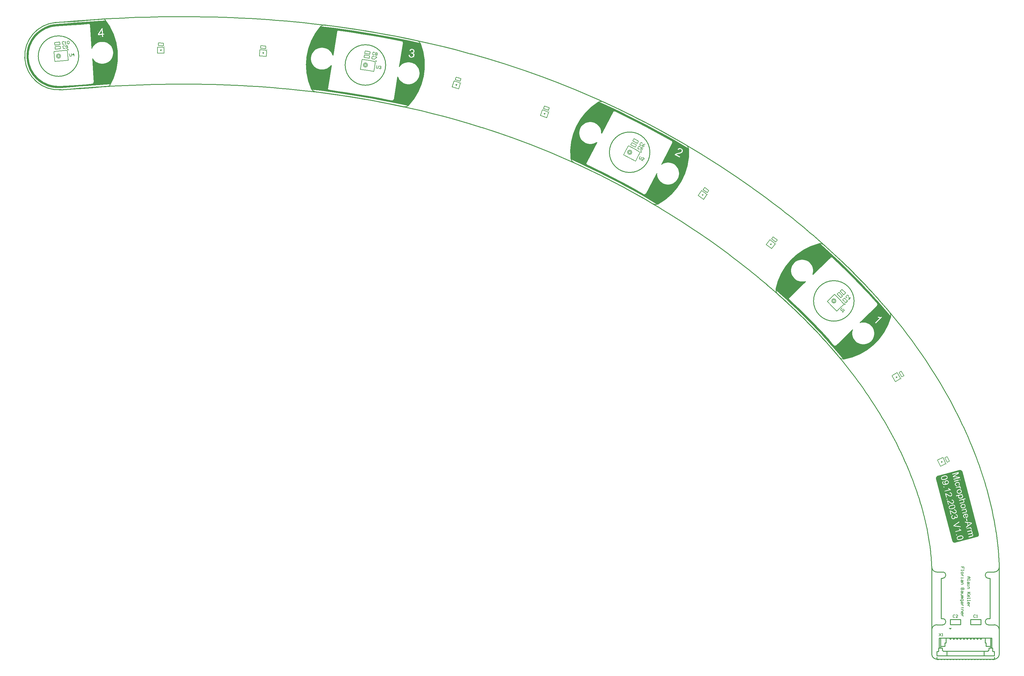
<source format=gto>
G04*
G04 #@! TF.GenerationSoftware,Altium Limited,Altium Designer,22.2.1 (43)*
G04*
G04 Layer_Color=65535*
%FSLAX44Y44*%
%MOMM*%
G71*
G04*
G04 #@! TF.SameCoordinates,C81B6E68-797F-42A2-B6C5-F614A2D79E64*
G04*
G04*
G04 #@! TF.FilePolarity,Positive*
G04*
G01*
G75*
%ADD10C,0.2540*%
%ADD11C,0.1524*%
%ADD12C,0.1270*%
G36*
X-2382127Y1801499D02*
X-2387072Y1804589D01*
X-2382019Y1807498D01*
X-2382127Y1801499D01*
D02*
G37*
G36*
X-2079126Y1793119D02*
X-2084012Y1796302D01*
X-2078904Y1799115D01*
X-2079126Y1793119D01*
D02*
G37*
G36*
X-2546000Y1891000D02*
X-2539000Y1880000D01*
X-2534000Y1872000D01*
X-2528000Y1860000D01*
X-2524000Y1850000D01*
X-2520000Y1839000D01*
X-2515000Y1818000D01*
X-2513000Y1803000D01*
Y1795000D01*
X-2512000Y1783000D01*
X-2513000Y1769000D01*
X-2515000Y1755000D01*
X-2518000Y1741000D01*
X-2523000Y1727000D01*
X-2530000Y1710000D01*
X-2533567Y1703219D01*
X-2550845Y1702214D01*
X-2550856Y1702211D01*
X-2550869Y1702212D01*
X-2569049Y1701069D01*
X-2569060Y1701066D01*
X-2569071Y1701067D01*
X-2585444Y1699967D01*
X-2585454Y1699964D01*
X-2585465Y1699966D01*
X-2603665Y1698666D01*
X-2603676Y1698663D01*
X-2603688Y1698664D01*
X-2623712Y1697141D01*
X-2623724Y1697138D01*
X-2623738Y1697139D01*
X-2647397Y1695216D01*
X-2647414Y1695211D01*
X-2647430Y1695213D01*
X-2678346Y1692500D01*
X-2678355Y1692497D01*
X-2678364Y1692498D01*
X-2683007Y1692073D01*
X-2692332Y1692139D01*
X-2701604Y1693117D01*
X-2710737Y1695000D01*
X-2719641Y1697769D01*
X-2728230Y1701398D01*
X-2736423Y1705851D01*
X-2744139Y1711085D01*
X-2751306Y1717051D01*
X-2757853Y1723690D01*
X-2763718Y1730940D01*
X-2768844Y1738728D01*
X-2773182Y1746983D01*
X-2776690Y1755622D01*
X-2779334Y1764564D01*
X-2781089Y1773721D01*
X-2781938Y1783007D01*
X-2781873Y1792331D01*
X-2780894Y1801604D01*
X-2779011Y1810737D01*
X-2776242Y1819641D01*
X-2772614Y1828230D01*
X-2768161Y1836423D01*
X-2762926Y1844139D01*
X-2756960Y1851306D01*
X-2750321Y1857853D01*
X-2743072Y1863718D01*
X-2735283Y1868844D01*
X-2727029Y1873182D01*
X-2718390Y1876690D01*
X-2709448Y1879334D01*
X-2700290Y1881089D01*
X-2695649Y1881514D01*
X-2691820Y1881862D01*
X-2664998Y1884210D01*
X-2638154Y1886396D01*
X-2611299Y1888416D01*
X-2588268Y1890016D01*
X-2565227Y1891491D01*
X-2547260Y1892544D01*
X-2546000Y1891000D01*
D02*
G37*
G36*
X-1507346Y1698418D02*
X-1511244Y1702755D01*
X-1505583Y1704153D01*
X-1507346Y1698418D01*
D02*
G37*
G36*
X-1904253Y1874796D02*
X-1873982Y1870988D01*
X-1843747Y1866887D01*
X-1813551Y1862490D01*
X-1783402Y1857796D01*
X-1753295Y1852800D01*
X-1719481Y1846815D01*
X-1685724Y1840440D01*
X-1652034Y1833671D01*
X-1618409Y1826504D01*
X-1616222Y1826011D01*
X-1614645Y1823928D01*
X-1610000Y1810000D01*
X-1606000Y1792000D01*
X-1603000Y1769000D01*
Y1747000D01*
X-1607000Y1724000D01*
X-1613000Y1703000D01*
X-1622000Y1681000D01*
X-1630000Y1667000D01*
X-1640000Y1653000D01*
X-1649882Y1641305D01*
X-1652498Y1639616D01*
X-1671836Y1643873D01*
X-1671865Y1643874D01*
X-1671891Y1643885D01*
X-1701325Y1650023D01*
X-1701353Y1650023D01*
X-1701378Y1650034D01*
X-1729149Y1655517D01*
X-1729175Y1655517D01*
X-1729200Y1655527D01*
X-1757035Y1660728D01*
X-1757061Y1660728D01*
X-1757084Y1660737D01*
X-1783237Y1665359D01*
X-1783261Y1665359D01*
X-1783284Y1665367D01*
X-1809491Y1669746D01*
X-1809515Y1669745D01*
X-1809538Y1669753D01*
X-1835799Y1673889D01*
X-1835822Y1673889D01*
X-1835845Y1673897D01*
X-1862158Y1677793D01*
X-1862180Y1677792D01*
X-1862202Y1677799D01*
X-1886806Y1681222D01*
X-1886828Y1681220D01*
X-1886849Y1681227D01*
X-1911497Y1684444D01*
X-1911519Y1684442D01*
X-1911539Y1684449D01*
X-1936230Y1687462D01*
X-1936251Y1687460D01*
X-1936272Y1687467D01*
X-1936675Y1687513D01*
X-1937000Y1688000D01*
X-1937918Y1690026D01*
X-1945000Y1708000D01*
X-1949000Y1726000D01*
X-1952000Y1748000D01*
X-1953000Y1768000D01*
X-1951000Y1786000D01*
X-1946000Y1808000D01*
X-1939000Y1829000D01*
X-1927000Y1852000D01*
X-1917000Y1867000D01*
X-1910383Y1875508D01*
X-1904253Y1874796D01*
D02*
G37*
G36*
X-1246385Y1612760D02*
X-1250118Y1617239D01*
X-1244409Y1618425D01*
X-1246385Y1612760D01*
D02*
G37*
G36*
X-775441Y1377005D02*
X-778886Y1372093D01*
X-781257Y1377420D01*
X-775441Y1377005D01*
D02*
G37*
G36*
X-1073210Y1645912D02*
X-1040395Y1630661D01*
X-1024110Y1622813D01*
X-992258Y1607192D01*
X-953500Y1587453D01*
X-946924Y1584035D01*
X-933777Y1577108D01*
X-920668Y1570106D01*
X-907594Y1563030D01*
X-901082Y1559458D01*
X-886717Y1551575D01*
X-858177Y1535459D01*
X-829837Y1518999D01*
X-820971Y1513705D01*
X-820000Y1504000D01*
Y1492000D01*
X-823000Y1470000D01*
X-830000Y1443000D01*
X-840000Y1421000D01*
X-852000Y1401000D01*
X-867000Y1382000D01*
X-881000Y1370000D01*
X-895000Y1359000D01*
X-906000Y1351000D01*
X-913306Y1347347D01*
X-918823Y1350619D01*
X-943604Y1365590D01*
X-943658Y1365610D01*
X-943700Y1365647D01*
X-956397Y1372943D01*
X-956420Y1372950D01*
X-956439Y1372967D01*
X-985125Y1389085D01*
X-985154Y1389095D01*
X-985178Y1389115D01*
X-1007590Y1401359D01*
X-1007613Y1401366D01*
X-1007631Y1401381D01*
X-1024188Y1410233D01*
X-1024218Y1410242D01*
X-1024241Y1410261D01*
X-1057561Y1427575D01*
X-1057600Y1427586D01*
X-1057632Y1427611D01*
X-1091219Y1444403D01*
X-1091258Y1444413D01*
X-1091290Y1444438D01*
X-1125135Y1460703D01*
X-1125164Y1460710D01*
X-1125189Y1460728D01*
X-1142205Y1468662D01*
X-1142221Y1468666D01*
X-1142235Y1468676D01*
X-1152827Y1473533D01*
X-1152846Y1473537D01*
X-1152861Y1473548D01*
X-1168119Y1480410D01*
X-1168972Y1483362D01*
X-1170000Y1496000D01*
Y1512000D01*
X-1169000Y1524000D01*
X-1166000Y1539000D01*
X-1162000Y1555000D01*
X-1155000Y1573000D01*
X-1145000Y1592000D01*
X-1135000Y1607000D01*
X-1124000Y1621000D01*
X-1107000Y1636000D01*
X-1093000Y1647000D01*
X-1085251Y1651305D01*
X-1073210Y1645912D01*
D02*
G37*
G36*
X-573265Y1230859D02*
X-576847Y1226045D01*
X-579068Y1231437D01*
X-573265Y1230859D01*
D02*
G37*
G36*
X-431029Y1231091D02*
X-429549Y1229786D01*
X-421105Y1222261D01*
X-409942Y1212193D01*
X-398891Y1202085D01*
X-387954Y1191939D01*
X-377129Y1181754D01*
X-366420Y1171533D01*
X-355828Y1161277D01*
X-345358Y1150992D01*
X-335005Y1140673D01*
X-327323Y1132917D01*
X-319711Y1125145D01*
X-312163Y1117352D01*
X-304691Y1109550D01*
X-297291Y1101734D01*
X-289961Y1093903D01*
X-282704Y1086060D01*
X-275521Y1078206D01*
X-268411Y1070338D01*
X-261377Y1062463D01*
X-252120Y1051951D01*
X-236226Y1033498D01*
X-221420Y1015812D01*
X-221762Y1014030D01*
X-225000Y1003000D01*
X-232000Y986000D01*
X-241000Y971000D01*
X-253000Y953000D01*
X-267000Y938000D01*
X-285000Y922000D01*
X-306000Y908000D01*
X-323000Y900000D01*
X-342000Y893000D01*
X-359825Y889223D01*
X-362991Y889087D01*
X-370419Y898121D01*
X-370439Y898137D01*
X-370451Y898160D01*
X-380215Y909800D01*
X-380236Y909817D01*
X-380249Y909840D01*
X-391116Y922529D01*
X-391137Y922545D01*
X-391150Y922568D01*
X-401309Y934188D01*
X-401329Y934203D01*
X-401341Y934224D01*
X-410742Y944777D01*
X-410760Y944791D01*
X-410772Y944810D01*
X-420331Y955353D01*
X-420349Y955366D01*
X-420360Y955384D01*
X-429100Y964863D01*
X-429117Y964875D01*
X-429128Y964892D01*
X-437999Y974362D01*
X-438016Y974374D01*
X-438026Y974391D01*
X-447029Y983851D01*
X-447046Y983863D01*
X-447057Y983880D01*
X-456192Y993330D01*
X-456209Y993341D01*
X-456220Y993358D01*
X-465489Y1002799D01*
X-465503Y1002808D01*
X-465512Y1002822D01*
X-471767Y1009110D01*
X-471777Y1009117D01*
X-471783Y1009127D01*
X-477041Y1014363D01*
X-477050Y1014369D01*
X-477056Y1014379D01*
X-482355Y1019611D01*
X-482364Y1019617D01*
X-482370Y1019626D01*
X-487710Y1024855D01*
X-487719Y1024861D01*
X-487725Y1024870D01*
X-493105Y1030094D01*
X-493114Y1030100D01*
X-493120Y1030109D01*
X-498540Y1035329D01*
X-498549Y1035334D01*
X-498555Y1035343D01*
X-504015Y1040558D01*
X-504023Y1040564D01*
X-504030Y1040572D01*
X-509528Y1045782D01*
X-509537Y1045788D01*
X-509543Y1045796D01*
X-515081Y1051000D01*
X-515089Y1051006D01*
X-515096Y1051014D01*
X-520672Y1056212D01*
X-520680Y1056218D01*
X-520686Y1056226D01*
X-526300Y1061418D01*
X-526310Y1061424D01*
X-526317Y1061433D01*
X-533103Y1067655D01*
X-533114Y1067661D01*
X-533121Y1067671D01*
X-539961Y1073883D01*
X-539972Y1073889D01*
X-539979Y1073899D01*
X-546872Y1080100D01*
X-546881Y1080106D01*
X-546888Y1080114D01*
X-552672Y1085274D01*
X-552681Y1085279D01*
X-552688Y1085288D01*
X-559676Y1091469D01*
X-559687Y1091475D01*
X-559694Y1091484D01*
X-561856Y1093379D01*
X-561671Y1096444D01*
X-554000Y1123000D01*
X-544000Y1145000D01*
X-527000Y1171000D01*
X-509000Y1190000D01*
X-486000Y1208000D01*
X-465000Y1219000D01*
X-452000Y1225000D01*
X-433356Y1231161D01*
X-431029Y1231091D01*
D02*
G37*
G36*
X-201300Y835535D02*
X-206436Y832433D01*
X-206452Y838264D01*
X-201300Y835535D01*
D02*
G37*
G36*
X-66913Y584023D02*
X-72343Y581469D01*
X-71756Y587270D01*
X-66913Y584023D01*
D02*
G37*
G36*
X-14275Y560417D02*
X-12879Y559935D01*
X-11603Y559190D01*
X-10497Y558211D01*
X-9603Y557034D01*
X-8956Y555706D01*
X-8768Y554992D01*
X-8768Y554992D01*
X39526Y371232D01*
X39714Y370518D01*
X39803Y369043D01*
X39604Y367579D01*
X39122Y366183D01*
X38377Y364907D01*
X37398Y363801D01*
X36221Y362907D01*
X34893Y362260D01*
X34342Y362115D01*
X34342Y362115D01*
X2909Y353854D01*
X2909Y353854D01*
X-29817Y345253D01*
X-29817Y345253D01*
X-30532Y345066D01*
X-32006Y344976D01*
X-33470Y345176D01*
X-34867Y345657D01*
X-36143Y346402D01*
X-37249Y347382D01*
X-38142Y348558D01*
X-38790Y349886D01*
X-38977Y350601D01*
X-87271Y534360D01*
X-87271D01*
X-87459Y535075D01*
X-87549Y536549D01*
X-87349Y538013D01*
X-86867Y539410D01*
X-86122Y540686D01*
X-85143Y541792D01*
X-83967Y542686D01*
X-82639Y543333D01*
X-81924Y543520D01*
X-51176Y426524D01*
X-81924Y543521D01*
X-49198Y552121D01*
X-49198Y552121D01*
X-17928Y560339D01*
D01*
X-17214Y560527D01*
X-15739Y560616D01*
X-14275Y560417D01*
D02*
G37*
G36*
X-45000Y87500D02*
X-49000Y92500D01*
X-41000D01*
X-45000Y87500D01*
D02*
G37*
%LPC*%
G36*
X-2553032Y1870108D02*
X-2559070Y1869691D01*
X-2569614Y1852321D01*
X-2570757Y1868884D01*
X-2568992Y1843320D01*
D01*
X-2569415Y1849441D01*
X-2558281Y1850210D01*
X-2557858Y1844089D01*
X-2568197Y1843375D01*
X-2554729Y1844305D01*
X-2555151Y1850426D01*
X-2551689Y1850665D01*
X-2551888Y1853546D01*
X-2555350Y1853306D01*
X-2556494Y1869869D01*
X-2553032Y1870108D01*
D02*
G37*
G36*
X-2597806Y1883640D02*
X-2692428Y1876842D01*
X-2706000Y1875000D01*
X-2721000Y1870000D01*
X-2734000Y1864000D01*
X-2745000Y1856000D01*
X-2756000Y1845000D01*
X-2766000Y1831000D01*
X-2772000Y1817000D01*
X-2776000Y1800000D01*
X-2777000Y1784000D01*
X-2776000Y1772000D01*
X-2772000Y1757000D01*
X-2766000Y1744000D01*
X-2757000Y1730000D01*
X-2749000Y1722000D01*
X-2739000Y1713000D01*
X-2727000Y1706000D01*
X-2714000Y1701000D01*
X-2701000Y1698000D01*
X-2691000Y1697000D01*
X-2681590Y1697169D01*
X-2586692Y1703945D01*
X-2584000Y1705000D01*
X-2583000Y1706000D01*
X-2582112Y1709231D01*
X-2586378Y1779617D01*
X-2585129Y1779993D01*
X-2584393Y1778717D01*
X-2581823Y1775368D01*
X-2578837Y1772383D01*
X-2575488Y1769813D01*
X-2571832Y1767702D01*
X-2567932Y1766086D01*
X-2563854Y1764994D01*
X-2559668Y1764443D01*
X-2555094D01*
X-2550909Y1764994D01*
X-2546831Y1766086D01*
X-2542931Y1767702D01*
X-2539275Y1769813D01*
X-2535925Y1772383D01*
X-2532940Y1775368D01*
X-2530370Y1778717D01*
X-2528259Y1782373D01*
X-2526644Y1786274D01*
X-2525551Y1790352D01*
X-2525000Y1794537D01*
Y1799111D01*
X-2525551Y1803296D01*
X-2526644Y1807374D01*
X-2528259Y1811275D01*
X-2530370Y1814931D01*
X-2532940Y1818280D01*
X-2535925Y1821265D01*
X-2539275Y1823835D01*
X-2542931Y1825946D01*
X-2546831Y1827562D01*
X-2550909Y1828654D01*
X-2555094Y1829205D01*
X-2559668D01*
X-2563854Y1828654D01*
X-2567932Y1827562D01*
X-2571832Y1825946D01*
X-2575488Y1823835D01*
X-2578837Y1821265D01*
X-2581823Y1818280D01*
X-2584393Y1814931D01*
X-2586504Y1811275D01*
X-2586987Y1810107D01*
X-2588240Y1810317D01*
X-2592401Y1878959D01*
X-2593000Y1881000D01*
X-2595000Y1883000D01*
X-2597806Y1883640D01*
D02*
G37*
%LPD*%
G36*
X-2558480Y1853090D02*
X-2566540Y1852534D01*
X-2559275Y1864612D01*
X-2558480Y1853090D01*
D02*
G37*
%LPC*%
G36*
X-1639929Y1808477D02*
X-1640436Y1808472D01*
X-1640947Y1808440D01*
X-1641407Y1808372D01*
X-1641840Y1808299D01*
X-1642250Y1808195D01*
X-1642600Y1808109D01*
X-1642955Y1807996D01*
X-1643255Y1807875D01*
X-1643496Y1807772D01*
X-1643737Y1807669D01*
X-1643892Y1807581D01*
X-1644042Y1807520D01*
X-1644105Y1807474D01*
X-1644137Y1807451D01*
X-1644545Y1807177D01*
X-1644934Y1806845D01*
X-1645296Y1806508D01*
X-1645631Y1806167D01*
X-1645942Y1805795D01*
X-1646194Y1805441D01*
X-1646675Y1804701D01*
X-1646868Y1804366D01*
X-1647030Y1804054D01*
X-1647159Y1803765D01*
X-1647280Y1803531D01*
X-1647369Y1803321D01*
X-1647422Y1803160D01*
X-1647467Y1803055D01*
X-1647471Y1803027D01*
X-1644458Y1801993D01*
X-1644169Y1802763D01*
X-1643842Y1803414D01*
X-1643501Y1803979D01*
X-1643153Y1804402D01*
X-1642874Y1804752D01*
X-1642616Y1804964D01*
X-1642453Y1805107D01*
X-1642389Y1805154D01*
X-1641835Y1805460D01*
X-1641299Y1805657D01*
X-1640743Y1805795D01*
X-1640255Y1805859D01*
X-1639804Y1805872D01*
X-1639635Y1805874D01*
X-1639470Y1805848D01*
X-1639329Y1805854D01*
X-1639164Y1805828D01*
X-1638515Y1805670D01*
X-1637956Y1805470D01*
X-1637465Y1805197D01*
X-1637056Y1804936D01*
X-1636761Y1804665D01*
X-1636544Y1804434D01*
X-1636397Y1804299D01*
X-1636351Y1804235D01*
X-1636166Y1803982D01*
X-1636036Y1803736D01*
X-1635811Y1803195D01*
X-1635665Y1802695D01*
X-1635597Y1802234D01*
X-1635579Y1801810D01*
X-1635599Y1801504D01*
X-1635593Y1801363D01*
X-1635606Y1801280D01*
X-1635614Y1801225D01*
X-1635618Y1801198D01*
X-1635706Y1800818D01*
X-1635817Y1800470D01*
X-1635928Y1800123D01*
X-1636085Y1799838D01*
X-1636445Y1799332D01*
X-1636788Y1798937D01*
X-1637145Y1798627D01*
X-1637458Y1798423D01*
X-1637581Y1798358D01*
X-1637644Y1798312D01*
X-1637708Y1798266D01*
X-1637735Y1798270D01*
X-1638395Y1798008D01*
X-1639064Y1797860D01*
X-1639698Y1797763D01*
X-1640263Y1797739D01*
X-1640742Y1797730D01*
X-1640939Y1797732D01*
X-1641131Y1797762D01*
X-1641272Y1797757D01*
X-1641629Y1797812D01*
X-1641789Y1797866D01*
X-1641922Y1797915D01*
X-1641977Y1797923D01*
X-1642731Y1795259D01*
X-1642248Y1795296D01*
X-1641796Y1795310D01*
X-1641431Y1795309D01*
X-1641093Y1795312D01*
X-1640847Y1795273D01*
X-1640650Y1795271D01*
X-1640486Y1795245D01*
X-1640106Y1795157D01*
X-1639726Y1795069D01*
X-1639066Y1794798D01*
X-1638497Y1794483D01*
X-1638015Y1794155D01*
X-1637646Y1793816D01*
X-1637499Y1793681D01*
X-1637379Y1793549D01*
X-1637282Y1793450D01*
X-1637213Y1793355D01*
X-1637190Y1793323D01*
X-1637167Y1793291D01*
X-1636963Y1792979D01*
X-1636786Y1792670D01*
X-1636637Y1792366D01*
X-1636520Y1792038D01*
X-1636364Y1791423D01*
X-1636262Y1790817D01*
X-1636257Y1790311D01*
X-1636259Y1790114D01*
X-1636262Y1789918D01*
X-1636256Y1789777D01*
X-1636278Y1789639D01*
X-1636286Y1789585D01*
X-1636291Y1789557D01*
X-1636382Y1789150D01*
X-1636470Y1788770D01*
X-1636778Y1788060D01*
X-1637096Y1787464D01*
X-1637457Y1786958D01*
X-1637660Y1786737D01*
X-1637827Y1786566D01*
X-1637967Y1786392D01*
X-1638098Y1786272D01*
X-1638225Y1786179D01*
X-1638320Y1786110D01*
X-1638356Y1786059D01*
X-1638388Y1786036D01*
X-1638733Y1785809D01*
X-1639069Y1785637D01*
X-1639400Y1785492D01*
X-1639732Y1785347D01*
X-1640406Y1785172D01*
X-1641035Y1785102D01*
X-1641546Y1785070D01*
X-1641797Y1785081D01*
X-1641966Y1785079D01*
X-1642135Y1785078D01*
X-1642354Y1785112D01*
X-1643004Y1785270D01*
X-1643613Y1785506D01*
X-1644109Y1785752D01*
X-1644541Y1786045D01*
X-1644890Y1786324D01*
X-1645139Y1786532D01*
X-1645208Y1786627D01*
X-1645282Y1786695D01*
X-1645301Y1786754D01*
X-1645328Y1786758D01*
X-1645509Y1787040D01*
X-1645690Y1787321D01*
X-1645983Y1787957D01*
X-1646186Y1788635D01*
X-1646334Y1789305D01*
X-1646436Y1789911D01*
X-1646452Y1790166D01*
X-1646472Y1790394D01*
X-1646497Y1790595D01*
X-1646503Y1790736D01*
X-1646518Y1790823D01*
X-1646514Y1790850D01*
X-1649677Y1790924D01*
D01*
X-1649685Y1790336D01*
X-1649662Y1789770D01*
X-1649579Y1789223D01*
X-1649491Y1788703D01*
X-1649373Y1788207D01*
X-1649218Y1787761D01*
X-1649063Y1787315D01*
X-1648895Y1786952D01*
X-1648727Y1786588D01*
X-1648578Y1786284D01*
X-1648425Y1786007D01*
X-1648290Y1785789D01*
X-1648151Y1785599D01*
X-1648059Y1785472D01*
X-1648013Y1785409D01*
X-1647989Y1785377D01*
X-1647634Y1784956D01*
X-1647215Y1784581D01*
X-1646815Y1784265D01*
X-1646387Y1783946D01*
X-1645951Y1783681D01*
X-1645506Y1783470D01*
X-1645089Y1783264D01*
X-1644667Y1783086D01*
X-1644269Y1782939D01*
X-1643921Y1782828D01*
X-1643600Y1782722D01*
X-1643303Y1782647D01*
X-1643083Y1782613D01*
X-1642896Y1782555D01*
X-1636866Y1781611D01*
X-1642758Y1782534D01*
X-1642068Y1782454D01*
X-1641425Y1782437D01*
X-1640804Y1782452D01*
X-1640207Y1782499D01*
X-1639632Y1782578D01*
X-1639109Y1782693D01*
X-1638608Y1782839D01*
X-1638162Y1782994D01*
X-1637748Y1783126D01*
X-1637385Y1783293D01*
X-1637053Y1783438D01*
X-1636808Y1783568D01*
X-1636594Y1783676D01*
X-1636440Y1783764D01*
X-1636345Y1783833D01*
X-1636313Y1783856D01*
X-1635805Y1784226D01*
X-1635376Y1784637D01*
X-1634973Y1785051D01*
X-1634622Y1785502D01*
X-1634302Y1785930D01*
X-1634037Y1786366D01*
X-1633804Y1786779D01*
X-1633598Y1787196D01*
X-1633423Y1787590D01*
X-1633313Y1787938D01*
X-1633206Y1788259D01*
X-1633104Y1788552D01*
X-1633070Y1788772D01*
X-1633012Y1788959D01*
X-1634229Y1781197D01*
D01*
X-1630180Y1807034D01*
X-1632922Y1789535D01*
X-1632908Y1789983D01*
X-1632921Y1790799D01*
X-1633033Y1791519D01*
X-1633095Y1791838D01*
X-1633162Y1792130D01*
X-1633228Y1792421D01*
X-1633304Y1792658D01*
X-1633383Y1792867D01*
X-1633472Y1793022D01*
X-1633532Y1793172D01*
X-1633574Y1793262D01*
X-1633593Y1793322D01*
X-1633616Y1793353D01*
X-1634020Y1794007D01*
X-1634523Y1794563D01*
X-1635043Y1795010D01*
X-1635544Y1795398D01*
X-1636031Y1795699D01*
X-1636237Y1795815D01*
X-1636393Y1795896D01*
X-1636549Y1795977D01*
X-1636655Y1796021D01*
X-1636733Y1796062D01*
X-1636760Y1796066D01*
X-1636105Y1796301D01*
X-1635532Y1796548D01*
X-1635010Y1796831D01*
X-1634598Y1797132D01*
X-1634249Y1797386D01*
X-1634018Y1797603D01*
X-1633855Y1797746D01*
X-1633823Y1797769D01*
X-1633819Y1797797D01*
X-1633436Y1798271D01*
X-1633135Y1798757D01*
X-1632893Y1799225D01*
X-1632710Y1799675D01*
X-1632595Y1800050D01*
X-1632489Y1800370D01*
X-1632471Y1800480D01*
X-1632458Y1800562D01*
X-1632450Y1800617D01*
X-1632446Y1800645D01*
X-1632374Y1801280D01*
X-1632389Y1801900D01*
X-1632468Y1802475D01*
X-1632555Y1802994D01*
X-1632655Y1803431D01*
X-1632712Y1803609D01*
X-1632772Y1803759D01*
X-1632810Y1803877D01*
X-1632848Y1803996D01*
X-1632871Y1804027D01*
X-1632867Y1804055D01*
X-1633165Y1804663D01*
X-1633530Y1805198D01*
X-1633905Y1805679D01*
X-1634288Y1806104D01*
X-1634629Y1806438D01*
X-1634900Y1806678D01*
X-1635025Y1806781D01*
X-1635098Y1806849D01*
X-1635149Y1806885D01*
X-1635176Y1806889D01*
X-1635787Y1807294D01*
X-1636411Y1807617D01*
X-1637043Y1807885D01*
X-1637602Y1808085D01*
X-1638115Y1808221D01*
X-1638302Y1808279D01*
X-1638490Y1808336D01*
X-1638847Y1808392D01*
X-1639400Y1808451D01*
X-1639929Y1808477D01*
D02*
G37*
G36*
X-1847039Y1863205D02*
X-1859591D01*
X-1862000Y1862000D01*
X-1862980Y1859736D01*
X-1874381Y1789907D01*
X-1875649Y1789843D01*
X-1875715Y1790089D01*
X-1877331Y1793990D01*
X-1879442Y1797646D01*
X-1882012Y1800995D01*
X-1884997Y1803980D01*
X-1888346Y1806550D01*
X-1892002Y1808661D01*
X-1895903Y1810277D01*
X-1899980Y1811369D01*
X-1904166Y1811920D01*
X-1908740D01*
X-1912925Y1811369D01*
X-1917003Y1810277D01*
X-1920903Y1808661D01*
X-1924560Y1806550D01*
X-1927909Y1803980D01*
X-1930894Y1800995D01*
X-1933464Y1797646D01*
X-1935575Y1793990D01*
X-1937191Y1790089D01*
X-1938283Y1786012D01*
X-1938834Y1781826D01*
Y1777252D01*
X-1938283Y1773067D01*
X-1937191Y1768989D01*
X-1935575Y1765089D01*
X-1933464Y1761432D01*
X-1930894Y1758083D01*
X-1927909Y1755098D01*
X-1924560Y1752528D01*
X-1920903Y1750417D01*
X-1917003Y1748802D01*
X-1912925Y1747709D01*
X-1908740Y1747158D01*
X-1904166D01*
X-1899980Y1747709D01*
X-1895903Y1748802D01*
X-1892002Y1750417D01*
X-1888346Y1752528D01*
X-1884997Y1755098D01*
X-1882012Y1758083D01*
X-1880553Y1759984D01*
X-1879351Y1759464D01*
X-1890382Y1691899D01*
X-1890000Y1689000D01*
X-1889258Y1687516D01*
X-1697000Y1655000D01*
X-1695000Y1656000D01*
X-1693170Y1658603D01*
X-1682207Y1725753D01*
X-1680938Y1725817D01*
X-1680893Y1725647D01*
X-1679277Y1721747D01*
X-1677166Y1718091D01*
X-1674597Y1714742D01*
X-1671611Y1711756D01*
X-1668262Y1709186D01*
X-1664606Y1707076D01*
X-1660706Y1705460D01*
X-1656628Y1704367D01*
X-1652442Y1703816D01*
X-1647868D01*
X-1643683Y1704367D01*
X-1639605Y1705460D01*
X-1635705Y1707076D01*
X-1632048Y1709186D01*
X-1628699Y1711756D01*
X-1625714Y1714742D01*
X-1623144Y1718091D01*
X-1621033Y1721747D01*
X-1619418Y1725647D01*
X-1618325Y1729725D01*
X-1617774Y1733911D01*
Y1738484D01*
X-1618325Y1742670D01*
X-1619418Y1746748D01*
X-1621033Y1750648D01*
X-1623144Y1754304D01*
X-1625714Y1757654D01*
X-1628699Y1760639D01*
X-1632048Y1763209D01*
X-1635705Y1765320D01*
X-1639605Y1766935D01*
X-1643683Y1768028D01*
X-1647868Y1768579D01*
X-1652442D01*
X-1656628Y1768028D01*
X-1660706Y1766935D01*
X-1664606Y1765320D01*
X-1668262Y1763209D01*
X-1671611Y1760639D01*
X-1674597Y1757654D01*
X-1676013Y1755807D01*
X-1677215Y1756327D01*
X-1665757Y1826505D01*
X-1666000Y1829000D01*
X-1667000Y1831000D01*
X-1685764Y1835691D01*
X-1847039Y1863205D01*
D02*
G37*
G36*
X-1042000Y1625000D02*
X-1044000Y1624000D01*
X-1045221Y1622125D01*
X-1078145Y1558889D01*
X-1078821Y1558921D01*
X-1079415Y1559200D01*
Y1561411D01*
X-1079966Y1565597D01*
X-1081058Y1569675D01*
X-1082674Y1573575D01*
X-1084785Y1577231D01*
X-1087355Y1580580D01*
X-1090340Y1583566D01*
X-1093689Y1586136D01*
X-1097345Y1588246D01*
X-1101246Y1589862D01*
X-1105324Y1590955D01*
X-1109509Y1591506D01*
X-1114083D01*
X-1118269Y1590955D01*
X-1122346Y1589862D01*
X-1126247Y1588246D01*
X-1129903Y1586136D01*
X-1133252Y1583566D01*
X-1136237Y1580580D01*
X-1138807Y1577231D01*
X-1140918Y1573575D01*
X-1142534Y1569675D01*
X-1143626Y1565597D01*
X-1144177Y1561411D01*
Y1556838D01*
X-1143626Y1552652D01*
X-1142534Y1548574D01*
X-1140918Y1544674D01*
X-1138807Y1541018D01*
X-1136237Y1537668D01*
X-1133252Y1534683D01*
X-1129903Y1532113D01*
X-1126247Y1530002D01*
X-1122346Y1528387D01*
X-1118269Y1527294D01*
X-1114083Y1526743D01*
X-1109509D01*
X-1105324Y1527294D01*
X-1101246Y1528387D01*
X-1097345Y1530002D01*
X-1093689Y1532113D01*
X-1093347Y1532376D01*
X-1092374Y1531560D01*
X-1123784Y1471232D01*
X-1124000Y1468000D01*
X-1123060Y1466121D01*
X-950000Y1376000D01*
X-948000Y1377000D01*
X-946394Y1378858D01*
X-914910Y1439329D01*
X-914234Y1439298D01*
X-913640Y1439018D01*
Y1436807D01*
X-913089Y1432621D01*
X-911996Y1428544D01*
X-910380Y1424643D01*
X-908270Y1420987D01*
X-905700Y1417638D01*
X-902714Y1414653D01*
X-899365Y1412083D01*
X-895709Y1409972D01*
X-891809Y1408356D01*
X-887731Y1407264D01*
X-883545Y1406713D01*
X-878972D01*
X-874786Y1407264D01*
X-870708Y1408356D01*
X-866808Y1409972D01*
X-863152Y1412083D01*
X-859802Y1414653D01*
X-856817Y1417638D01*
X-854247Y1420987D01*
X-852136Y1424643D01*
X-850521Y1428544D01*
X-849428Y1432621D01*
X-848877Y1436807D01*
Y1441381D01*
X-849428Y1445566D01*
X-850521Y1449644D01*
X-852136Y1453544D01*
X-854247Y1457201D01*
X-856817Y1460550D01*
X-859802Y1463535D01*
X-863152Y1466105D01*
X-866808Y1468216D01*
X-870708Y1469832D01*
X-874786Y1470924D01*
X-878972Y1471475D01*
X-883545D01*
X-887731Y1470924D01*
X-891809Y1469832D01*
X-895709Y1468216D01*
X-899365Y1466105D01*
X-899708Y1465842D01*
X-900680Y1466659D01*
X-867839Y1529736D01*
X-867000Y1532000D01*
X-868000Y1534000D01*
X-881223Y1543256D01*
X-1005706Y1609119D01*
X-1042000Y1625000D01*
D02*
G37*
G36*
X-846259Y1514491D02*
X-846669Y1514487D01*
X-847016Y1514481D01*
X-847340Y1514463D01*
X-847601Y1514443D01*
X-847813Y1514398D01*
X-847950Y1514375D01*
X-848049Y1514365D01*
X-848087Y1514353D01*
X-848599Y1514214D01*
X-849087Y1514001D01*
X-849551Y1513774D01*
X-850017Y1513485D01*
X-850420Y1513195D01*
X-850823Y1512905D01*
X-851190Y1512565D01*
X-851506Y1512261D01*
X-851823Y1511957D01*
X-852077Y1511651D01*
X-852319Y1511371D01*
X-852510Y1511126D01*
X-852651Y1510918D01*
X-852753Y1510783D01*
X-852829Y1510698D01*
X-852855Y1510648D01*
X-850159Y1508856D01*
X-849928Y1509236D01*
X-849709Y1509592D01*
X-849226Y1510154D01*
X-848720Y1510641D01*
X-848492Y1510835D01*
X-848253Y1510991D01*
X-848052Y1511136D01*
X-847839Y1511244D01*
X-847663Y1511340D01*
X-847524Y1511424D01*
X-847374Y1511471D01*
X-847287Y1511519D01*
X-847249Y1511530D01*
X-847212Y1511542D01*
X-846850Y1511634D01*
X-846501Y1511702D01*
X-846153Y1511707D01*
X-845805Y1511712D01*
X-845148Y1511650D01*
X-844555Y1511526D01*
X-844073Y1511367D01*
X-843851Y1511313D01*
X-843679Y1511223D01*
X-843518Y1511170D01*
X-842978Y1510886D01*
X-842659Y1510656D01*
X-842110Y1510211D01*
X-841697Y1509743D01*
X-841333Y1509301D01*
X-841105Y1508899D01*
X-841009Y1508723D01*
X-840938Y1508561D01*
X-840878Y1508435D01*
X-840830Y1508347D01*
X-840819Y1508310D01*
X-840807Y1508272D01*
X-840702Y1507935D01*
X-840646Y1507623D01*
X-840590Y1507312D01*
X-840596Y1507001D01*
X-840620Y1506418D01*
X-840705Y1505898D01*
X-840825Y1505491D01*
X-840866Y1505293D01*
X-840944Y1505146D01*
X-840971Y1505034D01*
X-841022Y1504936D01*
X-841048Y1504887D01*
X-841061Y1504862D01*
X-841241Y1504580D01*
X-841420Y1504298D01*
X-841877Y1503786D01*
X-842395Y1503337D01*
X-842912Y1502950D01*
X-843391Y1502636D01*
X-843579Y1502516D01*
X-843792Y1502408D01*
X-843931Y1502324D01*
X-844056Y1502265D01*
X-844107Y1502228D01*
X-844144Y1502217D01*
X-844595Y1502015D01*
X-845108Y1501814D01*
X-845683Y1501614D01*
X-846283Y1501427D01*
X-847520Y1501042D01*
X-848756Y1500719D01*
X-849343Y1500557D01*
X-849904Y1500444D01*
X-850403Y1500330D01*
X-850827Y1500239D01*
X-851189Y1500147D01*
X-851439Y1500090D01*
X-851626Y1500031D01*
X-851688Y1500033D01*
X-852324Y1499896D01*
X-852898Y1499759D01*
X-853459Y1499646D01*
X-853971Y1499507D01*
X-854470Y1499393D01*
X-854920Y1499253D01*
X-855319Y1499149D01*
X-855694Y1499032D01*
X-856032Y1498927D01*
X-856307Y1498821D01*
X-856569Y1498739D01*
X-856757Y1498681D01*
X-856944Y1498622D01*
X-857057Y1498587D01*
X-857107Y1498551D01*
X-857144Y1498539D01*
X-857871Y1498231D01*
X-858524Y1497884D01*
X-859114Y1497536D01*
X-859605Y1497198D01*
X-860008Y1496908D01*
X-860173Y1496774D01*
X-860311Y1496690D01*
X-860424Y1496593D01*
X-860488Y1496532D01*
X-860538Y1496496D01*
X-860551Y1496471D01*
X-860855Y1496192D01*
X-861109Y1495887D01*
X-861351Y1495606D01*
X-861530Y1495324D01*
X-861684Y1495091D01*
X-861877Y1494722D01*
X-846860Y1486835D01*
X-845453Y1489514D01*
X-856636Y1495388D01*
X-855959Y1495722D01*
X-855633Y1495864D01*
X-855320Y1495982D01*
X-855045Y1496088D01*
X-854845Y1496171D01*
X-854695Y1496218D01*
X-854657Y1496230D01*
X-854432Y1496300D01*
X-854133Y1496393D01*
X-853808Y1496474D01*
X-853446Y1496566D01*
X-852672Y1496786D01*
X-851886Y1496969D01*
X-851137Y1497141D01*
X-850813Y1497221D01*
X-850501Y1497277D01*
X-850276Y1497347D01*
X-850077Y1497368D01*
X-849965Y1497403D01*
X-849927Y1497415D01*
X-849141Y1497598D01*
X-848393Y1497769D01*
X-847719Y1497917D01*
X-847095Y1498091D01*
X-846521Y1498228D01*
X-845996Y1498392D01*
X-845522Y1498519D01*
X-845085Y1498634D01*
X-844723Y1498726D01*
X-844410Y1498844D01*
X-844147Y1498926D01*
X-843923Y1498996D01*
X-843760Y1499067D01*
X-843623Y1499089D01*
X-843572Y1499126D01*
X-843535Y1499137D01*
X-842784Y1499433D01*
X-842157Y1499731D01*
X-841592Y1500030D01*
X-841102Y1500306D01*
X-840725Y1500547D01*
X-840436Y1500740D01*
X-840335Y1500812D01*
X-840272Y1500873D01*
X-840234Y1500885D01*
X-840221Y1500909D01*
X-839766Y1501297D01*
X-839385Y1501725D01*
X-839055Y1502115D01*
X-838761Y1502494D01*
X-838531Y1502813D01*
X-838365Y1503070D01*
X-838313Y1503168D01*
X-838275Y1503242D01*
X-838262Y1503267D01*
X-838249Y1503291D01*
X-838015Y1503796D01*
X-837819Y1504289D01*
X-837685Y1504783D01*
X-837576Y1505290D01*
X-837517Y1505760D01*
X-837495Y1506219D01*
X-837486Y1506654D01*
X-837504Y1507039D01*
X-837521Y1507424D01*
X-837564Y1507761D01*
X-837619Y1508072D01*
X-837677Y1508322D01*
X-837735Y1508509D01*
X-837769Y1508684D01*
X-837792Y1508759D01*
X-837804Y1508796D01*
X-838005Y1509309D01*
X-838256Y1509786D01*
X-838545Y1510251D01*
X-838871Y1510705D01*
X-839198Y1511096D01*
X-839563Y1511476D01*
X-839917Y1511819D01*
X-840283Y1512136D01*
X-840613Y1512404D01*
X-840956Y1512646D01*
X-841249Y1512863D01*
X-841507Y1513030D01*
X-841715Y1513171D01*
X-842035Y1513339D01*
X-842637Y1513624D01*
X-843229Y1513871D01*
X-843783Y1514069D01*
X-844340Y1514204D01*
X-844871Y1514326D01*
X-845367Y1514398D01*
X-845837Y1514458D01*
X-846259Y1514491D01*
D02*
G37*
G36*
X-397000Y1192000D02*
X-398000D01*
X-400874Y1190777D01*
X-452133Y1140828D01*
X-453269Y1141494D01*
X-452360Y1144888D01*
X-451809Y1149074D01*
Y1153648D01*
X-452360Y1157833D01*
X-453452Y1161911D01*
X-455068Y1165811D01*
X-457179Y1169467D01*
X-459749Y1172817D01*
X-462734Y1175802D01*
X-466083Y1178372D01*
X-469739Y1180483D01*
X-473640Y1182098D01*
X-477717Y1183191D01*
X-481903Y1183742D01*
X-486477D01*
X-490662Y1183191D01*
X-494740Y1182098D01*
X-498641Y1180483D01*
X-502297Y1178372D01*
X-505646Y1175802D01*
X-508631Y1172817D01*
X-511201Y1169467D01*
X-513312Y1165811D01*
X-514927Y1161911D01*
X-516020Y1157833D01*
X-516571Y1153648D01*
Y1149074D01*
X-516020Y1144888D01*
X-514927Y1140810D01*
X-513312Y1136910D01*
X-511201Y1133254D01*
X-508631Y1129905D01*
X-505646Y1126919D01*
X-502297Y1124350D01*
X-498641Y1122239D01*
X-494740Y1120623D01*
X-490662Y1119530D01*
X-486477Y1118979D01*
X-481903D01*
X-477717Y1119530D01*
X-475084Y1120236D01*
X-474435Y1119095D01*
X-522769Y1071996D01*
X-524000Y1069000D01*
X-522669Y1064741D01*
X-512250Y1055068D01*
X-496555Y1040219D01*
X-480495Y1024657D01*
X-464095Y1008356D01*
X-451000Y995000D01*
X-434035Y977303D01*
X-415466Y957295D01*
X-401583Y941865D01*
X-390363Y929139D01*
X-387000Y928000D01*
X-383103Y928841D01*
X-334910Y975803D01*
X-333773Y975137D01*
X-334683Y971742D01*
X-335234Y967557D01*
Y962983D01*
X-334683Y958797D01*
X-333590Y954720D01*
X-331975Y950819D01*
X-329864Y947163D01*
X-327294Y943814D01*
X-324309Y940829D01*
X-320960Y938259D01*
X-317303Y936148D01*
X-313403Y934532D01*
X-309325Y933439D01*
X-305140Y932888D01*
X-300566D01*
X-296380Y933439D01*
X-292302Y934532D01*
X-288402Y936148D01*
X-284746Y938259D01*
X-281397Y940829D01*
X-278412Y943814D01*
X-275842Y947163D01*
X-273731Y950819D01*
X-272115Y954720D01*
X-271022Y958797D01*
X-270471Y962983D01*
Y967557D01*
X-271022Y971742D01*
X-272115Y975820D01*
X-273731Y979721D01*
X-275842Y983377D01*
X-278412Y986726D01*
X-281397Y989711D01*
X-284746Y992281D01*
X-288402Y994392D01*
X-292302Y996008D01*
X-296380Y997100D01*
X-300566Y997651D01*
X-305140D01*
X-309325Y997100D01*
X-311959Y996395D01*
X-312607Y997535D01*
X-261178Y1047652D01*
X-260000Y1051000D01*
X-260915Y1054537D01*
X-271814Y1066775D01*
X-289388Y1086074D01*
X-306590Y1104423D01*
X-323497Y1122006D01*
X-346000Y1145000D01*
X-362620Y1161048D01*
X-380917Y1178592D01*
X-393979Y1190856D01*
X-397000Y1192000D01*
D02*
G37*
G36*
X-258579Y1014999D02*
X-260747Y1012888D01*
X-260201Y1012645D01*
X-259615Y1012402D01*
X-259029Y1012198D01*
X-258501Y1012014D01*
X-258012Y1011870D01*
X-257817Y1011789D01*
X-257621Y1011747D01*
X-257484Y1011686D01*
X-257387Y1011665D01*
X-257308Y1011665D01*
X-257289Y1011645D01*
X-256526Y1011458D01*
X-255840Y1011311D01*
X-255214Y1011185D01*
X-254685Y1011119D01*
X-254234Y1011054D01*
X-253920Y1011011D01*
X-253724Y1011008D01*
X-253646Y1011007D01*
X-267986Y997042D01*
X-265797Y994795D01*
X-247380Y1012730D01*
X-248794Y1014182D01*
X-249503Y1013996D01*
X-250231Y1013868D01*
X-250978Y1013799D01*
X-251665Y1013789D01*
X-252294Y1013758D01*
X-252549Y1013781D01*
X-252765Y1013764D01*
X-252961Y1013766D01*
X-253098Y1013788D01*
X-253177Y1013789D01*
X-253216Y1013790D01*
X-254196Y1013881D01*
X-255156Y1014070D01*
X-256076Y1014259D01*
X-256898Y1014466D01*
X-257230Y1014569D01*
X-257563Y1014672D01*
X-257876Y1014754D01*
X-258110Y1014836D01*
X-258306Y1014917D01*
X-258462Y1014958D01*
X-258540Y1014999D01*
X-258579Y1014999D01*
D02*
G37*
G36*
X-20950Y554242D02*
X-39542Y549356D01*
X-38918Y546978D01*
X-23085Y551140D01*
X-37510Y541620D01*
X-36927Y539404D01*
X-19927Y538058D01*
X-35498Y533965D01*
X-34873Y531589D01*
X-16280Y536475D01*
X-17154Y539799D01*
X-31261Y540872D01*
X-31656Y540897D01*
X-32010Y540934D01*
X-32359Y540950D01*
X-32667Y540976D01*
X-32970Y540983D01*
X-33233Y541000D01*
X-33476Y541022D01*
X-33693Y541030D01*
X-33870Y541048D01*
X-34042Y541046D01*
X-34174Y541054D01*
X-34305Y541063D01*
X-34391Y541062D01*
X-34457Y541066D01*
X-34482Y541081D01*
X-34502Y541075D01*
X-34337Y541184D01*
X-34151Y541297D01*
X-33765Y541549D01*
X-33339Y541812D01*
X-32933Y542069D01*
X-32567Y542316D01*
X-32402Y542424D01*
X-32271Y542502D01*
X-32161Y542574D01*
X-32071Y542640D01*
X-32016Y542676D01*
X-31995Y542682D01*
X-19981Y550555D01*
X-20950Y554242D01*
D02*
G37*
G36*
X-59405Y544393D02*
X-59855Y544382D01*
X-60763Y544316D01*
X-61681Y544204D01*
X-62115Y544133D01*
X-62548Y544062D01*
X-62937Y543981D01*
X-63304Y543906D01*
X-63632Y543842D01*
X-63914Y543768D01*
X-64141Y543729D01*
X-64463Y543645D01*
X-65405Y543376D01*
X-66275Y543082D01*
X-67060Y542790D01*
X-67773Y542473D01*
X-68421Y542152D01*
X-69003Y541827D01*
X-69505Y541523D01*
X-69961Y541209D01*
X-70341Y540937D01*
X-70682Y540675D01*
X-70942Y540435D01*
X-71166Y540225D01*
X-71336Y540051D01*
X-71456Y539933D01*
X-71521Y539852D01*
X-71536Y539826D01*
X-71799Y539434D01*
X-71996Y539038D01*
X-72168Y538627D01*
X-72299Y538226D01*
X-72391Y537836D01*
X-72456Y537431D01*
X-72487Y537057D01*
X-72503Y536708D01*
X-72499Y536364D01*
X-72485Y536066D01*
X-72457Y535794D01*
X-72419Y535567D01*
X-72391Y535381D01*
X-72375Y535234D01*
X-72343Y535113D01*
X-72222Y534736D01*
X-72112Y534399D01*
X-71961Y534072D01*
X-71816Y533766D01*
X-71636Y533490D01*
X-71487Y533249D01*
X-71317Y533014D01*
X-71158Y532819D01*
X-70999Y532624D01*
X-70851Y532469D01*
X-70708Y532334D01*
X-70595Y532234D01*
X-70509Y532150D01*
X-70427Y532085D01*
X-70396Y532050D01*
X-70371Y532035D01*
X-70086Y531852D01*
X-69801Y531668D01*
X-69191Y531398D01*
X-68597Y531188D01*
X-68020Y531038D01*
X-67746Y530981D01*
X-67498Y530938D01*
X-67296Y530905D01*
X-67093Y530872D01*
X-66957Y530844D01*
X-66830Y530855D01*
X-66759Y530831D01*
X-66739Y530836D01*
X-66325Y530816D01*
X-65875Y530826D01*
X-64961Y530873D01*
X-64043Y530985D01*
X-63610Y531056D01*
X-63176Y531126D01*
X-62788Y531207D01*
X-62420Y531282D01*
X-62113Y531341D01*
X-61825Y531395D01*
X-60778Y531671D01*
X-60300Y531818D01*
X-59862Y531954D01*
X-59444Y532086D01*
X-59072Y532227D01*
X-58720Y532362D01*
X-58408Y532487D01*
X-58111Y532587D01*
X-57860Y532696D01*
X-57649Y532794D01*
X-57458Y532888D01*
X-57308Y532970D01*
X-57172Y533027D01*
X-57097Y533069D01*
X-57042Y533105D01*
X-57021Y533110D01*
X-56480Y533425D01*
X-55989Y533769D01*
X-55573Y534072D01*
X-55218Y534359D01*
X-55083Y534502D01*
X-54938Y534605D01*
X-54818Y534723D01*
X-54733Y534810D01*
X-54668Y534891D01*
X-54613Y534927D01*
X-54584Y534978D01*
X-54563Y534983D01*
X-54235Y535371D01*
X-53957Y535789D01*
X-53734Y536171D01*
X-53572Y536536D01*
X-53439Y536851D01*
X-53371Y537084D01*
X-53332Y537181D01*
X-53308Y537252D01*
X-53298Y537297D01*
X-53303Y537318D01*
X-53218Y537814D01*
X-53194Y538294D01*
X-53189Y538769D01*
X-53235Y539188D01*
X-53290Y539561D01*
X-53307Y539707D01*
X-53324Y539853D01*
X-53387Y540095D01*
X-53503Y540452D01*
X-53618Y540810D01*
X-53769Y541136D01*
X-53914Y541443D01*
X-54068Y541703D01*
X-54243Y541959D01*
X-54413Y542194D01*
X-54572Y542389D01*
X-54731Y542585D01*
X-54879Y542739D01*
X-55002Y542879D01*
X-55134Y542974D01*
X-55221Y543059D01*
X-55303Y543123D01*
X-55334Y543158D01*
X-55359Y543173D01*
X-55644Y543357D01*
X-55924Y543520D01*
X-56533Y543791D01*
X-57132Y544021D01*
X-57710Y544170D01*
X-57984Y544228D01*
X-58211Y544276D01*
X-58434Y544303D01*
X-58616Y544342D01*
X-58768Y544345D01*
X-58899Y544353D01*
X-58970Y544378D01*
X-58991Y544372D01*
X-59405Y544393D01*
D02*
G37*
G36*
X-15311Y532789D02*
X-17910Y532106D01*
X-17312Y529829D01*
X-14713Y530512D01*
X-15311Y532789D01*
D02*
G37*
G36*
X-20428Y531444D02*
X-33904Y527902D01*
X-33306Y525626D01*
X-19830Y529168D01*
X-20428Y531444D01*
D02*
G37*
G36*
X-55780Y530271D02*
X-56138Y530241D01*
X-56456Y530222D01*
X-56744Y530168D01*
X-56996Y530145D01*
X-57177Y530097D01*
X-57344Y530075D01*
X-57464Y530043D01*
X-57963Y529891D01*
X-58416Y529729D01*
X-58858Y529526D01*
X-59254Y529314D01*
X-59605Y529093D01*
X-59931Y528857D01*
X-60236Y528626D01*
X-60476Y528391D01*
X-60721Y528175D01*
X-60925Y527971D01*
X-61090Y527777D01*
X-61219Y527614D01*
X-61314Y527481D01*
X-61393Y527374D01*
X-61443Y527318D01*
X-61458Y527293D01*
X-61660Y526916D01*
X-61838Y526525D01*
X-61975Y526145D01*
X-62066Y525755D01*
X-62142Y525390D01*
X-62199Y525030D01*
X-62220Y524702D01*
X-62241Y524373D01*
X-62228Y524075D01*
X-62219Y523797D01*
X-62181Y523571D01*
X-62168Y523359D01*
X-62126Y523198D01*
X-62114Y523071D01*
X-62088Y522971D01*
X-61935Y522472D01*
X-61728Y522010D01*
X-61511Y521593D01*
X-61269Y521248D01*
X-61063Y520957D01*
X-60991Y520847D01*
X-60899Y520742D01*
X-60838Y520672D01*
X-60781Y520622D01*
X-60751Y520587D01*
X-60746Y520567D01*
X-60352Y520218D01*
X-59975Y519930D01*
X-59588Y519687D01*
X-59232Y519479D01*
X-58937Y519341D01*
X-58693Y519233D01*
X-58597Y519193D01*
X-58531Y519189D01*
X-58501Y519154D01*
X-58682Y519106D01*
X-58823Y519069D01*
X-58903Y519048D01*
X-58944Y519038D01*
X-59473Y518920D01*
X-59987Y518828D01*
X-60461Y518747D01*
X-60900Y518696D01*
X-61092Y518689D01*
X-61284Y518681D01*
X-61430Y518664D01*
X-61556Y518653D01*
X-61662Y518646D01*
X-61748Y518645D01*
X-61793Y518655D01*
X-61814Y518649D01*
X-62334Y518663D01*
X-62814Y518688D01*
X-63214Y518734D01*
X-63548Y518775D01*
X-63842Y518827D01*
X-64049Y518880D01*
X-64166Y518914D01*
X-64212Y518924D01*
X-64546Y519051D01*
X-64867Y519204D01*
X-65146Y519367D01*
X-65381Y519521D01*
X-65569Y519665D01*
X-65727Y519775D01*
X-65814Y519859D01*
X-65845Y519894D01*
X-66085Y520154D01*
X-66271Y520450D01*
X-66431Y520731D01*
X-66565Y520997D01*
X-66669Y521228D01*
X-66742Y521424D01*
X-66790Y521606D01*
X-66886Y522054D01*
X-66906Y522458D01*
X-66875Y522832D01*
X-66834Y523166D01*
X-66771Y523419D01*
X-66698Y523633D01*
X-66644Y523755D01*
X-66634Y523800D01*
X-66530Y523978D01*
X-66401Y524141D01*
X-66122Y524473D01*
X-65807Y524750D01*
X-65482Y524986D01*
X-65166Y525177D01*
X-65035Y525254D01*
X-64920Y525306D01*
X-64809Y525378D01*
X-64729Y525399D01*
X-64694Y525430D01*
X-64674Y525435D01*
X-65432Y527583D01*
X-65819Y527417D01*
X-66181Y527236D01*
X-66497Y527045D01*
X-66787Y526839D01*
X-67052Y526619D01*
X-67302Y526424D01*
X-67527Y526214D01*
X-67712Y526015D01*
X-67876Y525821D01*
X-68021Y525632D01*
X-68150Y525469D01*
X-68244Y525337D01*
X-68319Y525210D01*
X-68363Y525133D01*
X-68393Y525082D01*
X-68408Y525057D01*
X-68560Y524737D01*
X-68668Y524407D01*
X-68749Y524063D01*
X-68811Y523723D01*
X-68832Y523395D01*
X-68859Y523086D01*
X-68852Y522485D01*
X-68843Y522207D01*
X-68820Y521955D01*
X-68782Y521728D01*
X-68754Y521542D01*
X-68732Y521375D01*
X-68679Y521174D01*
X-68559Y520796D01*
X-68443Y520439D01*
X-68142Y519786D01*
X-67957Y519490D01*
X-67802Y519229D01*
X-67627Y518974D01*
X-67463Y518758D01*
X-67299Y518543D01*
X-67145Y518368D01*
X-67002Y518233D01*
X-66879Y518093D01*
X-66792Y518009D01*
X-66705Y517924D01*
X-66674Y517889D01*
X-66649Y517874D01*
X-66353Y517650D01*
X-66043Y517452D01*
X-65417Y517121D01*
X-64768Y516861D01*
X-64179Y516671D01*
X-63906Y516614D01*
X-63653Y516551D01*
X-63425Y516503D01*
X-63222Y516470D01*
X-63065Y516447D01*
X-62954Y516433D01*
X-62863Y516414D01*
X-62843Y516419D01*
X-62383Y516390D01*
X-61928Y516380D01*
X-60948Y516422D01*
X-59964Y516530D01*
X-59490Y516611D01*
X-59037Y516687D01*
X-58603Y516758D01*
X-58215Y516839D01*
X-57847Y516914D01*
X-57545Y516993D01*
X-57298Y517037D01*
X-56331Y517291D01*
X-55758Y517485D01*
X-55224Y517668D01*
X-54731Y517840D01*
X-54284Y518023D01*
X-53857Y518200D01*
X-53495Y518381D01*
X-53168Y518531D01*
X-52867Y518696D01*
X-52627Y518846D01*
X-52421Y518965D01*
X-52256Y519072D01*
X-52105Y519155D01*
X-52015Y519222D01*
X-51965Y519278D01*
X-51945Y519283D01*
X-51665Y519529D01*
X-51385Y519775D01*
X-51150Y520031D01*
X-50916Y520286D01*
X-50727Y520551D01*
X-50553Y520790D01*
X-50385Y521050D01*
X-50251Y521279D01*
X-50132Y521483D01*
X-50034Y521681D01*
X-49950Y521853D01*
X-49886Y522021D01*
X-49832Y522143D01*
X-49793Y522239D01*
X-49783Y522285D01*
X-49769Y522310D01*
X-49661Y522640D01*
X-49594Y522959D01*
X-49533Y523298D01*
X-49506Y523607D01*
X-49468Y524198D01*
X-49485Y524754D01*
X-49503Y524986D01*
X-49541Y525213D01*
X-49548Y525405D01*
X-49590Y525566D01*
X-49602Y525692D01*
X-49650Y525873D01*
X-49791Y526331D01*
X-49963Y526739D01*
X-50155Y527140D01*
X-50361Y527517D01*
X-50598Y527842D01*
X-50829Y528148D01*
X-51075Y528428D01*
X-51310Y528667D01*
X-51540Y528887D01*
X-51759Y529066D01*
X-51953Y529230D01*
X-52137Y529355D01*
X-52269Y529449D01*
X-52376Y529529D01*
X-52452Y529573D01*
X-52478Y529588D01*
X-52894Y529780D01*
X-53306Y529952D01*
X-53747Y530073D01*
X-54177Y530154D01*
X-54582Y530219D01*
X-55002Y530260D01*
X-55411Y530260D01*
X-55780Y530271D01*
D02*
G37*
G36*
X-22578Y524957D02*
X-23285Y524943D01*
X-23961Y524895D01*
X-24572Y524842D01*
X-24859Y524788D01*
X-25106Y524744D01*
X-25333Y524706D01*
X-25535Y524653D01*
X-25681Y524636D01*
X-25903Y524578D01*
X-26502Y524399D01*
X-27070Y524185D01*
X-27593Y523962D01*
X-28070Y523729D01*
X-28501Y523486D01*
X-28887Y523234D01*
X-29228Y522972D01*
X-29528Y522721D01*
X-29793Y522501D01*
X-30032Y522265D01*
X-30217Y522066D01*
X-30366Y521898D01*
X-30501Y521754D01*
X-30581Y521647D01*
X-30625Y521571D01*
X-30640Y521546D01*
X-30878Y521139D01*
X-31050Y520727D01*
X-31196Y520301D01*
X-31302Y519886D01*
X-31383Y519455D01*
X-31429Y519056D01*
X-31454Y518661D01*
X-31465Y518293D01*
X-31461Y517949D01*
X-31422Y517636D01*
X-31388Y517344D01*
X-31370Y517112D01*
X-31317Y516910D01*
X-31300Y516764D01*
X-31268Y516643D01*
X-31142Y516245D01*
X-31001Y515873D01*
X-30846Y515526D01*
X-30670Y515185D01*
X-30484Y514889D01*
X-30284Y514619D01*
X-30109Y514363D01*
X-29899Y514138D01*
X-29720Y513949D01*
X-29561Y513754D01*
X-29398Y513624D01*
X-29255Y513489D01*
X-29148Y513410D01*
X-29061Y513325D01*
X-29010Y513295D01*
X-28985Y513280D01*
X-28654Y513087D01*
X-28323Y512894D01*
X-27963Y512752D01*
X-27613Y512650D01*
X-27263Y512548D01*
X-26919Y512467D01*
X-26291Y512373D01*
X-25983Y512347D01*
X-25720Y512330D01*
X-25482Y512327D01*
X-25265Y512320D01*
X-25093Y512322D01*
X-24967Y512334D01*
X-24881Y512335D01*
X-24861Y512340D01*
X-25147Y514655D01*
X-25485Y514631D01*
X-25783Y514617D01*
X-26086Y514624D01*
X-26349Y514641D01*
X-26617Y514678D01*
X-26840Y514706D01*
X-27048Y514759D01*
X-27255Y514812D01*
X-27423Y514875D01*
X-27565Y514924D01*
X-27808Y515033D01*
X-27956Y515101D01*
X-27981Y515116D01*
X-28007Y515131D01*
X-28364Y515425D01*
X-28661Y515735D01*
X-28902Y516080D01*
X-29093Y516396D01*
X-29238Y516703D01*
X-29290Y516818D01*
X-29322Y516939D01*
X-29368Y517034D01*
X-29400Y517155D01*
X-29459Y517463D01*
X-29499Y517776D01*
X-29507Y518053D01*
X-29495Y518336D01*
X-29436Y518847D01*
X-29300Y519314D01*
X-29241Y519501D01*
X-29158Y519674D01*
X-29089Y519822D01*
X-29020Y519969D01*
X-28981Y520065D01*
X-28936Y520142D01*
X-28901Y520172D01*
X-28886Y520198D01*
X-28692Y520443D01*
X-28452Y520678D01*
X-28187Y520898D01*
X-27912Y521078D01*
X-27300Y521455D01*
X-26687Y521745D01*
X-26395Y521865D01*
X-26119Y521959D01*
X-25862Y522048D01*
X-25646Y522126D01*
X-25470Y522194D01*
X-25329Y522231D01*
X-25228Y522257D01*
X-25208Y522263D01*
X-24719Y522370D01*
X-24251Y522471D01*
X-23832Y522517D01*
X-23433Y522557D01*
X-23049Y522572D01*
X-22701Y522556D01*
X-22392Y522529D01*
X-22104Y522497D01*
X-21861Y522475D01*
X-21633Y522427D01*
X-21445Y522369D01*
X-21303Y522320D01*
X-21167Y522291D01*
X-21090Y522247D01*
X-21045Y522237D01*
X-21019Y522222D01*
X-20745Y522079D01*
X-20505Y521905D01*
X-20261Y521711D01*
X-20061Y521526D01*
X-19877Y521316D01*
X-19718Y521121D01*
X-19460Y520715D01*
X-19254Y520339D01*
X-19191Y520183D01*
X-19129Y520027D01*
X-19077Y519911D01*
X-19035Y519750D01*
X-18949Y519342D01*
X-18929Y518938D01*
X-18965Y518584D01*
X-19012Y518270D01*
X-19095Y518012D01*
X-19147Y517804D01*
X-19202Y517682D01*
X-19231Y517631D01*
X-19439Y517275D01*
X-19698Y516949D01*
X-19993Y516677D01*
X-20273Y516432D01*
X-20543Y516231D01*
X-20764Y516087D01*
X-20859Y516040D01*
X-20914Y516004D01*
X-20949Y515974D01*
X-20969Y515969D01*
X-20045Y513843D01*
X-19703Y514019D01*
X-19372Y514235D01*
X-19082Y514440D01*
X-18811Y514641D01*
X-18566Y514856D01*
X-18347Y515086D01*
X-18162Y515285D01*
X-17983Y515504D01*
X-17839Y515693D01*
X-17715Y515876D01*
X-17606Y516034D01*
X-17517Y516187D01*
X-17457Y516289D01*
X-17418Y516385D01*
X-17388Y516436D01*
X-17373Y516461D01*
X-17241Y516776D01*
X-17134Y517106D01*
X-17072Y517445D01*
X-17031Y517779D01*
X-16988Y518436D01*
X-16995Y519037D01*
X-17024Y519310D01*
X-17047Y519562D01*
X-17085Y519789D01*
X-17112Y519976D01*
X-17129Y520122D01*
X-17188Y520343D01*
X-17392Y520957D01*
X-17631Y521540D01*
X-17915Y522047D01*
X-18060Y522268D01*
X-18183Y522494D01*
X-18317Y522674D01*
X-18445Y522834D01*
X-18548Y522979D01*
X-18666Y523099D01*
X-18738Y523209D01*
X-18799Y523279D01*
X-18850Y523309D01*
X-18855Y523329D01*
X-19335Y523763D01*
X-19835Y524106D01*
X-20358Y524377D01*
X-20820Y524579D01*
X-21246Y524725D01*
X-21429Y524763D01*
X-21591Y524807D01*
X-21708Y524841D01*
X-21799Y524860D01*
X-21870Y524884D01*
X-21890Y524879D01*
X-22578Y524957D01*
D02*
G37*
G36*
X-63105Y511763D02*
X-65704Y511080D01*
X-65021Y508482D01*
X-62422Y509165D01*
X-63105Y511763D01*
D02*
G37*
G36*
X-15510Y512730D02*
X-28986Y509188D01*
X-28388Y506912D01*
X-21337Y508765D01*
X-20808Y508883D01*
X-20294Y508975D01*
X-19835Y509031D01*
X-19417Y509076D01*
X-19078Y509100D01*
X-18927Y509097D01*
X-18800Y509109D01*
X-18715Y509110D01*
X-18649Y509106D01*
X-18603Y509096D01*
X-18583Y509101D01*
X-18269Y509055D01*
X-17976Y509002D01*
X-17737Y508914D01*
X-17519Y508821D01*
X-17346Y508737D01*
X-17219Y508663D01*
X-17137Y508598D01*
X-17112Y508583D01*
X-16887Y508384D01*
X-16728Y508189D01*
X-16589Y507989D01*
X-16471Y507783D01*
X-16383Y507612D01*
X-16326Y507477D01*
X-16294Y507356D01*
X-16229Y507028D01*
X-16210Y506710D01*
X-16217Y506407D01*
X-16234Y506144D01*
X-16276Y505896D01*
X-16315Y505714D01*
X-16349Y505597D01*
X-16358Y505551D01*
X-14031Y505302D01*
X-13906Y505808D01*
X-13841Y506299D01*
X-13801Y506719D01*
X-13815Y507103D01*
X-13834Y507421D01*
X-13846Y507547D01*
X-13872Y507647D01*
X-13874Y507733D01*
X-13905Y507854D01*
X-14000Y508131D01*
X-14134Y508397D01*
X-14258Y508623D01*
X-14397Y508823D01*
X-14540Y508958D01*
X-14638Y509083D01*
X-14719Y509148D01*
X-14750Y509183D01*
X-14882Y509277D01*
X-15040Y509386D01*
X-15366Y509559D01*
X-15751Y509716D01*
X-16132Y509853D01*
X-16467Y509981D01*
X-16766Y510053D01*
X-16862Y510092D01*
X-16954Y510111D01*
X-17004Y510141D01*
X-14970Y510676D01*
X-15510Y512730D01*
D02*
G37*
G36*
X-49707Y507080D02*
X-51902Y506503D01*
X-51635Y506142D01*
X-51343Y505767D01*
X-51035Y505417D01*
X-50759Y505102D01*
X-50493Y504827D01*
X-50395Y504702D01*
X-50283Y504602D01*
X-50216Y504512D01*
X-50160Y504462D01*
X-50109Y504433D01*
X-50104Y504413D01*
X-49675Y504008D01*
X-49282Y503660D01*
X-48919Y503346D01*
X-48598Y503107D01*
X-48328Y502898D01*
X-48139Y502754D01*
X-48012Y502680D01*
X-47961Y502650D01*
X-62485Y498833D01*
X-61887Y496557D01*
X-43233Y501459D01*
X-43620Y502929D01*
X-44152Y503070D01*
X-44674Y503255D01*
X-45187Y503487D01*
X-45640Y503734D01*
X-46062Y503946D01*
X-46220Y504055D01*
X-46367Y504124D01*
X-46494Y504198D01*
X-46576Y504263D01*
X-46627Y504293D01*
X-46652Y504308D01*
X-47259Y504730D01*
X-47815Y505208D01*
X-48346Y505671D01*
X-48806Y506110D01*
X-48985Y506300D01*
X-49164Y506490D01*
X-49338Y506660D01*
X-49461Y506800D01*
X-49558Y506925D01*
X-49645Y507010D01*
X-49681Y507065D01*
X-49707Y507080D01*
D02*
G37*
G36*
X-17571Y503445D02*
X-18040Y503429D01*
X-18484Y503399D01*
X-18888Y503379D01*
X-19261Y503324D01*
X-19589Y503259D01*
X-19836Y503216D01*
X-20043Y503183D01*
X-20204Y503141D01*
X-20823Y502957D01*
X-21391Y502743D01*
X-21914Y502519D01*
X-22391Y502286D01*
X-22817Y502023D01*
X-23203Y501771D01*
X-23544Y501509D01*
X-23864Y501253D01*
X-24124Y501012D01*
X-24364Y500777D01*
X-24548Y500578D01*
X-24692Y500389D01*
X-24827Y500246D01*
X-24906Y500139D01*
X-24951Y500063D01*
X-24966Y500037D01*
X-25198Y499610D01*
X-25385Y499173D01*
X-25531Y498747D01*
X-25632Y498312D01*
X-25713Y497881D01*
X-25753Y497461D01*
X-25779Y497067D01*
X-25784Y496678D01*
X-25755Y496320D01*
X-25736Y496002D01*
X-25702Y495709D01*
X-25679Y495457D01*
X-25626Y495255D01*
X-25609Y495109D01*
X-25577Y494988D01*
X-25367Y494354D01*
X-25128Y493771D01*
X-24844Y493264D01*
X-24715Y493018D01*
X-24576Y492818D01*
X-24437Y492617D01*
X-24329Y492452D01*
X-24206Y492312D01*
X-24109Y492187D01*
X-24037Y492076D01*
X-23975Y492007D01*
X-23924Y491977D01*
X-23919Y491957D01*
X-23439Y491523D01*
X-22955Y491155D01*
X-22471Y490873D01*
X-22004Y490651D01*
X-21613Y490474D01*
X-21425Y490416D01*
X-21283Y490367D01*
X-21166Y490333D01*
X-21075Y490314D01*
X-21024Y490284D01*
X-21004Y490289D01*
X-20665Y490228D01*
X-20331Y490186D01*
X-19613Y490159D01*
X-18892Y490199D01*
X-18226Y490287D01*
X-17913Y490326D01*
X-17626Y490380D01*
X-17358Y490429D01*
X-17137Y490487D01*
X-16950Y490515D01*
X-16709Y490578D01*
X-16130Y490752D01*
X-15582Y490961D01*
X-15079Y491179D01*
X-14627Y491427D01*
X-14216Y491664D01*
X-13855Y491931D01*
X-13515Y492193D01*
X-13215Y492444D01*
X-12955Y492685D01*
X-12736Y492915D01*
X-12556Y493134D01*
X-12407Y493302D01*
X-12277Y493466D01*
X-12198Y493573D01*
X-12153Y493649D01*
X-12139Y493675D01*
X-11906Y494102D01*
X-11719Y494538D01*
X-11573Y494964D01*
X-11452Y495406D01*
X-11391Y495831D01*
X-11326Y496236D01*
X-11305Y496650D01*
X-11295Y497019D01*
X-11324Y497377D01*
X-11343Y497695D01*
X-11372Y497968D01*
X-11395Y498220D01*
X-11448Y498422D01*
X-11465Y498568D01*
X-11496Y498689D01*
X-11638Y499147D01*
X-11795Y499579D01*
X-11982Y499961D01*
X-12188Y500337D01*
X-12390Y500694D01*
X-12621Y500999D01*
X-12826Y501290D01*
X-13041Y501535D01*
X-13256Y501780D01*
X-13456Y501964D01*
X-13650Y502128D01*
X-13798Y502283D01*
X-13930Y502378D01*
X-14037Y502457D01*
X-14094Y502507D01*
X-14119Y502522D01*
X-14577Y502789D01*
X-15044Y503011D01*
X-15541Y503182D01*
X-16048Y503307D01*
X-16559Y503367D01*
X-17070Y503426D01*
X-17571Y503445D01*
D02*
G37*
G36*
X-45798Y494174D02*
X-46096Y494160D01*
X-46374Y494151D01*
X-46606Y494134D01*
X-46792Y494106D01*
X-46919Y494094D01*
X-47004Y494093D01*
X-47045Y494083D01*
X-46672Y491683D01*
X-46345Y491747D01*
X-46037Y491806D01*
X-45482Y491823D01*
X-44956Y491789D01*
X-44733Y491762D01*
X-44525Y491708D01*
X-44343Y491670D01*
X-44176Y491606D01*
X-44034Y491558D01*
X-43917Y491524D01*
X-43815Y491464D01*
X-43744Y491440D01*
X-43719Y491425D01*
X-43693Y491410D01*
X-43459Y491256D01*
X-43245Y491097D01*
X-43066Y490908D01*
X-42887Y490718D01*
X-42589Y490322D01*
X-42357Y489931D01*
X-42201Y489584D01*
X-42119Y489434D01*
X-42082Y489293D01*
X-42030Y489177D01*
X-41913Y488734D01*
X-41879Y488441D01*
X-41848Y487911D01*
X-41898Y487446D01*
X-41958Y487021D01*
X-42066Y486691D01*
X-42114Y486549D01*
X-42168Y486427D01*
X-42208Y486331D01*
X-42232Y486260D01*
X-42247Y486234D01*
X-42262Y486209D01*
X-42396Y485980D01*
X-42540Y485791D01*
X-42684Y485603D01*
X-42859Y485449D01*
X-43194Y485167D01*
X-43525Y484951D01*
X-43811Y484811D01*
X-43941Y484734D01*
X-44062Y484702D01*
X-44138Y484661D01*
X-44218Y484639D01*
X-44258Y484629D01*
X-44279Y484624D01*
X-44526Y484580D01*
X-44773Y484537D01*
X-45288Y484531D01*
X-45799Y484590D01*
X-46275Y484680D01*
X-46690Y484787D01*
X-46853Y484830D01*
X-47020Y484894D01*
X-47137Y484928D01*
X-47233Y484967D01*
X-47279Y484977D01*
X-47304Y484991D01*
X-47644Y485139D01*
X-48015Y485321D01*
X-48417Y485539D01*
X-48824Y485776D01*
X-49664Y486266D01*
X-50468Y486787D01*
X-50855Y487030D01*
X-51201Y487284D01*
X-51517Y487502D01*
X-51782Y487691D01*
X-52017Y487845D01*
X-52174Y487954D01*
X-52302Y488028D01*
X-52332Y488063D01*
X-52730Y488346D01*
X-53096Y488595D01*
X-53443Y488848D01*
X-53779Y489061D01*
X-54095Y489280D01*
X-54400Y489458D01*
X-54660Y489627D01*
X-54914Y489775D01*
X-55143Y489909D01*
X-55341Y490007D01*
X-55519Y490111D01*
X-55647Y490186D01*
X-55774Y490260D01*
X-55850Y490304D01*
X-55896Y490314D01*
X-55921Y490329D01*
X-56460Y490575D01*
X-56982Y490760D01*
X-57474Y490911D01*
X-57910Y491012D01*
X-58274Y491088D01*
X-58431Y491112D01*
X-58548Y491146D01*
X-58659Y491160D01*
X-58725Y491164D01*
X-58770Y491173D01*
X-58791Y491168D01*
X-59099Y491195D01*
X-59397Y491181D01*
X-59675Y491173D01*
X-59922Y491129D01*
X-60128Y491096D01*
X-60431Y491017D01*
X-57196Y478709D01*
X-55000Y479286D01*
X-57409Y488452D01*
X-56881Y488246D01*
X-56637Y488138D01*
X-56414Y488024D01*
X-56216Y487925D01*
X-56068Y487856D01*
X-55967Y487797D01*
X-55941Y487782D01*
X-55788Y487693D01*
X-55585Y487574D01*
X-55376Y487435D01*
X-55142Y487282D01*
X-54628Y486964D01*
X-54129Y486622D01*
X-53655Y486294D01*
X-53446Y486155D01*
X-53257Y486011D01*
X-53105Y485922D01*
X-52993Y485822D01*
X-52916Y485778D01*
X-52891Y485763D01*
X-52392Y485420D01*
X-51918Y485093D01*
X-51495Y484795D01*
X-51083Y484537D01*
X-50716Y484288D01*
X-50360Y484081D01*
X-50049Y483882D01*
X-49764Y483699D01*
X-49530Y483545D01*
X-49306Y483432D01*
X-49128Y483328D01*
X-48975Y483238D01*
X-48854Y483184D01*
X-48772Y483120D01*
X-48726Y483110D01*
X-48701Y483095D01*
X-48157Y482829D01*
X-47675Y482633D01*
X-47223Y482471D01*
X-46823Y482340D01*
X-46498Y482253D01*
X-46245Y482190D01*
X-46154Y482171D01*
X-46088Y482167D01*
X-46063Y482152D01*
X-46042Y482157D01*
X-45597Y482102D01*
X-45168Y482107D01*
X-44784Y482122D01*
X-44426Y482151D01*
X-44133Y482185D01*
X-43906Y482223D01*
X-43826Y482244D01*
X-43765Y482260D01*
X-43745Y482266D01*
X-43725Y482271D01*
X-43327Y482397D01*
X-42955Y482538D01*
X-42614Y482714D01*
X-42278Y482910D01*
X-41987Y483115D01*
X-41722Y483336D01*
X-41477Y483551D01*
X-41273Y483755D01*
X-41068Y483960D01*
X-40903Y484154D01*
X-40759Y484343D01*
X-40650Y484501D01*
X-40576Y484628D01*
X-40496Y484735D01*
X-40466Y484786D01*
X-40452Y484811D01*
X-40269Y485182D01*
X-40132Y485563D01*
X-40021Y485958D01*
X-39935Y486368D01*
X-39884Y486748D01*
X-39858Y487142D01*
X-39848Y487511D01*
X-39857Y487875D01*
X-39876Y488193D01*
X-39915Y488505D01*
X-39944Y488778D01*
X-39982Y489005D01*
X-40009Y489191D01*
X-40078Y489453D01*
X-40225Y489931D01*
X-40387Y490384D01*
X-40559Y490791D01*
X-40766Y491168D01*
X-40967Y491524D01*
X-41178Y491835D01*
X-41383Y492125D01*
X-41578Y492375D01*
X-41788Y492600D01*
X-41967Y492790D01*
X-42141Y492960D01*
X-42284Y493094D01*
X-42417Y493189D01*
X-42498Y493253D01*
X-42554Y493303D01*
X-42580Y493318D01*
X-42916Y493531D01*
X-43281Y493694D01*
X-43642Y493836D01*
X-44037Y493947D01*
X-44402Y494024D01*
X-44766Y494100D01*
X-45141Y494131D01*
X-45469Y494152D01*
X-45798Y494174D01*
D02*
G37*
G36*
X-9438Y489625D02*
X-28071Y484728D01*
X-27472Y482452D01*
X-20926Y484172D01*
X-21129Y483882D01*
X-21307Y483577D01*
X-21466Y483277D01*
X-21563Y482993D01*
X-21651Y482754D01*
X-21725Y482541D01*
X-21758Y482425D01*
X-21768Y482379D01*
X-21839Y481994D01*
X-21845Y481605D01*
X-21835Y481241D01*
X-21811Y480903D01*
X-21777Y480611D01*
X-21744Y480404D01*
X-21691Y480202D01*
X-21592Y479906D01*
X-21497Y479629D01*
X-21254Y479112D01*
X-20981Y478645D01*
X-20703Y478244D01*
X-20569Y478064D01*
X-20461Y477898D01*
X-20344Y477779D01*
X-20246Y477654D01*
X-20159Y477569D01*
X-20098Y477499D01*
X-20047Y477469D01*
X-20042Y477449D01*
X-19547Y477040D01*
X-19033Y476723D01*
X-18509Y476452D01*
X-18007Y476261D01*
X-17580Y476114D01*
X-17398Y476076D01*
X-17236Y476033D01*
X-17119Y475999D01*
X-17028Y475980D01*
X-16957Y475955D01*
X-16937Y475961D01*
X-16229Y475888D01*
X-15537Y475876D01*
X-14875Y475899D01*
X-14290Y475967D01*
X-14017Y475996D01*
X-13770Y476039D01*
X-13543Y476077D01*
X-13362Y476125D01*
X-13216Y476142D01*
X-13015Y476194D01*
X-12315Y476400D01*
X-11671Y476655D01*
X-11099Y476935D01*
X-10853Y477064D01*
X-10607Y477193D01*
X-10401Y477312D01*
X-10195Y477431D01*
X-10030Y477539D01*
X-9905Y477636D01*
X-9794Y477708D01*
X-9724Y477770D01*
X-9669Y477806D01*
X-9649Y477811D01*
X-9159Y478241D01*
X-8735Y478676D01*
X-8402Y479130D01*
X-8124Y479547D01*
X-7916Y479903D01*
X-7778Y480198D01*
X-7744Y480315D01*
X-7700Y480391D01*
X-7670Y480442D01*
X-7675Y480462D01*
X-7578Y480746D01*
X-7506Y481045D01*
X-7422Y481627D01*
X-7393Y482173D01*
X-7419Y482683D01*
X-7437Y482915D01*
X-7444Y483107D01*
X-7472Y483293D01*
X-7514Y483455D01*
X-7526Y483581D01*
X-7568Y483742D01*
X-7710Y484200D01*
X-7887Y484627D01*
X-8068Y484989D01*
X-8254Y485285D01*
X-8423Y485520D01*
X-8557Y485700D01*
X-8649Y485805D01*
X-8674Y485820D01*
X-8680Y485840D01*
X-8991Y486124D01*
X-9312Y486363D01*
X-9648Y486576D01*
X-9954Y486754D01*
X-10228Y486898D01*
X-10472Y487006D01*
X-10614Y487055D01*
X-10645Y487090D01*
X-8892Y487550D01*
X-9438Y489625D01*
D02*
G37*
G36*
X-53618Y475665D02*
X-56217Y474982D01*
X-55534Y472384D01*
X-52935Y473067D01*
X-53618Y475665D01*
D02*
G37*
G36*
X-40107Y472519D02*
X-40405Y472505D01*
X-40682Y472497D01*
X-40915Y472479D01*
X-41101Y472451D01*
X-41227Y472440D01*
X-41313Y472439D01*
X-41354Y472428D01*
X-40981Y470028D01*
X-40654Y470092D01*
X-40346Y470152D01*
X-39791Y470168D01*
X-39265Y470134D01*
X-39042Y470107D01*
X-38834Y470054D01*
X-38652Y470015D01*
X-38485Y469952D01*
X-38342Y469903D01*
X-38226Y469869D01*
X-38124Y469810D01*
X-38053Y469785D01*
X-38028Y469770D01*
X-38002Y469756D01*
X-37768Y469602D01*
X-37554Y469443D01*
X-37375Y469253D01*
X-37196Y469063D01*
X-36898Y468667D01*
X-36666Y468276D01*
X-36510Y467929D01*
X-36428Y467779D01*
X-36391Y467638D01*
X-36339Y467522D01*
X-36222Y467079D01*
X-36188Y466787D01*
X-36157Y466256D01*
X-36207Y465791D01*
X-36267Y465366D01*
X-36374Y465036D01*
X-36423Y464894D01*
X-36477Y464772D01*
X-36517Y464676D01*
X-36541Y464605D01*
X-36556Y464580D01*
X-36571Y464554D01*
X-36704Y464325D01*
X-36849Y464137D01*
X-36993Y463948D01*
X-37168Y463794D01*
X-37503Y463512D01*
X-37834Y463296D01*
X-38120Y463156D01*
X-38250Y463079D01*
X-38371Y463047D01*
X-38447Y463006D01*
X-38527Y462985D01*
X-38567Y462974D01*
X-38588Y462969D01*
X-38835Y462925D01*
X-39082Y462882D01*
X-39597Y462876D01*
X-40108Y462935D01*
X-40584Y463026D01*
X-40999Y463132D01*
X-41161Y463175D01*
X-41329Y463239D01*
X-41445Y463273D01*
X-41542Y463312D01*
X-41588Y463322D01*
X-41613Y463337D01*
X-41953Y463484D01*
X-42324Y463666D01*
X-42726Y463884D01*
X-43133Y464122D01*
X-43972Y464612D01*
X-44777Y465132D01*
X-45164Y465375D01*
X-45510Y465629D01*
X-45826Y465847D01*
X-46091Y466036D01*
X-46325Y466190D01*
X-46483Y466299D01*
X-46610Y466373D01*
X-46641Y466408D01*
X-47039Y466692D01*
X-47405Y466940D01*
X-47752Y467193D01*
X-48088Y467406D01*
X-48404Y467625D01*
X-48709Y467803D01*
X-48969Y467972D01*
X-49223Y468120D01*
X-49452Y468254D01*
X-49650Y468353D01*
X-49828Y468456D01*
X-49956Y468531D01*
X-50083Y468605D01*
X-50159Y468649D01*
X-50205Y468659D01*
X-50230Y468674D01*
X-50768Y468920D01*
X-51291Y469106D01*
X-51783Y469256D01*
X-52219Y469357D01*
X-52583Y469434D01*
X-52740Y469457D01*
X-52857Y469491D01*
X-52968Y469505D01*
X-53034Y469509D01*
X-53079Y469519D01*
X-53099Y469513D01*
X-53408Y469540D01*
X-53706Y469526D01*
X-53984Y469518D01*
X-54231Y469474D01*
X-54437Y469442D01*
X-54740Y469362D01*
X-51505Y457054D01*
X-49309Y457631D01*
X-51718Y466797D01*
X-51190Y466591D01*
X-50946Y466483D01*
X-50723Y466369D01*
X-50525Y466271D01*
X-50377Y466202D01*
X-50275Y466142D01*
X-50250Y466128D01*
X-50097Y466038D01*
X-49894Y465920D01*
X-49685Y465781D01*
X-49451Y465627D01*
X-48937Y465310D01*
X-48438Y464967D01*
X-47964Y464639D01*
X-47755Y464501D01*
X-47566Y464356D01*
X-47414Y464267D01*
X-47301Y464168D01*
X-47225Y464123D01*
X-47200Y464108D01*
X-46700Y463765D01*
X-46227Y463438D01*
X-45804Y463140D01*
X-45391Y462882D01*
X-45025Y462634D01*
X-44669Y462426D01*
X-44358Y462228D01*
X-44073Y462044D01*
X-43839Y461890D01*
X-43615Y461777D01*
X-43437Y461673D01*
X-43284Y461584D01*
X-43162Y461530D01*
X-43081Y461465D01*
X-43035Y461455D01*
X-43010Y461441D01*
X-42466Y461174D01*
X-41984Y460978D01*
X-41532Y460817D01*
X-41132Y460685D01*
X-40807Y460598D01*
X-40554Y460535D01*
X-40463Y460516D01*
X-40397Y460512D01*
X-40371Y460497D01*
X-40351Y460503D01*
X-39906Y460447D01*
X-39477Y460452D01*
X-39093Y460467D01*
X-38735Y460497D01*
X-38442Y460531D01*
X-38215Y460569D01*
X-38135Y460590D01*
X-38074Y460606D01*
X-38054Y460611D01*
X-38034Y460616D01*
X-37636Y460742D01*
X-37264Y460883D01*
X-36923Y461059D01*
X-36587Y461255D01*
X-36296Y461461D01*
X-36031Y461681D01*
X-35786Y461896D01*
X-35581Y462101D01*
X-35377Y462305D01*
X-35212Y462499D01*
X-35068Y462688D01*
X-34959Y462846D01*
X-34885Y462973D01*
X-34805Y463080D01*
X-34775Y463131D01*
X-34760Y463156D01*
X-34578Y463527D01*
X-34441Y463908D01*
X-34330Y464303D01*
X-34244Y464713D01*
X-34193Y465093D01*
X-34167Y465487D01*
X-34156Y465856D01*
X-34166Y466220D01*
X-34185Y466538D01*
X-34224Y466851D01*
X-34253Y467123D01*
X-34290Y467350D01*
X-34318Y467537D01*
X-34387Y467798D01*
X-34534Y468277D01*
X-34696Y468729D01*
X-34868Y469137D01*
X-35074Y469513D01*
X-35276Y469869D01*
X-35487Y470180D01*
X-35692Y470470D01*
X-35887Y470721D01*
X-36097Y470945D01*
X-36276Y471135D01*
X-36450Y471305D01*
X-36593Y471440D01*
X-36725Y471534D01*
X-36807Y471599D01*
X-36863Y471648D01*
X-36888Y471663D01*
X-37225Y471877D01*
X-37590Y472039D01*
X-37951Y472181D01*
X-38346Y472293D01*
X-38711Y472369D01*
X-39075Y472445D01*
X-39450Y472476D01*
X-39778Y472498D01*
X-40107Y472519D01*
D02*
G37*
G36*
X-525Y476527D02*
X-19118Y471640D01*
X-18520Y469364D01*
X-11167Y471296D01*
X-10598Y471424D01*
X-10084Y471516D01*
X-9645Y471567D01*
X-9287Y471597D01*
X-8989Y471610D01*
X-8771Y471603D01*
X-8705Y471599D01*
X-8640Y471594D01*
X-8594Y471585D01*
X-8230Y471508D01*
X-7895Y471381D01*
X-7600Y471243D01*
X-7340Y471074D01*
X-7132Y470936D01*
X-6968Y470806D01*
X-6861Y470727D01*
X-6830Y470692D01*
X-6559Y470397D01*
X-6328Y470091D01*
X-6163Y469790D01*
X-6008Y469529D01*
X-5899Y469278D01*
X-5826Y469082D01*
X-5784Y468921D01*
X-5697Y468427D01*
X-5666Y467983D01*
X-5697Y467608D01*
X-5759Y467269D01*
X-5856Y466985D01*
X-5935Y466792D01*
X-5989Y466670D01*
X-6019Y466619D01*
X-6143Y466436D01*
X-6277Y466293D01*
X-6633Y466006D01*
X-6999Y465759D01*
X-7400Y465567D01*
X-7747Y465411D01*
X-7903Y465349D01*
X-8044Y465312D01*
X-8159Y465260D01*
X-8240Y465239D01*
X-8300Y465223D01*
X-8321Y465218D01*
X-16841Y462978D01*
X-16243Y460702D01*
X-7360Y463037D01*
X-7023Y463147D01*
X-6706Y463252D01*
X-6434Y463366D01*
X-6163Y463480D01*
X-5932Y463584D01*
X-5721Y463683D01*
X-5530Y463776D01*
X-5359Y463864D01*
X-5209Y463947D01*
X-5098Y464019D01*
X-4988Y464091D01*
X-4918Y464152D01*
X-4863Y464188D01*
X-4848Y464214D01*
X-4828Y464219D01*
X-4518Y464516D01*
X-4239Y464847D01*
X-4031Y465204D01*
X-3873Y465504D01*
X-3756Y465793D01*
X-3668Y466031D01*
X-3648Y466123D01*
X-3624Y466194D01*
X-3609Y466219D01*
X-3614Y466239D01*
X-3524Y466715D01*
X-3500Y467195D01*
X-3490Y467650D01*
X-3535Y468069D01*
X-3590Y468442D01*
X-3607Y468588D01*
X-3624Y468735D01*
X-3688Y468976D01*
X-3824Y469414D01*
X-3996Y469821D01*
X-4203Y470198D01*
X-4404Y470554D01*
X-4655Y470854D01*
X-4886Y471160D01*
X-5147Y471414D01*
X-5377Y471633D01*
X-5627Y471848D01*
X-5866Y472022D01*
X-6055Y472166D01*
X-6238Y472290D01*
X-6391Y472379D01*
X-6513Y472433D01*
X-6589Y472478D01*
X-6615Y472493D01*
X73Y474250D01*
X-525Y476527D01*
D02*
G37*
G36*
X-6183Y460116D02*
X-6653Y460100D01*
X-7097Y460069D01*
X-7501Y460049D01*
X-7874Y459994D01*
X-8202Y459930D01*
X-8449Y459886D01*
X-8655Y459854D01*
X-8816Y459811D01*
X-9436Y459627D01*
X-10004Y459413D01*
X-10527Y459189D01*
X-11004Y458956D01*
X-11430Y458694D01*
X-11816Y458441D01*
X-12156Y458180D01*
X-12477Y457923D01*
X-12736Y457683D01*
X-12976Y457447D01*
X-13161Y457248D01*
X-13305Y457060D01*
X-13440Y456916D01*
X-13519Y456809D01*
X-13564Y456733D01*
X-13578Y456708D01*
X-13811Y456281D01*
X-13997Y455844D01*
X-14144Y455418D01*
X-14245Y454982D01*
X-14325Y454552D01*
X-14366Y454132D01*
X-14391Y453737D01*
X-14397Y453348D01*
X-14367Y452990D01*
X-14348Y452672D01*
X-14315Y452379D01*
X-14291Y452127D01*
X-14238Y451926D01*
X-14221Y451779D01*
X-14190Y451659D01*
X-13980Y451025D01*
X-13741Y450441D01*
X-13457Y449935D01*
X-13327Y449688D01*
X-13189Y449488D01*
X-13050Y449288D01*
X-12942Y449122D01*
X-12819Y448982D01*
X-12721Y448857D01*
X-12649Y448747D01*
X-12588Y448677D01*
X-12537Y448647D01*
X-12531Y448627D01*
X-12051Y448193D01*
X-11567Y447825D01*
X-11084Y447543D01*
X-10616Y447322D01*
X-10225Y447144D01*
X-10038Y447086D01*
X-9895Y447037D01*
X-9779Y447003D01*
X-9688Y446984D01*
X-9637Y446954D01*
X-9617Y446960D01*
X-9277Y446898D01*
X-8944Y446857D01*
X-8226Y446830D01*
X-7504Y446869D01*
X-6838Y446958D01*
X-6525Y446997D01*
X-6238Y447051D01*
X-5971Y447099D01*
X-5749Y447158D01*
X-5563Y447185D01*
X-5321Y447249D01*
X-4742Y447422D01*
X-4194Y447631D01*
X-3692Y447849D01*
X-3240Y448097D01*
X-2828Y448335D01*
X-2468Y448602D01*
X-2128Y448863D01*
X-1827Y449114D01*
X-1567Y449355D01*
X-1348Y449585D01*
X-1169Y449804D01*
X-1019Y449973D01*
X-890Y450136D01*
X-810Y450243D01*
X-766Y450320D01*
X-751Y450345D01*
X-519Y450772D01*
X-332Y451209D01*
X-185Y451635D01*
X-65Y452076D01*
X-4Y452501D01*
X62Y452906D01*
X82Y453320D01*
X93Y453689D01*
X63Y454048D01*
X44Y454366D01*
X16Y454638D01*
X-7Y454890D01*
X-60Y455092D01*
X-77Y455238D01*
X-109Y455359D01*
X-251Y455817D01*
X-408Y456250D01*
X-594Y456631D01*
X-801Y457008D01*
X-1002Y457364D01*
X-1233Y457669D01*
X-1439Y457960D01*
X-1654Y458205D01*
X-1869Y458450D01*
X-2068Y458634D01*
X-2262Y458799D01*
X-2410Y458954D01*
X-2543Y459048D01*
X-2650Y459128D01*
X-2706Y459177D01*
X-2731Y459192D01*
X-3189Y459459D01*
X-3657Y459681D01*
X-4154Y459852D01*
X-4661Y459977D01*
X-5172Y460037D01*
X-5683Y460096D01*
X-6183Y460116D01*
D02*
G37*
G36*
X-36635Y457753D02*
X-37085Y457743D01*
X-37994Y457677D01*
X-38912Y457565D01*
X-39345Y457494D01*
X-39779Y457423D01*
X-40167Y457342D01*
X-40535Y457267D01*
X-40862Y457202D01*
X-41144Y457128D01*
X-41371Y457090D01*
X-41694Y457006D01*
X-42635Y456737D01*
X-43506Y456443D01*
X-44290Y456151D01*
X-45004Y455834D01*
X-45651Y455513D01*
X-46234Y455188D01*
X-46735Y454884D01*
X-47191Y454570D01*
X-47572Y454298D01*
X-47912Y454036D01*
X-48172Y453796D01*
X-48397Y453586D01*
X-48566Y453412D01*
X-48686Y453294D01*
X-48751Y453213D01*
X-48766Y453187D01*
X-49029Y452795D01*
X-49226Y452399D01*
X-49398Y451987D01*
X-49530Y451587D01*
X-49621Y451197D01*
X-49687Y450792D01*
X-49718Y450418D01*
X-49734Y450069D01*
X-49729Y449725D01*
X-49716Y449427D01*
X-49687Y449155D01*
X-49649Y448928D01*
X-49622Y448741D01*
X-49605Y448595D01*
X-49573Y448474D01*
X-49452Y448097D01*
X-49342Y447760D01*
X-49192Y447433D01*
X-49047Y447127D01*
X-48866Y446851D01*
X-48717Y446610D01*
X-48548Y446375D01*
X-48389Y446180D01*
X-48229Y445985D01*
X-48081Y445830D01*
X-47938Y445695D01*
X-47826Y445595D01*
X-47739Y445511D01*
X-47657Y445446D01*
X-47627Y445411D01*
X-47601Y445396D01*
X-47316Y445213D01*
X-47031Y445029D01*
X-46421Y444758D01*
X-45828Y444548D01*
X-45250Y444399D01*
X-44977Y444342D01*
X-44728Y444299D01*
X-44526Y444266D01*
X-44324Y444233D01*
X-44187Y444204D01*
X-44061Y444216D01*
X-43990Y444192D01*
X-43969Y444197D01*
X-43555Y444177D01*
X-43106Y444187D01*
X-42192Y444234D01*
X-41274Y444346D01*
X-40840Y444416D01*
X-40406Y444487D01*
X-40018Y444568D01*
X-39650Y444643D01*
X-39343Y444702D01*
X-39056Y444756D01*
X-38008Y445031D01*
X-37530Y445179D01*
X-37092Y445315D01*
X-36674Y445447D01*
X-36302Y445588D01*
X-35950Y445723D01*
X-35639Y445848D01*
X-35342Y445948D01*
X-35090Y446057D01*
X-34879Y446155D01*
X-34689Y446249D01*
X-34538Y446331D01*
X-34402Y446388D01*
X-34327Y446430D01*
X-34272Y446466D01*
X-34252Y446471D01*
X-33710Y446786D01*
X-33219Y447130D01*
X-32803Y447433D01*
X-32448Y447720D01*
X-32313Y447863D01*
X-32168Y447966D01*
X-32048Y448084D01*
X-31963Y448171D01*
X-31899Y448252D01*
X-31844Y448288D01*
X-31814Y448339D01*
X-31794Y448344D01*
X-31465Y448732D01*
X-31187Y449150D01*
X-30964Y449532D01*
X-30802Y449897D01*
X-30669Y450212D01*
X-30601Y450445D01*
X-30562Y450542D01*
X-30538Y450613D01*
X-30528Y450658D01*
X-30534Y450678D01*
X-30449Y451175D01*
X-30424Y451655D01*
X-30420Y452130D01*
X-30465Y452548D01*
X-30520Y452922D01*
X-30537Y453068D01*
X-30554Y453214D01*
X-30617Y453456D01*
X-30733Y453813D01*
X-30848Y454170D01*
X-30999Y454497D01*
X-31144Y454804D01*
X-31299Y455064D01*
X-31474Y455320D01*
X-31643Y455555D01*
X-31802Y455750D01*
X-31961Y455946D01*
X-32109Y456100D01*
X-32232Y456240D01*
X-32365Y456335D01*
X-32452Y456420D01*
X-32533Y456484D01*
X-32564Y456519D01*
X-32589Y456534D01*
X-32875Y456718D01*
X-33154Y456881D01*
X-33764Y457151D01*
X-34363Y457382D01*
X-34940Y457531D01*
X-35214Y457589D01*
X-35442Y457636D01*
X-35664Y457664D01*
X-35847Y457702D01*
X-35998Y457706D01*
X-36130Y457714D01*
X-36201Y457738D01*
X-36221Y457733D01*
X-36635Y457753D01*
D02*
G37*
G36*
X-32515Y443632D02*
X-32813Y443619D01*
X-33091Y443610D01*
X-33323Y443592D01*
X-33510Y443565D01*
X-33636Y443553D01*
X-33721Y443552D01*
X-33762Y443542D01*
X-33389Y441141D01*
X-33062Y441206D01*
X-32754Y441265D01*
X-32199Y441282D01*
X-31673Y441248D01*
X-31451Y441220D01*
X-31243Y441167D01*
X-31060Y441129D01*
X-30893Y441065D01*
X-30751Y441017D01*
X-30634Y440983D01*
X-30533Y440923D01*
X-30461Y440899D01*
X-30436Y440884D01*
X-30411Y440869D01*
X-30176Y440715D01*
X-29962Y440556D01*
X-29783Y440366D01*
X-29604Y440177D01*
X-29306Y439781D01*
X-29074Y439390D01*
X-28919Y439043D01*
X-28836Y438893D01*
X-28799Y438751D01*
X-28747Y438636D01*
X-28630Y438193D01*
X-28597Y437900D01*
X-28565Y437370D01*
X-28615Y436905D01*
X-28676Y436480D01*
X-28783Y436150D01*
X-28832Y436008D01*
X-28886Y435886D01*
X-28925Y435790D01*
X-28949Y435719D01*
X-28964Y435693D01*
X-28979Y435668D01*
X-29113Y435439D01*
X-29257Y435250D01*
X-29401Y435061D01*
X-29576Y434908D01*
X-29911Y434626D01*
X-30242Y434410D01*
X-30528Y434270D01*
X-30659Y434193D01*
X-30780Y434161D01*
X-30855Y434119D01*
X-30935Y434098D01*
X-30976Y434088D01*
X-30996Y434082D01*
X-31243Y434039D01*
X-31490Y433996D01*
X-32005Y433989D01*
X-32516Y434049D01*
X-32992Y434139D01*
X-33408Y434245D01*
X-33570Y434289D01*
X-33737Y434353D01*
X-33854Y434386D01*
X-33950Y434426D01*
X-33996Y434435D01*
X-34021Y434450D01*
X-34362Y434598D01*
X-34733Y434780D01*
X-35134Y434998D01*
X-35541Y435235D01*
X-36381Y435725D01*
X-37185Y436246D01*
X-37572Y436489D01*
X-37919Y436742D01*
X-38235Y436961D01*
X-38500Y437150D01*
X-38734Y437303D01*
X-38892Y437413D01*
X-39019Y437487D01*
X-39049Y437522D01*
X-39447Y437805D01*
X-39814Y438053D01*
X-40160Y438307D01*
X-40496Y438520D01*
X-40812Y438738D01*
X-41117Y438917D01*
X-41377Y439085D01*
X-41631Y439234D01*
X-41860Y439367D01*
X-42059Y439466D01*
X-42237Y439570D01*
X-42364Y439644D01*
X-42491Y439719D01*
X-42567Y439763D01*
X-42613Y439773D01*
X-42638Y439787D01*
X-43177Y440034D01*
X-43699Y440219D01*
X-44191Y440370D01*
X-44627Y440471D01*
X-44992Y440547D01*
X-45149Y440571D01*
X-45265Y440605D01*
X-45376Y440618D01*
X-45442Y440623D01*
X-45488Y440632D01*
X-45508Y440627D01*
X-45816Y440654D01*
X-46114Y440640D01*
X-46392Y440631D01*
X-46639Y440588D01*
X-46846Y440555D01*
X-47148Y440476D01*
X-43913Y428168D01*
X-41718Y428745D01*
X-44126Y437910D01*
X-43598Y437705D01*
X-43355Y437597D01*
X-43131Y437483D01*
X-42933Y437384D01*
X-42786Y437315D01*
X-42684Y437256D01*
X-42658Y437241D01*
X-42506Y437152D01*
X-42302Y437033D01*
X-42093Y436894D01*
X-41859Y436740D01*
X-41345Y436423D01*
X-40846Y436081D01*
X-40372Y435753D01*
X-40163Y435614D01*
X-39975Y435470D01*
X-39822Y435381D01*
X-39710Y435281D01*
X-39633Y435237D01*
X-39608Y435222D01*
X-39109Y434879D01*
X-38635Y434551D01*
X-38212Y434253D01*
X-37800Y433996D01*
X-37433Y433747D01*
X-37077Y433540D01*
X-36766Y433341D01*
X-36481Y433158D01*
X-36247Y433004D01*
X-36023Y432890D01*
X-35845Y432786D01*
X-35693Y432697D01*
X-35571Y432643D01*
X-35489Y432579D01*
X-35444Y432569D01*
X-35418Y432554D01*
X-34874Y432288D01*
X-34392Y432091D01*
X-33940Y431930D01*
X-33540Y431799D01*
X-33215Y431712D01*
X-32962Y431649D01*
X-32871Y431630D01*
X-32805Y431626D01*
X-32780Y431611D01*
X-32760Y431616D01*
X-32314Y431561D01*
X-31885Y431566D01*
X-31501Y431581D01*
X-31143Y431610D01*
X-30850Y431644D01*
X-30624Y431682D01*
X-30543Y431703D01*
X-30482Y431719D01*
X-30462Y431725D01*
X-30442Y431730D01*
X-30045Y431856D01*
X-29673Y431997D01*
X-29331Y432173D01*
X-28995Y432369D01*
X-28704Y432574D01*
X-28439Y432795D01*
X-28194Y433010D01*
X-27990Y433214D01*
X-27785Y433419D01*
X-27621Y433613D01*
X-27476Y433801D01*
X-27367Y433959D01*
X-27293Y434086D01*
X-27213Y434193D01*
X-27184Y434244D01*
X-27169Y434270D01*
X-26986Y434641D01*
X-26850Y435021D01*
X-26738Y435417D01*
X-26652Y435827D01*
X-26601Y436207D01*
X-26575Y436601D01*
X-26565Y436970D01*
X-26574Y437333D01*
X-26593Y437651D01*
X-26632Y437964D01*
X-26661Y438237D01*
X-26699Y438464D01*
X-26726Y438650D01*
X-26795Y438912D01*
X-26942Y439390D01*
X-27104Y439843D01*
X-27276Y440250D01*
X-27483Y440626D01*
X-27684Y440983D01*
X-27895Y441293D01*
X-28100Y441584D01*
X-28295Y441834D01*
X-28505Y442059D01*
X-28684Y442249D01*
X-28858Y442419D01*
X-29001Y442553D01*
X-29134Y442648D01*
X-29215Y442712D01*
X-29271Y442762D01*
X-29297Y442777D01*
X-29633Y442990D01*
X-29999Y443153D01*
X-30359Y443295D01*
X-30754Y443406D01*
X-31119Y443483D01*
X-31484Y443559D01*
X-31858Y443590D01*
X-32187Y443611D01*
X-32515Y443632D01*
D02*
G37*
G36*
X1950Y446295D02*
X-11526Y442754D01*
X-10928Y440477D01*
X-3575Y442410D01*
X-3107Y442511D01*
X-2659Y442608D01*
X-2260Y442648D01*
X-1881Y442683D01*
X-1538Y442687D01*
X-1235Y442680D01*
X-946Y442649D01*
X-698Y442606D01*
X-470Y442558D01*
X-283Y442500D01*
X-141Y442451D01*
X1Y442402D01*
X98Y442363D01*
X174Y442318D01*
X200Y442304D01*
X225Y442289D01*
X439Y442130D01*
X638Y441945D01*
X991Y441586D01*
X1264Y441205D01*
X1465Y440849D01*
X1635Y440527D01*
X1698Y440372D01*
X1730Y440251D01*
X1776Y440155D01*
X1813Y440014D01*
X1883Y439666D01*
X1922Y439354D01*
X1910Y439071D01*
X1914Y438813D01*
X1881Y438611D01*
X1837Y438448D01*
X1823Y438337D01*
X1808Y438312D01*
X1711Y438028D01*
X1583Y437779D01*
X1444Y437570D01*
X1294Y437401D01*
X1159Y437258D01*
X1054Y437166D01*
X984Y437104D01*
X949Y437074D01*
X694Y436899D01*
X388Y436754D01*
X61Y436603D01*
X-276Y436493D01*
X-573Y436394D01*
X-709Y436337D01*
X-830Y436305D01*
X-910Y436284D01*
X-991Y436262D01*
X-1031Y436252D01*
X-1051Y436246D01*
X-9250Y434092D01*
X-8652Y431815D01*
X171Y434134D01*
X428Y434223D01*
X650Y434282D01*
X846Y434355D01*
X1027Y434402D01*
X1324Y434502D01*
X1535Y434600D01*
X1691Y434663D01*
X1786Y434710D01*
X1806Y434715D01*
X2148Y434891D01*
X2438Y435096D01*
X2694Y435271D01*
X2904Y435455D01*
X3073Y435629D01*
X3213Y435752D01*
X3278Y435834D01*
X3313Y435864D01*
X3522Y436135D01*
X3680Y436435D01*
X3793Y436744D01*
X3910Y437034D01*
X3968Y437307D01*
X4021Y437515D01*
X4049Y437652D01*
X4064Y437677D01*
X4059Y437697D01*
X4099Y438117D01*
X4120Y438531D01*
X4100Y438935D01*
X4050Y439288D01*
X4011Y439601D01*
X3979Y439722D01*
X3967Y439848D01*
X3914Y440050D01*
X3762Y440548D01*
X3554Y441010D01*
X3337Y441427D01*
X3085Y441813D01*
X2803Y442148D01*
X2532Y442443D01*
X2246Y442712D01*
X1970Y442941D01*
X1680Y443145D01*
X1420Y443313D01*
X1191Y443447D01*
X973Y443540D01*
X800Y443624D01*
X673Y443699D01*
X582Y443718D01*
X556Y443732D01*
X2490Y444241D01*
X1950Y446295D01*
D02*
G37*
G36*
X-28966Y429146D02*
X-29138Y429144D01*
X-29264Y429132D01*
X-29350Y429131D01*
X-29370Y429126D01*
X-29175Y426744D01*
X-28559Y426776D01*
X-28013Y426748D01*
X-27522Y426683D01*
X-27127Y426571D01*
X-26802Y426484D01*
X-26579Y426371D01*
X-26431Y426302D01*
X-26381Y426272D01*
X-26003Y425984D01*
X-25707Y425674D01*
X-25445Y425334D01*
X-25254Y425018D01*
X-25109Y424711D01*
X-25057Y424596D01*
X-25025Y424475D01*
X-24979Y424379D01*
X-24947Y424258D01*
X-24860Y423764D01*
X-24829Y423320D01*
X-24870Y422900D01*
X-24926Y422541D01*
X-25024Y422257D01*
X-25117Y422039D01*
X-25166Y421897D01*
X-25196Y421846D01*
X-25315Y421642D01*
X-25444Y421479D01*
X-25748Y421162D01*
X-26048Y420911D01*
X-26344Y420726D01*
X-26630Y420586D01*
X-26847Y420507D01*
X-26942Y420461D01*
X-27003Y420445D01*
X-27043Y420434D01*
X-27063Y420429D01*
X-27350Y420375D01*
X-27623Y420346D01*
X-27895Y420318D01*
X-28138Y420340D01*
X-28594Y420436D01*
X-28969Y420552D01*
X-29289Y420705D01*
X-29523Y420859D01*
X-29605Y420924D01*
X-29656Y420953D01*
X-29707Y420983D01*
X-29712Y421003D01*
X-30090Y421378D01*
X-30394Y421793D01*
X-30651Y422199D01*
X-30837Y422581D01*
X-30988Y422908D01*
X-31045Y423043D01*
X-31082Y423184D01*
X-31129Y423280D01*
X-31198Y423542D01*
X-31209Y423668D01*
X-31216Y423774D01*
X-31226Y423814D01*
X-33284Y423532D01*
X-33113Y423210D01*
X-32968Y422904D01*
X-32859Y422653D01*
X-32755Y422422D01*
X-32708Y422240D01*
X-32650Y422105D01*
X-32619Y421984D01*
X-32565Y421697D01*
X-32511Y421409D01*
X-32499Y420874D01*
X-32544Y420388D01*
X-32625Y419958D01*
X-32747Y419603D01*
X-32795Y419461D01*
X-32850Y419339D01*
X-32889Y419242D01*
X-32933Y419166D01*
X-32948Y419141D01*
X-32963Y419115D01*
X-33117Y418881D01*
X-33276Y418667D01*
X-33440Y418473D01*
X-33630Y418294D01*
X-34005Y418001D01*
X-34391Y417749D01*
X-34738Y417593D01*
X-34874Y417536D01*
X-35010Y417479D01*
X-35105Y417433D01*
X-35206Y417406D01*
X-35246Y417395D01*
X-35266Y417390D01*
X-35574Y417331D01*
X-35861Y417277D01*
X-36442Y417275D01*
X-36948Y417314D01*
X-37403Y417410D01*
X-37616Y417483D01*
X-37784Y417547D01*
X-37946Y417590D01*
X-38068Y417644D01*
X-38170Y417704D01*
X-38246Y417748D01*
X-38292Y417758D01*
X-38317Y417773D01*
X-38577Y417941D01*
X-38796Y418121D01*
X-38995Y418305D01*
X-39195Y418490D01*
X-39518Y418900D01*
X-39755Y419311D01*
X-39931Y419653D01*
X-39999Y419829D01*
X-40051Y419944D01*
X-40103Y420060D01*
X-40145Y420221D01*
X-40232Y420715D01*
X-40253Y421205D01*
X-40233Y421619D01*
X-40161Y422004D01*
X-40074Y422329D01*
X-40006Y422562D01*
X-39962Y422638D01*
X-39937Y422709D01*
X-39902Y422740D01*
X-39908Y422760D01*
X-39769Y422969D01*
X-39630Y423178D01*
X-39281Y423571D01*
X-38876Y423914D01*
X-38460Y424217D01*
X-38074Y424469D01*
X-37903Y424557D01*
X-37753Y424640D01*
X-37622Y424717D01*
X-37527Y424764D01*
X-37472Y424800D01*
X-37452Y424805D01*
X-38352Y427002D01*
X-38759Y426830D01*
X-39141Y426644D01*
X-39492Y426423D01*
X-39823Y426207D01*
X-40128Y425975D01*
X-40388Y425735D01*
X-40648Y425494D01*
X-40847Y425270D01*
X-41047Y425045D01*
X-41211Y424851D01*
X-41355Y424662D01*
X-41465Y424505D01*
X-41554Y424352D01*
X-41613Y424250D01*
X-41643Y424199D01*
X-41658Y424174D01*
X-41840Y423803D01*
X-41972Y423402D01*
X-42068Y423032D01*
X-42160Y422642D01*
X-42210Y422263D01*
X-42221Y421894D01*
X-42237Y421545D01*
X-42233Y421201D01*
X-42214Y420883D01*
X-42186Y420611D01*
X-42162Y420359D01*
X-42124Y420132D01*
X-42082Y419971D01*
X-42065Y419824D01*
X-42038Y419724D01*
X-41886Y419225D01*
X-41704Y418778D01*
X-41507Y418356D01*
X-41295Y417959D01*
X-41068Y417588D01*
X-40832Y417263D01*
X-40581Y416963D01*
X-40340Y416703D01*
X-40125Y416458D01*
X-39900Y416258D01*
X-39701Y416074D01*
X-39538Y415945D01*
X-39400Y415830D01*
X-39293Y415750D01*
X-39217Y415706D01*
X-39191Y415691D01*
X-38784Y415453D01*
X-38373Y415281D01*
X-37967Y415130D01*
X-37552Y415024D01*
X-37161Y414932D01*
X-36782Y414881D01*
X-36428Y414845D01*
X-36079Y414829D01*
X-35756Y414828D01*
X-35483Y414856D01*
X-35231Y414880D01*
X-34999Y414898D01*
X-34838Y414940D01*
X-34691Y414957D01*
X-34268Y415068D01*
X-33956Y415193D01*
X-33399Y415447D01*
X-32938Y415741D01*
X-32737Y415880D01*
X-32557Y416013D01*
X-32377Y416147D01*
X-32237Y416270D01*
X-32117Y416387D01*
X-32037Y416494D01*
X-31953Y416581D01*
X-31903Y416637D01*
X-31868Y416668D01*
X-31853Y416694D01*
X-31525Y417167D01*
X-31294Y417680D01*
X-31143Y418172D01*
X-31027Y418633D01*
X-30967Y419058D01*
X-30949Y419235D01*
X-30940Y419367D01*
X-30932Y419498D01*
X-30933Y419584D01*
X-30928Y419650D01*
X-30934Y419670D01*
X-30576Y419290D01*
X-30233Y418971D01*
X-29881Y418698D01*
X-29551Y418505D01*
X-29271Y418341D01*
X-29053Y418248D01*
X-28905Y418179D01*
X-28880Y418164D01*
X-28860Y418169D01*
X-28419Y418048D01*
X-27994Y417988D01*
X-27599Y417962D01*
X-27236Y417972D01*
X-26943Y418005D01*
X-26691Y418029D01*
X-26610Y418050D01*
X-26550Y418066D01*
X-26509Y418076D01*
X-26489Y418082D01*
X-26031Y418224D01*
X-25609Y418421D01*
X-25238Y418647D01*
X-24907Y418863D01*
X-24637Y419064D01*
X-24532Y419156D01*
X-24447Y419243D01*
X-24377Y419304D01*
X-24307Y419366D01*
X-24292Y419391D01*
X-24272Y419397D01*
X-23943Y419784D01*
X-23686Y420197D01*
X-23468Y420598D01*
X-23291Y420990D01*
X-23164Y421325D01*
X-23081Y421583D01*
X-23047Y421700D01*
X-23022Y421771D01*
X-23013Y421816D01*
X-23018Y421837D01*
X-22924Y422378D01*
X-22890Y422904D01*
X-22896Y423419D01*
X-22926Y423863D01*
X-22987Y424257D01*
X-23004Y424403D01*
X-23021Y424549D01*
X-23089Y424811D01*
X-23215Y425209D01*
X-23356Y425581D01*
X-23512Y425928D01*
X-23688Y426269D01*
X-23873Y426565D01*
X-24053Y426841D01*
X-24248Y427091D01*
X-24413Y427306D01*
X-24597Y427516D01*
X-24771Y427686D01*
X-24914Y427820D01*
X-25057Y427955D01*
X-25164Y428035D01*
X-25251Y428120D01*
X-25302Y428149D01*
X-25327Y428164D01*
X-25638Y428362D01*
X-25983Y428530D01*
X-26324Y428677D01*
X-26658Y428805D01*
X-27008Y428907D01*
X-27327Y428974D01*
X-27980Y429082D01*
X-28269Y429114D01*
X-28532Y429131D01*
X-28769Y429133D01*
X-28966Y429146D01*
D02*
G37*
G36*
X1112Y431130D02*
X668Y431099D01*
X264Y431079D01*
X-130Y431019D01*
X-463Y430974D01*
X-755Y430941D01*
X-997Y430877D01*
X-1183Y430849D01*
X-1324Y430812D01*
X-1924Y430634D01*
X-2472Y430425D01*
X-2974Y430207D01*
X-3431Y429979D01*
X-3857Y429716D01*
X-4243Y429464D01*
X-4584Y429202D01*
X-4884Y428951D01*
X-5149Y428731D01*
X-5368Y428501D01*
X-5553Y428301D01*
X-5697Y428113D01*
X-5832Y427970D01*
X-5911Y427863D01*
X-5956Y427786D01*
X-5971Y427761D01*
X-6203Y427334D01*
X-6390Y426897D01*
X-6536Y426471D01*
X-6632Y426015D01*
X-6713Y425585D01*
X-6748Y425145D01*
X-6768Y424730D01*
X-6773Y424341D01*
X-6744Y423983D01*
X-6720Y423645D01*
X-6686Y423352D01*
X-6657Y423079D01*
X-6604Y422878D01*
X-6582Y422712D01*
X-6550Y422591D01*
X-6419Y422173D01*
X-6288Y421755D01*
X-6127Y421389D01*
X-5951Y421047D01*
X-5780Y420726D01*
X-5600Y420450D01*
X-5420Y420174D01*
X-5250Y419939D01*
X-5086Y419724D01*
X-4933Y419549D01*
X-4784Y419394D01*
X-4661Y419254D01*
X-4554Y419174D01*
X-4467Y419090D01*
X-4437Y419055D01*
X-4411Y419040D01*
X-4115Y418816D01*
X-3810Y418638D01*
X-3490Y418485D01*
X-3170Y418332D01*
X-2531Y418113D01*
X-1953Y417963D01*
X-1685Y417926D01*
X-1437Y417883D01*
X-1214Y417856D01*
X-1017Y417843D01*
X-860Y417820D01*
X-749Y417806D01*
X-663Y417807D01*
X-643Y417812D01*
X-965Y420268D01*
X-1522Y420337D01*
X-2028Y420463D01*
X-2475Y420604D01*
X-2815Y420751D01*
X-3110Y420889D01*
X-3313Y421008D01*
X-3420Y421088D01*
X-3466Y421097D01*
X-3471Y421117D01*
X-3783Y421401D01*
X-4019Y421727D01*
X-4235Y422058D01*
X-4400Y422359D01*
X-4520Y422651D01*
X-4604Y422887D01*
X-4645Y422962D01*
X-4677Y423083D01*
X-4736Y423391D01*
X-4775Y423703D01*
X-4809Y423996D01*
X-4797Y424279D01*
X-4743Y424810D01*
X-4627Y425271D01*
X-4574Y425479D01*
X-4496Y425672D01*
X-4427Y425819D01*
X-4378Y425961D01*
X-4319Y426063D01*
X-4274Y426139D01*
X-4265Y426185D01*
X-4250Y426210D01*
X-4061Y426475D01*
X-3867Y426720D01*
X-3622Y426935D01*
X-3397Y427145D01*
X-2871Y427520D01*
X-2370Y427824D01*
X-2124Y427954D01*
X-1893Y428057D01*
X-1702Y428151D01*
X-1505Y428224D01*
X-1370Y428281D01*
X-1254Y428333D01*
X-1174Y428354D01*
X-1154Y428359D01*
X1488Y418307D01*
X1755Y418356D01*
X2098Y418446D01*
X2697Y418625D01*
X3245Y418834D01*
X3768Y419057D01*
X4245Y419290D01*
X4671Y419553D01*
X5057Y419805D01*
X5397Y420067D01*
X5703Y420298D01*
X5963Y420539D01*
X6202Y420774D01*
X6387Y420973D01*
X6531Y421162D01*
X6666Y421305D01*
X6745Y421412D01*
X6790Y421488D01*
X6805Y421514D01*
X7042Y421921D01*
X7229Y422357D01*
X7396Y422789D01*
X7502Y423204D01*
X7588Y423615D01*
X7648Y424040D01*
X7679Y424414D01*
X7690Y424783D01*
X7666Y425121D01*
X7647Y425439D01*
X7618Y425711D01*
X7595Y425964D01*
X7547Y426145D01*
X7530Y426291D01*
X7499Y426412D01*
X7346Y426911D01*
X7153Y427398D01*
X6936Y427815D01*
X6699Y428226D01*
X6452Y428592D01*
X6190Y428932D01*
X5939Y429233D01*
X5678Y429487D01*
X5423Y429721D01*
X5198Y429921D01*
X4979Y430100D01*
X4795Y430224D01*
X4638Y430333D01*
X4510Y430408D01*
X4434Y430452D01*
X4409Y430467D01*
X3967Y430674D01*
X3495Y430830D01*
X3008Y430961D01*
X2532Y431051D01*
X2047Y431095D01*
X1567Y431120D01*
X1112Y431130D01*
D02*
G37*
G36*
X3703Y416844D02*
X1407Y416240D01*
X3255Y409210D01*
X5551Y409813D01*
X3703Y416844D01*
D02*
G37*
G36*
X-18825Y408297D02*
X-35522Y396199D01*
X-34855Y393661D01*
X-14356Y391296D01*
X-15013Y393793D01*
X-29848Y395257D01*
X-30465Y395310D01*
X-31061Y395369D01*
X-31633Y395412D01*
X-32133Y395432D01*
X-32350Y395439D01*
X-32548Y395452D01*
X-32720Y395450D01*
X-32871Y395453D01*
X-32982Y395467D01*
X-33088Y395461D01*
X-33134Y395470D01*
X-33154Y395465D01*
X-32653Y395769D01*
X-32151Y396073D01*
X-31690Y396366D01*
X-31263Y396629D01*
X-31063Y396768D01*
X-30898Y396876D01*
X-30752Y396979D01*
X-30622Y397056D01*
X-30512Y397128D01*
X-30442Y397190D01*
X-30387Y397226D01*
X-30366Y397231D01*
X-18120Y405618D01*
X-18825Y408297D01*
D02*
G37*
G36*
X-2119Y406958D02*
X-1436Y404359D01*
X4714Y403822D01*
X6768Y396006D01*
X1714Y392374D01*
X2450Y389574D01*
X19042Y402075D01*
X18343Y404734D01*
X-2119Y406958D01*
D02*
G37*
G36*
X16360Y391464D02*
X2884Y387922D01*
X3482Y385646D01*
X10533Y387499D01*
X11062Y387616D01*
X11576Y387708D01*
X12035Y387764D01*
X12454Y387810D01*
X12792Y387834D01*
X12944Y387831D01*
X13070Y387842D01*
X13156Y387843D01*
X13221Y387839D01*
X13267Y387830D01*
X13287Y387835D01*
X13601Y387788D01*
X13894Y387736D01*
X14133Y387648D01*
X14351Y387555D01*
X14524Y387471D01*
X14651Y387397D01*
X14733Y387332D01*
X14758Y387317D01*
X14983Y387118D01*
X15142Y386922D01*
X15281Y386722D01*
X15399Y386516D01*
X15487Y386346D01*
X15545Y386210D01*
X15576Y386089D01*
X15641Y385761D01*
X15660Y385443D01*
X15653Y385140D01*
X15636Y384877D01*
X15594Y384629D01*
X15556Y384447D01*
X15522Y384330D01*
X15512Y384285D01*
X17839Y384035D01*
X17964Y384542D01*
X18029Y385032D01*
X18069Y385452D01*
X18055Y385836D01*
X18036Y386154D01*
X18024Y386280D01*
X17998Y386381D01*
X17997Y386467D01*
X17965Y386588D01*
X17871Y386864D01*
X17736Y387131D01*
X17612Y387356D01*
X17473Y387557D01*
X17330Y387691D01*
X17233Y387817D01*
X17151Y387881D01*
X17120Y387916D01*
X16988Y388011D01*
X16830Y388120D01*
X16505Y388293D01*
X16119Y388450D01*
X15738Y388587D01*
X15403Y388714D01*
X15104Y388786D01*
X15008Y388825D01*
X14917Y388844D01*
X14866Y388874D01*
X16900Y389409D01*
X16360Y391464D01*
D02*
G37*
G36*
X-18170Y387042D02*
X-20366Y386465D01*
X-20099Y386104D01*
X-19806Y385729D01*
X-19499Y385379D01*
X-19222Y385064D01*
X-18956Y384789D01*
X-18859Y384664D01*
X-18746Y384564D01*
X-18680Y384474D01*
X-18623Y384424D01*
X-18573Y384394D01*
X-18567Y384374D01*
X-18138Y383970D01*
X-17745Y383621D01*
X-17382Y383307D01*
X-17061Y383069D01*
X-16791Y382860D01*
X-16602Y382716D01*
X-16475Y382641D01*
X-16424Y382612D01*
X-30948Y378795D01*
X-30350Y376519D01*
X-11697Y381421D01*
X-12083Y382891D01*
X-12615Y383031D01*
X-13138Y383217D01*
X-13651Y383448D01*
X-14103Y383695D01*
X-14525Y383908D01*
X-14683Y384017D01*
X-14830Y384086D01*
X-14958Y384160D01*
X-15039Y384225D01*
X-15090Y384254D01*
X-15116Y384269D01*
X-15722Y384692D01*
X-16278Y385170D01*
X-16809Y385633D01*
X-17269Y386072D01*
X-17448Y386262D01*
X-17627Y386452D01*
X-17801Y386622D01*
X-17924Y386762D01*
X-18022Y386887D01*
X-18109Y386972D01*
X-18145Y387027D01*
X-18170Y387042D01*
D02*
G37*
G36*
X-25877Y370070D02*
X-28476Y369388D01*
X-27793Y366789D01*
X-25194Y367472D01*
X-25877Y370070D01*
D02*
G37*
G36*
X18632Y382822D02*
X5155Y379280D01*
X5753Y377004D01*
X12743Y378841D01*
X13086Y378931D01*
X13393Y378990D01*
X13701Y379049D01*
X13968Y379098D01*
X14235Y379147D01*
X14467Y379165D01*
X14674Y379198D01*
X14886Y379210D01*
X15058Y379212D01*
X15204Y379229D01*
X15336Y379221D01*
X15442Y379227D01*
X15527Y379228D01*
X15593Y379224D01*
X15619Y379209D01*
X15639Y379214D01*
X16023Y379143D01*
X16373Y379041D01*
X16688Y378909D01*
X16942Y378760D01*
X17166Y378647D01*
X17304Y378532D01*
X17411Y378452D01*
X17442Y378418D01*
X17708Y378143D01*
X17908Y377872D01*
X18088Y377597D01*
X18223Y377331D01*
X18326Y377099D01*
X18394Y376923D01*
X18437Y376762D01*
X18513Y376309D01*
X18533Y375905D01*
X18491Y375571D01*
X18419Y375272D01*
X18326Y375053D01*
X18242Y374881D01*
X18183Y374779D01*
X18148Y374748D01*
X17873Y374482D01*
X17548Y374246D01*
X17191Y374045D01*
X16850Y373869D01*
X16518Y373738D01*
X16377Y373701D01*
X16261Y373649D01*
X16141Y373618D01*
X16060Y373596D01*
X16020Y373586D01*
X15999Y373581D01*
X7257Y371283D01*
X7855Y369007D01*
X15671Y371061D01*
X16059Y371141D01*
X16407Y371211D01*
X16760Y371261D01*
X17078Y371280D01*
X17361Y371268D01*
X17644Y371256D01*
X17887Y371234D01*
X18115Y371186D01*
X18297Y371148D01*
X18479Y371110D01*
X18621Y371061D01*
X18743Y371007D01*
X18840Y370968D01*
X18911Y370943D01*
X18942Y370908D01*
X18962Y370914D01*
X19170Y370774D01*
X19384Y370615D01*
X19707Y370291D01*
X19994Y369936D01*
X20195Y369579D01*
X20361Y369278D01*
X20418Y369143D01*
X20449Y369022D01*
X20496Y368926D01*
X20533Y368785D01*
X20587Y368498D01*
X20616Y368226D01*
X20619Y367968D01*
X20611Y367751D01*
X20573Y367568D01*
X20544Y367431D01*
X20525Y367340D01*
X20510Y367315D01*
X20422Y367076D01*
X20309Y366853D01*
X20179Y366690D01*
X20050Y366526D01*
X19930Y366409D01*
X19845Y366322D01*
X19775Y366260D01*
X19755Y366255D01*
X19514Y366106D01*
X19223Y365986D01*
X18911Y365861D01*
X18599Y365736D01*
X18297Y365657D01*
X18061Y365573D01*
X17980Y365552D01*
X17900Y365531D01*
X17859Y365520D01*
X17839Y365515D01*
X9359Y363286D01*
X9957Y361010D01*
X19203Y363440D01*
X19621Y363571D01*
X19998Y363692D01*
X20345Y363847D01*
X20672Y363998D01*
X20952Y364158D01*
X21208Y364333D01*
X21423Y364497D01*
X21618Y364656D01*
X21793Y364809D01*
X21948Y364958D01*
X22068Y365075D01*
X22162Y365208D01*
X22227Y365289D01*
X22272Y365366D01*
X22307Y365397D01*
X22322Y365422D01*
X22470Y365676D01*
X22588Y365966D01*
X22665Y366245D01*
X22723Y366518D01*
X22786Y367095D01*
X22800Y367615D01*
X22777Y367868D01*
X22759Y368100D01*
X22732Y368286D01*
X22704Y368473D01*
X22692Y368599D01*
X22640Y368801D01*
X22498Y369258D01*
X22301Y369680D01*
X22069Y370072D01*
X21822Y370438D01*
X21545Y370752D01*
X21254Y371042D01*
X20947Y371306D01*
X20672Y371535D01*
X20381Y371739D01*
X20102Y371902D01*
X19847Y372051D01*
X19629Y372144D01*
X19451Y372248D01*
X19309Y372297D01*
X19212Y372336D01*
X19187Y372351D01*
X19542Y372638D01*
X19832Y372929D01*
X20055Y373225D01*
X20259Y373516D01*
X20382Y373785D01*
X20481Y373983D01*
X20550Y374130D01*
X20564Y374156D01*
X20559Y374176D01*
X20660Y374612D01*
X20715Y375057D01*
X20710Y375486D01*
X20690Y375890D01*
X20640Y376243D01*
X20624Y376390D01*
X20607Y376536D01*
X20543Y376777D01*
X20396Y377256D01*
X20194Y377698D01*
X20007Y378079D01*
X19791Y378410D01*
X19616Y378666D01*
X19524Y378771D01*
X19457Y378861D01*
X19396Y378931D01*
X19339Y378981D01*
X19314Y378996D01*
X19309Y379016D01*
X18966Y379335D01*
X18620Y379589D01*
X18284Y379802D01*
X17959Y379975D01*
X17684Y380118D01*
X17466Y380211D01*
X17324Y380260D01*
X17293Y380295D01*
X19166Y380787D01*
X18632Y382822D01*
D02*
G37*
G36*
X-12691Y366602D02*
X-13140Y366591D01*
X-14049Y366525D01*
X-14967Y366413D01*
X-15400Y366342D01*
X-15834Y366271D01*
X-16222Y366190D01*
X-16590Y366115D01*
X-16917Y366051D01*
X-17199Y365977D01*
X-17426Y365939D01*
X-17749Y365854D01*
X-18690Y365585D01*
X-19561Y365291D01*
X-20345Y364999D01*
X-21059Y364683D01*
X-21706Y364361D01*
X-22289Y364036D01*
X-22790Y363732D01*
X-23246Y363419D01*
X-23627Y363146D01*
X-23967Y362884D01*
X-24227Y362644D01*
X-24452Y362434D01*
X-24621Y362260D01*
X-24741Y362142D01*
X-24806Y362061D01*
X-24821Y362035D01*
X-25084Y361643D01*
X-25281Y361247D01*
X-25453Y360836D01*
X-25585Y360435D01*
X-25676Y360045D01*
X-25742Y359640D01*
X-25773Y359266D01*
X-25789Y358917D01*
X-25784Y358573D01*
X-25771Y358276D01*
X-25742Y358003D01*
X-25704Y357776D01*
X-25677Y357590D01*
X-25660Y357443D01*
X-25628Y357323D01*
X-25507Y356945D01*
X-25397Y356608D01*
X-25247Y356281D01*
X-25101Y355975D01*
X-24921Y355699D01*
X-24772Y355458D01*
X-24602Y355223D01*
X-24444Y355028D01*
X-24285Y354833D01*
X-24136Y354678D01*
X-23993Y354543D01*
X-23881Y354444D01*
X-23794Y354359D01*
X-23712Y354294D01*
X-23681Y354259D01*
X-23656Y354244D01*
X-23371Y354061D01*
X-23086Y353877D01*
X-22476Y353607D01*
X-21883Y353397D01*
X-21305Y353247D01*
X-21032Y353190D01*
X-20784Y353147D01*
X-20581Y353114D01*
X-20379Y353081D01*
X-20242Y353053D01*
X-20116Y353064D01*
X-20045Y353040D01*
X-20024Y353045D01*
X-19610Y353025D01*
X-19160Y353035D01*
X-18247Y353082D01*
X-17329Y353194D01*
X-16895Y353265D01*
X-16461Y353336D01*
X-16073Y353416D01*
X-15705Y353491D01*
X-15398Y353550D01*
X-15111Y353604D01*
X-14063Y353880D01*
X-13585Y354027D01*
X-13147Y354164D01*
X-12729Y354295D01*
X-12357Y354436D01*
X-12005Y354571D01*
X-11694Y354696D01*
X-11397Y354796D01*
X-11145Y354905D01*
X-10934Y355004D01*
X-10744Y355097D01*
X-10593Y355179D01*
X-10457Y355237D01*
X-10382Y355278D01*
X-10327Y355314D01*
X-10307Y355319D01*
X-9765Y355634D01*
X-9274Y355978D01*
X-8858Y356281D01*
X-8503Y356568D01*
X-8368Y356712D01*
X-8223Y356814D01*
X-8103Y356932D01*
X-8018Y357019D01*
X-7954Y357100D01*
X-7899Y357136D01*
X-7869Y357187D01*
X-7849Y357193D01*
X-7520Y357581D01*
X-7242Y357998D01*
X-7019Y358380D01*
X-6857Y358745D01*
X-6724Y359060D01*
X-6657Y359293D01*
X-6617Y359390D01*
X-6593Y359461D01*
X-6583Y359506D01*
X-6589Y359527D01*
X-6504Y360023D01*
X-6479Y360503D01*
X-6475Y360978D01*
X-6520Y361397D01*
X-6575Y361770D01*
X-6592Y361916D01*
X-6609Y362062D01*
X-6672Y362304D01*
X-6788Y362662D01*
X-6903Y363019D01*
X-7054Y363345D01*
X-7199Y363652D01*
X-7354Y363913D01*
X-7528Y364168D01*
X-7698Y364403D01*
X-7857Y364599D01*
X-8016Y364794D01*
X-8164Y364949D01*
X-8287Y365089D01*
X-8420Y365183D01*
X-8507Y365268D01*
X-8588Y365332D01*
X-8619Y365368D01*
X-8644Y365382D01*
X-8929Y365566D01*
X-9209Y365729D01*
X-9819Y366000D01*
X-10418Y366230D01*
X-10995Y366380D01*
X-11269Y366437D01*
X-11497Y366485D01*
X-11719Y366512D01*
X-11902Y366551D01*
X-12053Y366554D01*
X-12185Y366562D01*
X-12256Y366587D01*
X-12276Y366581D01*
X-12691Y366602D01*
D02*
G37*
%LPD*%
G36*
X-58472Y541989D02*
X-58158Y541942D01*
X-57890Y541905D01*
X-57667Y541877D01*
X-57485Y541839D01*
X-57368Y541805D01*
X-57303Y541801D01*
X-57277Y541786D01*
X-56988Y541668D01*
X-56734Y541520D01*
X-56499Y541366D01*
X-56305Y541202D01*
X-56106Y541017D01*
X-55953Y540842D01*
X-55685Y540482D01*
X-55489Y540146D01*
X-55427Y539990D01*
X-55375Y539874D01*
X-55323Y539759D01*
X-55286Y539618D01*
X-55227Y539310D01*
X-55198Y539038D01*
X-55205Y538734D01*
X-55242Y538466D01*
X-55362Y537939D01*
X-55523Y537488D01*
X-55622Y537290D01*
X-55726Y537112D01*
X-55835Y536954D01*
X-55904Y536806D01*
X-55984Y536699D01*
X-56048Y536618D01*
X-56083Y536587D01*
X-56098Y536562D01*
X-56367Y536275D01*
X-56688Y536019D01*
X-57094Y535761D01*
X-57525Y535519D01*
X-57982Y535291D01*
X-58459Y535058D01*
X-59455Y534667D01*
X-59923Y534480D01*
X-60381Y534338D01*
X-60798Y534206D01*
X-61156Y534091D01*
X-61473Y533986D01*
X-61593Y533954D01*
X-61694Y533928D01*
X-61775Y533907D01*
X-61835Y533891D01*
X-61876Y533880D01*
X-61896Y533875D01*
X-62727Y533678D01*
X-63477Y533502D01*
X-64178Y533383D01*
X-64819Y533279D01*
X-65404Y533211D01*
X-65914Y533185D01*
X-66383Y533169D01*
X-66793Y533169D01*
X-67141Y533185D01*
X-67450Y533212D01*
X-67713Y533229D01*
X-67920Y533282D01*
X-68077Y533306D01*
X-68174Y533345D01*
X-68239Y533349D01*
X-68265Y533364D01*
X-68580Y533497D01*
X-68880Y533655D01*
X-69139Y533823D01*
X-69359Y534002D01*
X-69578Y534182D01*
X-69757Y534371D01*
X-69911Y534547D01*
X-70044Y534727D01*
X-70241Y535063D01*
X-70323Y535213D01*
X-70380Y535349D01*
X-70407Y535450D01*
X-70453Y535545D01*
X-70469Y535606D01*
X-70523Y535893D01*
X-70557Y536186D01*
X-70545Y536469D01*
X-70508Y536737D01*
X-70408Y537258D01*
X-70227Y537715D01*
X-70024Y538092D01*
X-69935Y538244D01*
X-69861Y538371D01*
X-69787Y538498D01*
X-69722Y538580D01*
X-69687Y538611D01*
X-69672Y538636D01*
X-69398Y538902D01*
X-69057Y539164D01*
X-68677Y539436D01*
X-68245Y539679D01*
X-67768Y539912D01*
X-67285Y540125D01*
X-66290Y540516D01*
X-65822Y540703D01*
X-65364Y540845D01*
X-64946Y540977D01*
X-64589Y541092D01*
X-64292Y541192D01*
X-64151Y541229D01*
X-64051Y541255D01*
X-63970Y541276D01*
X-63910Y541292D01*
X-63869Y541303D01*
X-63849Y541308D01*
X-63018Y541505D01*
X-62262Y541660D01*
X-61546Y541805D01*
X-60901Y541889D01*
X-60316Y541957D01*
X-59765Y541994D01*
X-59290Y541989D01*
X-58861Y541994D01*
X-58472Y541989D01*
D02*
G37*
G36*
X-55230Y527852D02*
X-54948Y527841D01*
X-54679Y527803D01*
X-54426Y527741D01*
X-54198Y527693D01*
X-54010Y527635D01*
X-53828Y527596D01*
X-53686Y527548D01*
X-53564Y527494D01*
X-53488Y527449D01*
X-53442Y527439D01*
X-53417Y527425D01*
X-53137Y527261D01*
X-52897Y527087D01*
X-52658Y526913D01*
X-52459Y526729D01*
X-52280Y526539D01*
X-52121Y526344D01*
X-51868Y525958D01*
X-51672Y525622D01*
X-51610Y525466D01*
X-51558Y525350D01*
X-51506Y525235D01*
X-51469Y525094D01*
X-51420Y524827D01*
X-51372Y524559D01*
X-51363Y524282D01*
X-51386Y524039D01*
X-51451Y523548D01*
X-51577Y523127D01*
X-51719Y522767D01*
X-51788Y522620D01*
X-51842Y522498D01*
X-51901Y522396D01*
X-51926Y522325D01*
X-51961Y522294D01*
X-51976Y522269D01*
X-52150Y522029D01*
X-52349Y521805D01*
X-52554Y521600D01*
X-52784Y521410D01*
X-53260Y521091D01*
X-53706Y520823D01*
X-53937Y520719D01*
X-54134Y520646D01*
X-54330Y520573D01*
X-54486Y520511D01*
X-54621Y520454D01*
X-54722Y520427D01*
X-54782Y520411D01*
X-54802Y520406D01*
X-55170Y520331D01*
X-55518Y520261D01*
X-55836Y520242D01*
X-56154Y520223D01*
X-56457Y520229D01*
X-56720Y520247D01*
X-56989Y520284D01*
X-57211Y520311D01*
X-57419Y520364D01*
X-57607Y520423D01*
X-57769Y520466D01*
X-57911Y520515D01*
X-58007Y520554D01*
X-58084Y520599D01*
X-58129Y520608D01*
X-58155Y520623D01*
X-58389Y520777D01*
X-58623Y520931D01*
X-58822Y521115D01*
X-59001Y521305D01*
X-59314Y521675D01*
X-59546Y522067D01*
X-59722Y522408D01*
X-59779Y522544D01*
X-59836Y522679D01*
X-59883Y522775D01*
X-59925Y522936D01*
X-59979Y523223D01*
X-60033Y523511D01*
X-60050Y524066D01*
X-59985Y524557D01*
X-59890Y525013D01*
X-59831Y525200D01*
X-59767Y525368D01*
X-59699Y525515D01*
X-59644Y525637D01*
X-59611Y525754D01*
X-59566Y525830D01*
X-59551Y525855D01*
X-59536Y525881D01*
X-59362Y526120D01*
X-59183Y526340D01*
X-58978Y526544D01*
X-58769Y526729D01*
X-58353Y527032D01*
X-57921Y527274D01*
X-57540Y527461D01*
X-57364Y527529D01*
X-57228Y527586D01*
X-57092Y527643D01*
X-57012Y527664D01*
X-56951Y527680D01*
X-56931Y527685D01*
X-56563Y527761D01*
X-56215Y527830D01*
X-55554Y527854D01*
X-55230Y527852D01*
D02*
G37*
G36*
X-17138Y501061D02*
X-16829Y501034D01*
X-16541Y501002D01*
X-16293Y500960D01*
X-16065Y500912D01*
X-15877Y500854D01*
X-15715Y500810D01*
X-15593Y500756D01*
X-15497Y500717D01*
X-15451Y500707D01*
X-15426Y500692D01*
X-15146Y500529D01*
X-14886Y500360D01*
X-14641Y500166D01*
X-14437Y499962D01*
X-14253Y499752D01*
X-14094Y499557D01*
X-13811Y499136D01*
X-13609Y498779D01*
X-13542Y498604D01*
X-13484Y498468D01*
X-13432Y498352D01*
X-13390Y498191D01*
X-13331Y497884D01*
X-13292Y497571D01*
X-13278Y497273D01*
X-13290Y496990D01*
X-13364Y496454D01*
X-13495Y495967D01*
X-13573Y495774D01*
X-13652Y495581D01*
X-13721Y495434D01*
X-13790Y495286D01*
X-13849Y495185D01*
X-13894Y495108D01*
X-13923Y495057D01*
X-13938Y495032D01*
X-14147Y494762D01*
X-14361Y494512D01*
X-14626Y494291D01*
X-14891Y494071D01*
X-15182Y493865D01*
X-15483Y493700D01*
X-16050Y493400D01*
X-16322Y493286D01*
X-16573Y493177D01*
X-16810Y493093D01*
X-17026Y493015D01*
X-17182Y492952D01*
X-17323Y492915D01*
X-17403Y492894D01*
X-17423Y492889D01*
X-17912Y492782D01*
X-18361Y492685D01*
X-18800Y492635D01*
X-19203Y492615D01*
X-19587Y492600D01*
X-19936Y492616D01*
X-20265Y492637D01*
X-20533Y492674D01*
X-20806Y492732D01*
X-21034Y492780D01*
X-21222Y492838D01*
X-21384Y492881D01*
X-21506Y492935D01*
X-21602Y492975D01*
X-21648Y492984D01*
X-21673Y492999D01*
X-21953Y493162D01*
X-22213Y493331D01*
X-22458Y493525D01*
X-22657Y493710D01*
X-22841Y493920D01*
X-23006Y494135D01*
X-23283Y494536D01*
X-23484Y494892D01*
X-23552Y495068D01*
X-23609Y495204D01*
X-23661Y495319D01*
X-23704Y495480D01*
X-23768Y495808D01*
X-23802Y496101D01*
X-23821Y496419D01*
X-23809Y496702D01*
X-23735Y497238D01*
X-23599Y497705D01*
X-23546Y497912D01*
X-23468Y498105D01*
X-23399Y498253D01*
X-23330Y498400D01*
X-23270Y498502D01*
X-23226Y498578D01*
X-23196Y498629D01*
X-23181Y498654D01*
X-22972Y498925D01*
X-22733Y499160D01*
X-22473Y499400D01*
X-22202Y499601D01*
X-21611Y499972D01*
X-21003Y500282D01*
X-20732Y500396D01*
X-20460Y500511D01*
X-20224Y500594D01*
X-20008Y500673D01*
X-19832Y500741D01*
X-19711Y500772D01*
X-19610Y500799D01*
X-19590Y500804D01*
X-19121Y500906D01*
X-18673Y501002D01*
X-18254Y501048D01*
X-17850Y501068D01*
X-17486Y501077D01*
X-17138Y501061D01*
D02*
G37*
G36*
X-12911Y486042D02*
X-12617Y485990D01*
X-12349Y485953D01*
X-12121Y485905D01*
X-11939Y485867D01*
X-11776Y485823D01*
X-11634Y485774D01*
X-11538Y485735D01*
X-11492Y485726D01*
X-11467Y485711D01*
X-11167Y485553D01*
X-10907Y485384D01*
X-10647Y485215D01*
X-10448Y485031D01*
X-10249Y484846D01*
X-10095Y484671D01*
X-9808Y484316D01*
X-9638Y483995D01*
X-9555Y483844D01*
X-9503Y483729D01*
X-9456Y483633D01*
X-9419Y483492D01*
X-9371Y483225D01*
X-9342Y482953D01*
X-9334Y482675D01*
X-9351Y482412D01*
X-9441Y481936D01*
X-9588Y481510D01*
X-9750Y481144D01*
X-9814Y480977D01*
X-9888Y480850D01*
X-9947Y480748D01*
X-9992Y480672D01*
X-10027Y480641D01*
X-10042Y480615D01*
X-10256Y480365D01*
X-10490Y480110D01*
X-10735Y479895D01*
X-11026Y479689D01*
X-11623Y479338D01*
X-12215Y479053D01*
X-12501Y478914D01*
X-12758Y478825D01*
X-12995Y478741D01*
X-13211Y478662D01*
X-13387Y478595D01*
X-13508Y478563D01*
X-13608Y478536D01*
X-13629Y478531D01*
X-14117Y478424D01*
X-14586Y478323D01*
X-15025Y478272D01*
X-15424Y478232D01*
X-15807Y478217D01*
X-16176Y478228D01*
X-16485Y478254D01*
X-16773Y478286D01*
X-17041Y478324D01*
X-17269Y478371D01*
X-17451Y478410D01*
X-17619Y478473D01*
X-17736Y478507D01*
X-17832Y478546D01*
X-17878Y478556D01*
X-17903Y478571D01*
X-18177Y478714D01*
X-18437Y478883D01*
X-18657Y479062D01*
X-18856Y479246D01*
X-19035Y479436D01*
X-19214Y479626D01*
X-19461Y479992D01*
X-19657Y480328D01*
X-19719Y480484D01*
X-19771Y480599D01*
X-19823Y480715D01*
X-19860Y480856D01*
X-19914Y481143D01*
X-19943Y481416D01*
X-19946Y481673D01*
X-19929Y481936D01*
X-19859Y482407D01*
X-19718Y482853D01*
X-19575Y483214D01*
X-19506Y483361D01*
X-19432Y483488D01*
X-19393Y483585D01*
X-19348Y483661D01*
X-19313Y483692D01*
X-19298Y483717D01*
X-19104Y483962D01*
X-18865Y484197D01*
X-18600Y484417D01*
X-18329Y484618D01*
X-17732Y484968D01*
X-17140Y485253D01*
X-16874Y485388D01*
X-16597Y485482D01*
X-16360Y485566D01*
X-16144Y485644D01*
X-15968Y485712D01*
X-15847Y485744D01*
X-15747Y485770D01*
X-15726Y485776D01*
X-15238Y485883D01*
X-14789Y485979D01*
X-14370Y486024D01*
X-13966Y486044D01*
X-13583Y486059D01*
X-13239Y486063D01*
X-12911Y486042D01*
D02*
G37*
G36*
X-5750Y457731D02*
X-5442Y457705D01*
X-5153Y457673D01*
X-4905Y457630D01*
X-4677Y457583D01*
X-4490Y457524D01*
X-4328Y457481D01*
X-4206Y457426D01*
X-4109Y457387D01*
X-4064Y457378D01*
X-4038Y457363D01*
X-3758Y457200D01*
X-3499Y457031D01*
X-3254Y456837D01*
X-3049Y456632D01*
X-2865Y456422D01*
X-2706Y456227D01*
X-2423Y455806D01*
X-2222Y455450D01*
X-2154Y455274D01*
X-2097Y455138D01*
X-2045Y455023D01*
X-2002Y454861D01*
X-1943Y454554D01*
X-1904Y454241D01*
X-1890Y453943D01*
X-1902Y453660D01*
X-1977Y453124D01*
X-2107Y452637D01*
X-2186Y452444D01*
X-2264Y452252D01*
X-2333Y452104D01*
X-2402Y451957D01*
X-2462Y451855D01*
X-2506Y451779D01*
X-2536Y451728D01*
X-2551Y451702D01*
X-2760Y451432D01*
X-2974Y451182D01*
X-3239Y450962D01*
X-3504Y450741D01*
X-3794Y450536D01*
X-4096Y450370D01*
X-4663Y450070D01*
X-4934Y449956D01*
X-5186Y449847D01*
X-5422Y449763D01*
X-5638Y449685D01*
X-5794Y449622D01*
X-5935Y449585D01*
X-6016Y449564D01*
X-6036Y449559D01*
X-6525Y449452D01*
X-6973Y449356D01*
X-7412Y449305D01*
X-7816Y449285D01*
X-8200Y449270D01*
X-8548Y449286D01*
X-8877Y449308D01*
X-9145Y449345D01*
X-9419Y449402D01*
X-9647Y449450D01*
X-9834Y449508D01*
X-9997Y449552D01*
X-10118Y449606D01*
X-10215Y449645D01*
X-10260Y449655D01*
X-10286Y449669D01*
X-10566Y449833D01*
X-10825Y450001D01*
X-11070Y450196D01*
X-11269Y450380D01*
X-11454Y450590D01*
X-11618Y450805D01*
X-11896Y451206D01*
X-12097Y451562D01*
X-12165Y451738D01*
X-12222Y451874D01*
X-12274Y451990D01*
X-12316Y452151D01*
X-12381Y452478D01*
X-12415Y452771D01*
X-12434Y453089D01*
X-12422Y453372D01*
X-12348Y453909D01*
X-12212Y454375D01*
X-12158Y454583D01*
X-12080Y454776D01*
X-12011Y454923D01*
X-11942Y455070D01*
X-11883Y455172D01*
X-11838Y455248D01*
X-11809Y455299D01*
X-11794Y455325D01*
X-11585Y455595D01*
X-11345Y455830D01*
X-11085Y456071D01*
X-10815Y456271D01*
X-10223Y456642D01*
X-9616Y456952D01*
X-9344Y457067D01*
X-9073Y457181D01*
X-8836Y457265D01*
X-8620Y457343D01*
X-8444Y457411D01*
X-8323Y457443D01*
X-8223Y457469D01*
X-8202Y457475D01*
X-7734Y457576D01*
X-7285Y457672D01*
X-6866Y457718D01*
X-6463Y457738D01*
X-6099Y457747D01*
X-5750Y457731D01*
D02*
G37*
G36*
X-35702Y455350D02*
X-35389Y455303D01*
X-35120Y455266D01*
X-34898Y455238D01*
X-34715Y455200D01*
X-34599Y455166D01*
X-34533Y455162D01*
X-34508Y455147D01*
X-34218Y455029D01*
X-33964Y454881D01*
X-33730Y454727D01*
X-33536Y454563D01*
X-33336Y454378D01*
X-33183Y454203D01*
X-32916Y453843D01*
X-32720Y453506D01*
X-32657Y453351D01*
X-32605Y453235D01*
X-32553Y453119D01*
X-32516Y452978D01*
X-32457Y452671D01*
X-32429Y452398D01*
X-32435Y452095D01*
X-32472Y451827D01*
X-32592Y451300D01*
X-32753Y450849D01*
X-32852Y450650D01*
X-32956Y450472D01*
X-33065Y450314D01*
X-33134Y450167D01*
X-33214Y450060D01*
X-33279Y449979D01*
X-33313Y449948D01*
X-33328Y449922D01*
X-33598Y449636D01*
X-33918Y449380D01*
X-34324Y449122D01*
X-34756Y448880D01*
X-35213Y448652D01*
X-35690Y448419D01*
X-36685Y448028D01*
X-37153Y447840D01*
X-37611Y447699D01*
X-38029Y447567D01*
X-38386Y447452D01*
X-38703Y447347D01*
X-38824Y447315D01*
X-38925Y447289D01*
X-39005Y447268D01*
X-39065Y447252D01*
X-39106Y447241D01*
X-39126Y447236D01*
X-39957Y447039D01*
X-40708Y446863D01*
X-41409Y446744D01*
X-42049Y446640D01*
X-42634Y446572D01*
X-43144Y446546D01*
X-43614Y446530D01*
X-44023Y446530D01*
X-44372Y446546D01*
X-44680Y446573D01*
X-44943Y446590D01*
X-45151Y446643D01*
X-45308Y446666D01*
X-45404Y446706D01*
X-45470Y446710D01*
X-45495Y446725D01*
X-45810Y446857D01*
X-46110Y447015D01*
X-46370Y447184D01*
X-46589Y447363D01*
X-46809Y447542D01*
X-46988Y447732D01*
X-47141Y447907D01*
X-47275Y448088D01*
X-47471Y448424D01*
X-47553Y448574D01*
X-47611Y448710D01*
X-47637Y448811D01*
X-47684Y448906D01*
X-47700Y448967D01*
X-47754Y449254D01*
X-47787Y449547D01*
X-47776Y449829D01*
X-47738Y450098D01*
X-47639Y450619D01*
X-47457Y451076D01*
X-47255Y451452D01*
X-47165Y451605D01*
X-47091Y451732D01*
X-47017Y451859D01*
X-46952Y451941D01*
X-46917Y451972D01*
X-46902Y451997D01*
X-46628Y452263D01*
X-46287Y452525D01*
X-45907Y452797D01*
X-45475Y453040D01*
X-44998Y453273D01*
X-44516Y453486D01*
X-43520Y453877D01*
X-43053Y454064D01*
X-42594Y454206D01*
X-42177Y454337D01*
X-41819Y454453D01*
X-41523Y454552D01*
X-41382Y454590D01*
X-41281Y454616D01*
X-41200Y454637D01*
X-41140Y454653D01*
X-41100Y454664D01*
X-41079Y454669D01*
X-40248Y454866D01*
X-39492Y455021D01*
X-38777Y455166D01*
X-38131Y455250D01*
X-37546Y455318D01*
X-36996Y455354D01*
X-36521Y455350D01*
X-36091Y455355D01*
X-35702Y455350D01*
D02*
G37*
G36*
X2515Y428742D02*
X2763Y428699D01*
X2970Y428646D01*
X3178Y428593D01*
X3346Y428530D01*
X3493Y428461D01*
X3635Y428412D01*
X3731Y428372D01*
X3808Y428328D01*
X3833Y428313D01*
X3859Y428298D01*
X4093Y428144D01*
X4333Y427971D01*
X4532Y427786D01*
X4711Y427596D01*
X5014Y427180D01*
X5241Y426809D01*
X5422Y426448D01*
X5479Y426312D01*
X5536Y426176D01*
X5583Y426081D01*
X5625Y425920D01*
X5690Y425592D01*
X5729Y425280D01*
X5742Y424982D01*
X5731Y424699D01*
X5636Y424157D01*
X5574Y423904D01*
X5506Y423670D01*
X5427Y423477D01*
X5349Y423284D01*
X5265Y423112D01*
X5191Y422985D01*
X5131Y422883D01*
X5092Y422786D01*
X5057Y422756D01*
X5042Y422730D01*
X4763Y422398D01*
X4413Y422091D01*
X4027Y421839D01*
X3636Y421607D01*
X3295Y421431D01*
X3139Y421368D01*
X3003Y421311D01*
X2887Y421259D01*
X2812Y421218D01*
X2752Y421202D01*
X2732Y421197D01*
X752Y428731D01*
X1085Y428775D01*
X1397Y428814D01*
X1978Y428816D01*
X2515Y428742D01*
D02*
G37*
G36*
X12892Y403021D02*
X13615Y402974D01*
X14313Y402942D01*
X14965Y402920D01*
X15268Y402913D01*
X15546Y402922D01*
X15803Y402925D01*
X16041Y402923D01*
X16233Y402930D01*
X16425Y402937D01*
X16551Y402949D01*
X16657Y402955D01*
X16722Y402951D01*
X16743Y402956D01*
X16186Y402616D01*
X15600Y402225D01*
X15013Y401834D01*
X14442Y401469D01*
X14186Y401294D01*
X13951Y401124D01*
X13730Y400980D01*
X13570Y400852D01*
X13405Y400744D01*
X13294Y400672D01*
X13224Y400610D01*
X13204Y400605D01*
X8561Y397296D01*
X6893Y403641D01*
X12892Y403021D01*
D02*
G37*
G36*
X-11757Y364198D02*
X-11444Y364151D01*
X-11175Y364114D01*
X-10953Y364087D01*
X-10770Y364048D01*
X-10654Y364014D01*
X-10588Y364010D01*
X-10563Y363995D01*
X-10273Y363877D01*
X-10019Y363729D01*
X-9785Y363575D01*
X-9591Y363411D01*
X-9391Y363226D01*
X-9238Y363051D01*
X-8971Y362691D01*
X-8775Y362355D01*
X-8712Y362199D01*
X-8660Y362083D01*
X-8608Y361968D01*
X-8571Y361827D01*
X-8512Y361519D01*
X-8483Y361247D01*
X-8490Y360944D01*
X-8527Y360675D01*
X-8647Y360149D01*
X-8808Y359697D01*
X-8907Y359499D01*
X-9011Y359321D01*
X-9120Y359163D01*
X-9189Y359016D01*
X-9269Y358908D01*
X-9334Y358827D01*
X-9369Y358796D01*
X-9383Y358771D01*
X-9653Y358484D01*
X-9973Y358228D01*
X-10379Y357971D01*
X-10811Y357728D01*
X-11268Y357500D01*
X-11745Y357267D01*
X-12740Y356876D01*
X-13208Y356689D01*
X-13666Y356547D01*
X-14084Y356415D01*
X-14441Y356300D01*
X-14758Y356195D01*
X-14879Y356163D01*
X-14979Y356137D01*
X-15060Y356116D01*
X-15121Y356100D01*
X-15161Y356089D01*
X-15181Y356084D01*
X-16012Y355887D01*
X-16763Y355711D01*
X-17464Y355592D01*
X-18104Y355488D01*
X-18689Y355420D01*
X-19199Y355394D01*
X-19669Y355378D01*
X-20078Y355378D01*
X-20427Y355395D01*
X-20735Y355421D01*
X-20998Y355438D01*
X-21206Y355491D01*
X-21363Y355515D01*
X-21459Y355554D01*
X-21525Y355558D01*
X-21550Y355573D01*
X-21865Y355706D01*
X-22165Y355864D01*
X-22425Y356032D01*
X-22644Y356212D01*
X-22864Y356391D01*
X-23043Y356581D01*
X-23196Y356756D01*
X-23330Y356936D01*
X-23526Y357272D01*
X-23608Y357422D01*
X-23666Y357558D01*
X-23692Y357659D01*
X-23739Y357754D01*
X-23755Y357815D01*
X-23809Y358102D01*
X-23842Y358395D01*
X-23831Y358678D01*
X-23793Y358946D01*
X-23694Y359468D01*
X-23512Y359924D01*
X-23310Y360301D01*
X-23221Y360453D01*
X-23146Y360580D01*
X-23072Y360708D01*
X-23007Y360789D01*
X-22972Y360820D01*
X-22957Y360845D01*
X-22683Y361111D01*
X-22342Y361373D01*
X-21962Y361646D01*
X-21530Y361888D01*
X-21053Y362121D01*
X-20571Y362334D01*
X-19575Y362725D01*
X-19108Y362912D01*
X-18649Y363054D01*
X-18232Y363186D01*
X-17874Y363301D01*
X-17578Y363401D01*
X-17437Y363438D01*
X-17336Y363464D01*
X-17255Y363485D01*
X-17195Y363501D01*
X-17155Y363512D01*
X-17134Y363517D01*
X-16303Y363714D01*
X-15547Y363870D01*
X-14832Y364015D01*
X-14186Y364098D01*
X-13601Y364166D01*
X-13051Y364203D01*
X-12576Y364198D01*
X-12146Y364204D01*
X-11757Y364198D01*
D02*
G37*
D10*
X-356839Y1052153D02*
G03*
X-356839Y1052153I-1061J0D01*
G01*
X-960308Y1503193D02*
G03*
X-960308Y1503193I-1061J0D01*
G01*
X-1745143Y1772141D02*
G03*
X-1745143Y1772141I-1061J0D01*
G01*
X-2658269Y1806105D02*
G03*
X-2658269Y1806105I-1061J0D01*
G01*
X-2586692Y1703945D02*
G03*
X-2582112Y1709231I-410J4983D01*
G01*
X-2536118Y1698368D02*
G03*
X-2551548Y1897799I-150892J88637D01*
G01*
X-2592401Y1878959D02*
G03*
X-2597806Y1883640I-4991J-303D01*
G01*
X-2642532Y1880161D02*
G03*
X-2642330Y1880175I-1244J19961D01*
G01*
X-2643171Y1890141D02*
G03*
X-2643053Y1890149I-605J9982D01*
G01*
X-2692427Y1876843D02*
G03*
X-2681591Y1697169I5417J-89837D01*
G01*
X-2693076Y1886822D02*
G03*
X-2680959Y1687189I6065J-99816D01*
G01*
X-2627010Y1787006D02*
G03*
X-2627010Y1787006I-60000J0D01*
G01*
X-1614645Y1823928D02*
G03*
X-1625451Y1833168I-13987J-5419D01*
G01*
X-1897874Y1879241D02*
G03*
X-1911138Y1874072I-1837J-14887D01*
G01*
X-1857367Y1863884D02*
G03*
X-1862980Y1859736I-679J-4954D01*
G01*
X-1937918Y1690026D02*
G03*
X-1926014Y1681194I13722J6058D01*
G01*
X-1911138Y1874072D02*
G03*
X-1937918Y1690026I133314J-113369D01*
G01*
X-1890382Y1691899D02*
G03*
X-1886119Y1686139I4935J-806D01*
G01*
X-1665757Y1826505D02*
G03*
X-1669704Y1832212I-4935J806D01*
G01*
X-1699104Y1654510D02*
G03*
X-1693170Y1658603I999J4899D01*
G01*
X-1664051Y1636885D02*
G03*
X-1649882Y1641305I3202J14654D01*
G01*
X-1649882D02*
G03*
X-1614645Y1823928I-127942J119397D01*
G01*
X-1123784Y1471232D02*
G03*
X-1121483Y1464401I4435J-2309D01*
G01*
X-953309Y1376825D02*
G03*
X-946394Y1378858I2480J4342D01*
G01*
X-867839Y1529736D02*
G03*
X-869806Y1536394I-4435J2309D01*
G01*
X-1038639Y1624332D02*
G03*
X-1045221Y1622125I-2147J-4516D01*
G01*
X-1087537Y1650605D02*
G03*
X-1168972Y1483362I92560J-148518D01*
G01*
X-1073390Y1651528D02*
G03*
X-1087537Y1650605I-6213J-13653D01*
G01*
X-820226Y1511415D02*
G03*
X-827593Y1523541I-14979J-799D01*
G01*
X-910530Y1348810D02*
G03*
X-820226Y1511415I-84447J153277D01*
G01*
X-925405Y1349038D02*
G03*
X-910530Y1348810I7637J12910D01*
G01*
X-1168972Y1483362D02*
G03*
X-1160244Y1471302I14914J1605D01*
G01*
X-934977Y1502087D02*
G03*
X-934977Y1502087I-60000J0D01*
G01*
X-1012227Y1409417D02*
G03*
X-1121483Y1464401I-1139767J-2128716D01*
G01*
X-974241Y1592616D02*
G03*
X-1016676Y1613763I-1183291J-2321300D01*
G01*
X-869806Y1536394D02*
G03*
X-951227Y1580741I-1311540J-2311059D01*
G01*
X-1026514Y1629625D02*
G03*
X-1073390Y1651528I-1114807J-2324840D01*
G01*
X-920807Y1575956D02*
G03*
X-964325Y1598778I-1252631J-2335663D01*
G01*
X-827593Y1523541D02*
G03*
X-920807Y1575956I-1360110J-2309707D01*
G01*
X-1008280Y1395938D02*
G03*
X-1160244Y1471302I-1143143J-2114142D01*
G01*
X-561671Y1096444D02*
G03*
X-556928Y1082236I14699J-2989D01*
G01*
X-433356Y1231161D02*
G03*
X-561671Y1096444I43176J-169590D01*
G01*
X-419661Y1227810D02*
G03*
X-433356Y1231161I-9994J-11185D01*
G01*
X-221762Y1014030D02*
G03*
X-224698Y1027735I-14436J4075D01*
G01*
X-359825Y889223D02*
G03*
X-221762Y1014030I-30356J172347D01*
G01*
X-373970Y894417D02*
G03*
X-359825Y889223I11543J9579D01*
G01*
X-393978Y1190855D02*
G03*
X-400874Y1190777I-3407J-3660D01*
G01*
X-522769Y1071996D02*
G03*
X-522667Y1064738I3489J-3581D01*
G01*
X-390363Y929139D02*
G03*
X-383103Y928841I3771J3283D01*
G01*
X-261178Y1047652D02*
G03*
X-260916Y1054539I-3489J3581D01*
G01*
X-330181Y1061571D02*
G03*
X-330181Y1061571I-60000J0D01*
G01*
X67500Y258111D02*
G03*
X67500Y240000I0J-9055D01*
G01*
Y120000D02*
G03*
X67500Y101889I0J-9055D01*
G01*
X100000Y86889D02*
G03*
X85000Y101889I-15000J0D01*
G01*
Y258111D02*
G03*
X100000Y273111I0J15000D01*
G01*
X-100000D02*
G03*
X-85000Y258111I15000J0D01*
G01*
X-1717825Y1760703D02*
G03*
X-1717825Y1760703I-60000J0D01*
G01*
X-85000Y101889D02*
G03*
X-100000Y86889I0J-15000D01*
G01*
X-67500Y101889D02*
G03*
X-67500Y120000I0J9055D01*
G01*
Y240000D02*
G03*
X-67500Y258111I0J9055D01*
G01*
X-45240Y117620D02*
X-14760D01*
Y102380D02*
Y117620D01*
X-45240Y102380D02*
X-14760D01*
X-45240D02*
Y117620D01*
X14760Y102380D02*
X45240D01*
X14760D02*
Y117620D01*
X45240D01*
Y102380D02*
Y117620D01*
X85000Y-1000D02*
Y6000D01*
X80000Y-1000D02*
X85000D01*
X79000Y-1000D02*
X82000D01*
X61000D02*
X65000D01*
X70000D02*
X74000D01*
X52000D02*
X56000D01*
X43000D02*
X47000D01*
X34000D02*
X38000D01*
X25000D02*
X29000D01*
X16000D02*
X20000D01*
X7000D02*
X11000D01*
X-85000Y-1000D02*
Y6000D01*
Y-1000D02*
X-80000D01*
X-82000Y-1000D02*
X-79000D01*
X-65000D02*
X-61000D01*
X-74000D02*
X-70000D01*
X-56000D02*
X-52000D01*
X-47000D02*
X-43000D01*
X-38000D02*
X-34000D01*
X-29000D02*
X-25000D01*
X-20000D02*
X-16000D01*
X-11000D02*
X-7000D01*
X-2000D02*
X2000D01*
X-74000Y38000D02*
X-61000D01*
Y48000D01*
X-69000Y27000D02*
Y33000D01*
Y27000D02*
X-66000Y24000D01*
X-55000D01*
X-74000Y33000D02*
Y63000D01*
X-85000Y23000D02*
X-80000D01*
Y33000D01*
X-85000Y10000D02*
Y23000D01*
X-78000Y33000D02*
Y63000D01*
X-58000D01*
X-61000Y48000D02*
X-58000D01*
Y63000D01*
X0D01*
X-80000Y33000D02*
X-69000D01*
X-85000Y10000D02*
X0D01*
X-55000D02*
Y24000D01*
X-46000Y59000D02*
X-45000D01*
X-48000Y63000D02*
X-46000Y59000D01*
X-45000D02*
X-44000D01*
X-42000Y63000D01*
X-36000Y59000D02*
X-35000D01*
X-38000Y63000D02*
X-36000Y59000D01*
X-35000D02*
X-34000D01*
X-32000Y63000D01*
X-26000Y59000D02*
X-25000D01*
X-28000Y63000D02*
X-26000Y59000D01*
X-25000D02*
X-24000D01*
X-22000Y63000D01*
X-16000Y59000D02*
X-15000D01*
X-18000Y63000D02*
X-16000Y59000D01*
X-15000D02*
X-14000D01*
X-12000Y63000D01*
X-6000Y59000D02*
X-5000D01*
X-8000Y63000D02*
X-6000Y59000D01*
X-5000D02*
X-4000D01*
X-2000Y63000D01*
X-55000Y24000D02*
X0D01*
X61000Y38000D02*
X74000D01*
X61000D02*
Y48000D01*
X69000Y27000D02*
Y33000D01*
X66000Y24000D02*
X69000Y27000D01*
X55000Y24000D02*
X66000D01*
X74000Y33000D02*
Y63000D01*
X80000Y23000D02*
X85000D01*
X80000D02*
Y33000D01*
X85000Y10000D02*
Y23000D01*
X78000Y33000D02*
Y63000D01*
X58000D02*
X78000D01*
X58000Y48000D02*
X61000D01*
X58000D02*
Y63000D01*
X0D02*
X58000D01*
X69000Y33000D02*
X80000D01*
X0Y10000D02*
X85000D01*
X55000D02*
Y24000D01*
X45000Y59000D02*
X46000D01*
X48000Y63000D01*
X44000Y59000D02*
X45000D01*
X42000Y63000D02*
X44000Y59000D01*
X35000D02*
X36000D01*
X38000Y63000D01*
X34000Y59000D02*
X35000D01*
X32000Y63000D02*
X34000Y59000D01*
X25000D02*
X26000D01*
X28000Y63000D01*
X24000Y59000D02*
X25000D01*
X22000Y63000D02*
X24000Y59000D01*
X15000D02*
X16000D01*
X18000Y63000D01*
X14000Y59000D02*
X15000D01*
X12000Y63000D02*
X14000Y59000D01*
X5000D02*
X6000D01*
X8000Y63000D01*
X4000Y59000D02*
X5000D01*
X2000Y63000D02*
X4000Y59000D01*
X0Y24000D02*
X55000D01*
X-312607Y997535D02*
X-261178Y1047652D01*
X-452133Y1140828D02*
X-400874Y1190777D01*
X-900680Y1466659D02*
X-867839Y1529736D01*
X-1078276Y1558637D02*
X-1045221Y1622125D01*
X-1677215Y1756327D02*
X-1665757Y1826505D01*
X-1874381Y1789907D02*
X-1862980Y1859736D01*
X-2592401Y1878959D02*
X-2588240Y1810317D01*
X-2603023Y1692601D02*
X-2580203Y1694450D01*
X-2557964Y1696369D01*
X-2609199Y1702151D02*
X-2586692Y1703945D01*
X-2631896Y1700460D02*
X-2631489Y1700489D01*
X-2626422Y1690830D02*
X-2603023Y1692601D01*
X-2631489Y1700489D02*
X-2609199Y1702151D01*
X-2631180Y1690486D02*
X-2626422Y1690830D01*
X-2553190Y1897643D02*
X-2551548Y1897799D01*
X-2586378Y1779617D02*
X-2582112Y1709231D01*
X-2557964Y1696369D02*
X-2536118Y1698368D01*
X-2571722Y1895934D02*
X-2553190Y1897643D01*
X-2588085Y1894497D02*
X-2571722Y1895934D01*
X-2604651Y1893109D02*
X-2588085Y1894497D01*
X-2692428Y1876843D02*
X-2642532Y1880161D01*
X-2643053Y1890149D02*
X-2622790Y1891666D01*
X-2607732Y1882825D02*
X-2597806Y1883640D01*
X-2642330Y1880175D02*
X-2625095Y1881459D01*
X-2607732Y1882825D01*
X-2622790Y1891666D02*
X-2604651Y1893109D01*
X-2680959Y1687189D02*
X-2631180Y1690486D01*
X-2681591Y1697169D02*
X-2631896Y1700460D01*
X-2693061Y1886823D02*
X-2643171Y1890141D01*
X-1729721Y1843667D02*
X-1699964Y1838148D01*
X-1689127Y1846247D02*
X-1657937Y1840024D01*
X-1625451Y1833168D01*
X-1699964Y1838148D02*
X-1669704Y1832212D01*
X-1719555Y1851984D02*
X-1689127Y1846247D01*
X-1894036Y1878765D02*
X-1866365Y1875193D01*
X-1897874Y1879241D02*
X-1894036Y1878765D01*
X-1866365Y1875193D02*
X-1838181Y1871298D01*
X-1877943Y1674924D02*
X-1853444Y1671418D01*
X-1785994Y1670800D02*
X-1758903Y1666025D01*
X-1836555Y1678994D02*
X-1810883Y1674949D01*
X-1785994Y1670800D01*
X-1828463Y1667623D02*
X-1803006Y1663525D01*
X-1758903Y1666025D02*
X-1731673Y1660950D01*
X-1853444Y1671418D02*
X-1828463Y1667623D01*
X-1750677Y1654352D02*
X-1723815Y1649245D01*
X-1803006Y1663525D02*
X-1777076Y1659107D01*
X-1861509Y1682699D02*
X-1836555Y1678994D01*
X-1886119Y1686139D02*
X-1861509Y1682699D01*
X-1777076Y1659107D02*
X-1750677Y1654352D01*
X-1818174Y1858262D02*
X-1788830Y1853716D01*
X-1857367Y1863884D02*
X-1847562Y1862525D01*
X-1809485Y1867062D02*
X-1780009Y1862424D01*
X-1759344Y1848854D02*
X-1729721Y1843667D01*
X-1788830Y1853716D02*
X-1759344Y1848854D01*
X-1847562Y1862525D02*
X-1818174Y1858262D01*
X-1750031Y1857405D02*
X-1719555Y1851984D01*
X-1780009Y1862424D02*
X-1750031Y1857405D01*
X-1838181Y1871298D02*
X-1809485Y1867062D01*
X-1890382Y1691899D02*
X-1879351Y1759464D01*
X-1901958Y1678156D02*
X-1877943Y1674924D01*
X-1926014Y1681194D02*
X-1901958Y1678156D01*
X-1704310Y1655567D02*
X-1699104Y1654510D01*
X-1696233Y1643714D02*
X-1667939Y1637732D01*
X-1723815Y1649245D02*
X-1696233Y1643714D01*
X-1667939Y1637732D02*
X-1664051Y1636885D01*
X-1693170Y1658603D02*
X-1682207Y1725753D01*
X-1731673Y1660950D02*
X-1704310Y1655567D01*
X-946394Y1378858D02*
X-914910Y1439329D01*
X-1123784Y1471232D02*
X-1092374Y1531560D01*
X-953474Y1376919D02*
X-953309Y1376825D01*
X-982574Y1393277D02*
X-953474Y1376919D01*
X-1012227Y1409417D02*
X-982574Y1393277D01*
X-1038639Y1624332D02*
X-1016676Y1613763D01*
X-974241Y1592616D02*
X-951227Y1580741D01*
X-1026514Y1629625D02*
X-997959Y1615717D01*
X-964325Y1598778D01*
X-956349Y1367044D02*
X-925405Y1349038D01*
X-985632Y1383539D02*
X-956349Y1367044D01*
X-1008280Y1395938D02*
X-985632Y1383539D01*
X-522769Y1071996D02*
X-474435Y1119095D01*
X-383103Y928841D02*
X-334910Y975803D01*
X-374600Y895176D02*
X-373970Y894417D01*
X-384467Y906932D02*
X-374600Y895176D01*
X-394526Y918679D02*
X-384467Y906932D01*
X-404779Y930415D02*
X-394526Y918679D01*
X-413697Y940438D02*
X-404779Y930415D01*
X-422585Y950262D02*
X-413697Y940438D01*
X-431438Y959888D02*
X-422585Y950262D01*
X-440070Y969128D02*
X-431438Y959888D01*
X-448648Y978170D02*
X-440070Y969128D01*
X-457164Y987015D02*
X-448648Y978170D01*
X-465611Y995664D02*
X-457164Y987015D01*
X-473610Y1003741D02*
X-465611Y995664D01*
X-477929Y1008058D02*
X-473610Y1003741D01*
X-482276Y1012373D02*
X-477929Y1008058D01*
X-486842Y1016873D02*
X-482276Y1012373D01*
X-491438Y1021370D02*
X-486842Y1016873D01*
X-496063Y1025863D02*
X-491438Y1021370D01*
X-500914Y1030540D02*
X-496063Y1025863D01*
X-505795Y1035214D02*
X-500914Y1030540D01*
X-510906Y1040070D02*
X-505795Y1035214D01*
X-516050Y1044921D02*
X-510906Y1040070D01*
X-521428Y1049953D02*
X-516050Y1044921D01*
X-527043Y1055166D02*
X-521428Y1049953D01*
X-532696Y1060372D02*
X-527043Y1055166D01*
X-538590Y1065758D02*
X-532696Y1060372D01*
X-544730Y1071321D02*
X-538590Y1065758D01*
X-550913Y1076875D02*
X-544730Y1071321D01*
X-556928Y1082236D02*
X-550913Y1076875D01*
X-419661Y1227810D02*
X-417492Y1225869D01*
X-406491Y1215946D01*
X-395598Y1205983D01*
X-385235Y1196375D01*
X-375391Y1187128D01*
X-366054Y1178247D01*
X-357011Y1169537D01*
X-348457Y1161200D01*
X-340183Y1153042D01*
X-332184Y1145064D01*
X-324454Y1137268D01*
X-316990Y1129657D01*
X-309786Y1122231D01*
X-302838Y1114993D01*
X-296141Y1107944D01*
X-289692Y1101087D01*
X-283298Y1094219D01*
X-277145Y1087544D01*
X-271229Y1081063D01*
X-265363Y1074574D01*
X-259729Y1068280D01*
X-254142Y1061981D01*
X-239420Y1045083D01*
X-224698Y1027735D01*
X-393978Y1190855D02*
X-390076Y1187214D01*
X-380917Y1178592D01*
X-371810Y1169914D01*
X-362620Y1161048D01*
X-353486Y1152125D01*
X-344273Y1143009D01*
X-334986Y1133698D01*
X-325760Y1124325D01*
X-323497Y1122006D01*
X-316731Y1115027D01*
X-310002Y1108015D01*
X-303178Y1100830D01*
X-296263Y1093471D01*
X-289388Y1086074D01*
X-282425Y1078499D01*
X-275378Y1070744D01*
X-268250Y1062806D01*
X-260916Y1054539D01*
X-396985Y936695D02*
X-390363Y929139D01*
X-406181Y947035D02*
X-396985Y936695D01*
X-415466Y957295D02*
X-406181Y947035D01*
X-424709Y967337D02*
X-415466Y957295D01*
X-434035Y977303D02*
X-424709Y967337D01*
X-443310Y987055D02*
X-434035Y977303D01*
X-452664Y996733D02*
X-443310Y987055D01*
X-458499Y1002694D02*
X-452664Y996733D01*
X-464095Y1008356D02*
X-458499Y1002694D01*
X-469583Y1013859D02*
X-464095Y1008356D01*
X-475095Y1019337D02*
X-469583Y1013859D01*
X-480495Y1024657D02*
X-475095Y1019337D01*
X-485918Y1029955D02*
X-480495Y1024657D01*
X-491226Y1035098D02*
X-485918Y1029955D01*
X-496555Y1040219D02*
X-491226Y1035098D01*
X-501768Y1045189D02*
X-496555Y1040219D01*
X-506999Y1050138D02*
X-501768Y1045189D01*
X-512250Y1055068D02*
X-506999Y1050138D01*
X-517380Y1059848D02*
X-512250Y1055068D01*
X-522667Y1064738D02*
X-517380Y1059848D01*
X67500Y101889D02*
X85000D01*
X67500Y258111D02*
X85448Y258111D01*
X72500Y120000D02*
Y240000D01*
X67500Y120000D02*
X72500D01*
X67500Y240000D02*
X72500D01*
X-72500D02*
X-67500D01*
X-72500Y120000D02*
X-67500D01*
X-72500D02*
Y240000D01*
X-85448Y258111D02*
X-67500Y258111D01*
X-85000Y101889D02*
X-67500D01*
X-100000Y15000D02*
G03*
X-85000Y0I15000J0D01*
G01*
X85000Y0D02*
G03*
X100000Y15000I0J15000D01*
G01*
X-674845Y1426571D02*
G03*
X-898629Y1563927I-1523375J-2230964D01*
G01*
X-632646Y1397166D02*
G03*
X-674845Y1426571I-1557904J-2190748D01*
G01*
X-1010034Y1396885D02*
G03*
X-1144359Y1464042I-1141677J-2115645D01*
G01*
X-1021883Y1627399D02*
G03*
X-1154222Y1686667I-1124285J-2333025D01*
G01*
X-1208383Y1708427D02*
G03*
X-1251920Y1724923I-963187J-2476442D01*
G01*
X-1154222Y1686667D02*
G03*
X-1208383Y1708427I-1007155J-2428516D01*
G01*
X-898629Y1563927D02*
G03*
X-951167Y1591986I-1279453J-2332428D01*
G01*
X-1289382Y1525312D02*
G03*
X-1341080Y1544544I-884497J-2298581D01*
G01*
X-1229740Y1501455D02*
G03*
X-1289382Y1525312I-935076J-2251194D01*
G01*
X-1144359Y1464042D02*
G03*
X-1229740Y1501455I-1010830J-2190686D01*
G01*
X-1251920Y1724923D02*
G03*
X-1306594Y1744424I-929595J-2519915D01*
G01*
X-1389718Y1561453D02*
G03*
X-1433546Y1575738I-800709J-2382297D01*
G01*
X-1341080Y1544544D02*
G03*
X-1389718Y1561453I-841246J-2341300D01*
G01*
X-1416737Y1779769D02*
G03*
X-1464769Y1793598I-790041J-2653687D01*
G01*
X-1365211Y1763875D02*
G03*
X-1416737Y1779769I-833606J-2611069D01*
G01*
X-1306594Y1744424D02*
G03*
X-1365211Y1763875I-883569J-2564546D01*
G01*
X-2696111Y1886590D02*
G03*
X-2677900Y1687421I9106J-99585D01*
G01*
X99404Y280489D02*
X100000Y270000D01*
X-100834Y281206D02*
X-100000Y270000D01*
X89622Y380485D02*
X90720Y373187D01*
X-113905Y383142D02*
X-112856Y377777D01*
X-100000Y15000D02*
Y270000D01*
X-85000Y-0D02*
X85000Y0D01*
X100000Y15000D02*
Y270000D01*
X-921443Y1346246D02*
X-910687Y1339866D01*
X-987622Y1384641D02*
X-958936Y1368522D01*
X-946240Y1361227D01*
X-921443Y1346246D01*
X-1010034Y1396885D02*
X-987622Y1384641D01*
X-876266Y1318954D02*
X-860639Y1309199D01*
X-842598Y1297726D02*
X-809590Y1276135D01*
X-910687Y1339866D02*
X-900010Y1333462D01*
X-889411Y1327032D01*
X-876266Y1318954D01*
X-860639Y1309199D02*
X-842598Y1297726D01*
X-790465Y1263308D02*
X-759207Y1241677D01*
X-719162Y1212908D02*
X-703393Y1201237D01*
X-737742Y1226408D02*
X-719162Y1212908D01*
X-759207Y1241677D02*
X-737742Y1226408D01*
X-809590Y1276135D02*
X-790465Y1263308D01*
X-703393Y1201237D02*
X-689069Y1190463D01*
X-550281Y1076310D02*
X-543388Y1070109D01*
X-563054Y1087650D02*
X-556065Y1081469D01*
X-550281Y1076310D01*
X-570093Y1093819D02*
X-563054Y1087650D01*
X-584321Y1106118D02*
X-577182Y1099975D01*
X-591509Y1112247D02*
X-584321Y1106118D01*
X-577182Y1099975D02*
X-570093Y1093819D01*
X-598745Y1118363D02*
X-591509Y1112247D01*
X-607246Y1125479D02*
X-598745Y1118363D01*
X-624439Y1139648D02*
X-615811Y1132574D01*
X-607246Y1125479D01*
X-633127Y1146700D02*
X-624439Y1139648D01*
X-643130Y1154731D02*
X-633127Y1146700D01*
X-653210Y1162730D02*
X-643130Y1154731D01*
X-664639Y1171691D02*
X-653210Y1162730D01*
X-676161Y1180608D02*
X-664639Y1171691D01*
X-689069Y1190463D02*
X-676161Y1180608D01*
X-523089Y1314858D02*
X-510987Y1305185D01*
X-478195Y1278324D02*
X-469379Y1270935D01*
X-498979Y1295460D02*
X-487066Y1285686D01*
X-478195Y1278324D01*
X-434691Y1241117D02*
X-426167Y1233600D01*
X-469379Y1270935D02*
X-460620Y1263519D01*
X-443276Y1248610D02*
X-434691Y1241117D01*
X-451919Y1256077D02*
X-443276Y1248610D01*
X-460620Y1263519D02*
X-451919Y1256077D01*
X-510987Y1305185D02*
X-498979Y1295460D01*
X-588072Y1364767D02*
X-572387Y1353022D01*
X-559933Y1343562D02*
X-547564Y1334048D01*
X-535282Y1324479D01*
X-632646Y1397166D02*
X-603882Y1376421D01*
X-572387Y1353022D02*
X-559933Y1343562D01*
X-603882Y1376421D02*
X-588072Y1364767D01*
X-535282Y1324479D02*
X-523089Y1314858D01*
X-1021883Y1627399D02*
X-989978Y1611752D01*
X-951167Y1591986D01*
X-1757971Y1655717D02*
X-1730136Y1650516D01*
X-1936847Y1682401D02*
X-1912157Y1679389D01*
X-1984581Y1687642D02*
X-1961579Y1685212D01*
X-2007617Y1689900D02*
X-1984581Y1687642D01*
X-1961579Y1685212D02*
X-1936847Y1682401D01*
X-1862904Y1672750D02*
X-1836592Y1668854D01*
X-1887509Y1676172D02*
X-1862904Y1672750D01*
X-1784124Y1660339D02*
X-1757971Y1655717D01*
X-1810331Y1664717D02*
X-1784124Y1660339D01*
X-1836592Y1668854D02*
X-1810331Y1664717D01*
X-1702366Y1645033D02*
X-1672932Y1638894D01*
X-1912157Y1679389D02*
X-1887509Y1676172D01*
X-2030686Y1691988D02*
X-2007617Y1689900D01*
X-1612572Y1625233D02*
X-1579944Y1617231D01*
X-1672932Y1638894D02*
X-1643573Y1632432D01*
X-1612572Y1625233D01*
X-1474184Y1588199D02*
X-1433546Y1575738D01*
X-1511585Y1599018D02*
X-1474184Y1588199D01*
X-1545708Y1608358D02*
X-1511585Y1599018D01*
X-1579944Y1617231D02*
X-1545708Y1608358D01*
X-1718562Y1851829D02*
X-1684750Y1845444D01*
X-1617317Y1831483D02*
X-1583701Y1823900D01*
X-1546434Y1814994D02*
X-1509257Y1805579D01*
X-1651001Y1838663D02*
X-1617317Y1831483D01*
X-1509257Y1805579D02*
X-1464769Y1793598D01*
X-1583701Y1823900D02*
X-1546434Y1814994D01*
X-1684750Y1845444D02*
X-1651001Y1838663D01*
X-1730136Y1650516D02*
X-1702366Y1645033D01*
X-1843036Y1871935D02*
X-1812793Y1867532D01*
X-1873320Y1876043D02*
X-1843036Y1871935D01*
X-1903643Y1879858D02*
X-1873320Y1876043D01*
X-1934002Y1883383D02*
X-1903643Y1879858D01*
X-1960596Y1886232D02*
X-1934002Y1883383D01*
X-2013859Y1891279D02*
X-1987215Y1888863D01*
X-1752435Y1857824D02*
X-1718562Y1851829D01*
X-1782592Y1862829D02*
X-1752435Y1857824D01*
X-1812793Y1867532D02*
X-1782592Y1862829D01*
X-1987215Y1888863D02*
X-1960596Y1886232D01*
X-2040526Y1893481D02*
X-2013859Y1891279D01*
X-2519405Y1899155D02*
X-2496336Y1900251D01*
X-2067215Y1895472D02*
X-2040526Y1893481D01*
X-2542475Y1897931D02*
X-2519405Y1899155D01*
X-2565543Y1896579D02*
X-2542475Y1897931D01*
X-2496336Y1900251D02*
X-2473271Y1901217D01*
X-2611664Y1893501D02*
X-2588607Y1895102D01*
X-2638553Y1891478D02*
X-2611664Y1893501D01*
X-2665425Y1889290D02*
X-2638553Y1891478D01*
X-2588607Y1895102D02*
X-2565543Y1896579D01*
X-2120653Y1898828D02*
X-2093924Y1897253D01*
X-2067215Y1895472D01*
X-2174163Y1901363D02*
X-2147400Y1900197D01*
X-2120653Y1898828D01*
X-2473271Y1901217D02*
X-2450211Y1902052D01*
X-2187676Y1701739D02*
X-2166188Y1700851D01*
X-2209187Y1702490D02*
X-2187676Y1701739D01*
X-2252279Y1703588D02*
X-2230722Y1703106D01*
X-2295457Y1704151D02*
X-2273858Y1703936D01*
X-2317076Y1704235D02*
X-2295457Y1704151D01*
X-2338715Y1704189D02*
X-2317076Y1704235D01*
X-2360371Y1704014D02*
X-2338715Y1704189D01*
X-2382045Y1703710D02*
X-2360371Y1704014D01*
X-2403735Y1703280D02*
X-2382045Y1703710D01*
X-2273858Y1703936D02*
X-2252279Y1703588D01*
X-2230722Y1703106D02*
X-2209187Y1702490D01*
X-2166188Y1700851D02*
X-2144724Y1699825D01*
X-2447162Y1702041D02*
X-2425441Y1702723D01*
X-2490647Y1700306D02*
X-2468897Y1701235D01*
X-2447162Y1702041D01*
X-2425441Y1702723D02*
X-2403735Y1703280D01*
X-2200941Y1902328D02*
X-2174163Y1901363D01*
X-2227734Y1903095D02*
X-2200941Y1902328D01*
X-2254540Y1903664D02*
X-2227734Y1903095D01*
X-2404115Y1903322D02*
X-2381079Y1903755D01*
X-2281358Y1904039D02*
X-2254540Y1903664D01*
X-2427159Y1902754D02*
X-2404115Y1903322D01*
X-2381079Y1903755D02*
X-2358052Y1904052D01*
X-2100089Y1697241D02*
X-2076923Y1695657D01*
X-2123286Y1698660D02*
X-2100089Y1697241D01*
X-2053789Y1693906D02*
X-2030686Y1691988D01*
X-2144724Y1699825D02*
X-2123286Y1698660D01*
X-2076923Y1695657D02*
X-2053789Y1693906D01*
X-2510599Y1699348D02*
X-2490647Y1700306D01*
X-2530566Y1698287D02*
X-2510599Y1699348D01*
X-2550549Y1697124D02*
X-2530566Y1698287D01*
X-2568729Y1695981D02*
X-2550549Y1697124D01*
X-2696111Y1886590D02*
X-2692277Y1886939D01*
X-2677900Y1687421D02*
X-2646985Y1690135D01*
X-2603302Y1693581D02*
X-2585102Y1694881D01*
X-2646985Y1690135D02*
X-2623325Y1692058D01*
X-2603302Y1693581D01*
X-2585102Y1694881D02*
X-2568729Y1695981D01*
X-2692277Y1886939D02*
X-2665425Y1889290D01*
X-2450211Y1902052D02*
X-2427159Y1902754D01*
X-2308190Y1904220D02*
X-2281358Y1904039D01*
X-2358052Y1904052D02*
X-2335033Y1904210D01*
X-2308190Y1904220D01*
X-149196Y509934D02*
X-146799Y503104D01*
X-151657Y516788D02*
X-149196Y509934D01*
X-154181Y523665D02*
X-151657Y516788D01*
X-157146Y531554D02*
X-154181Y523665D01*
X-180278Y587554D02*
X-176716Y579475D01*
X-187664Y603781D02*
X-183927Y595656D01*
X-180278Y587554D01*
X-176716Y579475D02*
X-173240Y571422D01*
X-163328Y547418D02*
X-160194Y539472D01*
X-169850Y563394D02*
X-166546Y555392D01*
X-173240Y571422D02*
X-169850Y563394D01*
X-166546Y555392D02*
X-163328Y547418D01*
X-160194Y539472D02*
X-157146Y531554D01*
X-496656Y1026437D02*
X-491277Y1021213D01*
X-524148Y1052483D02*
X-518572Y1047285D01*
X-536548Y1063897D02*
X-529762Y1057675D01*
X-524148Y1052483D01*
X-513034Y1042081D02*
X-507536Y1036872D01*
X-502076Y1031657D01*
X-518572Y1047285D02*
X-513034Y1042081D01*
X-502076Y1031657D02*
X-496656Y1026437D01*
X-543388Y1070109D02*
X-536548Y1063897D01*
X-260909Y738427D02*
X-254419Y727932D01*
X-267544Y748938D02*
X-260909Y738427D01*
X-319685Y824972D02*
X-311218Y813328D01*
X-274326Y759465D02*
X-267544Y748938D01*
X-311218Y813328D02*
X-302933Y801690D01*
X-288333Y780556D02*
X-281256Y770004D01*
X-295558Y791118D02*
X-288333Y780556D01*
X-281256Y770004D02*
X-274326Y759465D01*
X-302933Y801690D02*
X-295558Y791118D01*
X-254419Y727932D02*
X-248075Y717455D01*
X-191972Y612949D02*
X-187664Y603781D01*
X-196392Y622144D02*
X-191972Y612949D01*
X-200923Y631366D02*
X-196392Y622144D01*
X-230490Y687184D02*
X-225276Y677828D01*
X-220178Y668492D02*
X-215194Y659176D01*
X-210324Y649883D01*
X-225276Y677828D02*
X-220178Y668492D01*
X-241875Y706997D02*
X-235818Y696559D01*
X-230490Y687184D01*
X-210324Y649883D02*
X-205567Y640612D01*
X-200923Y631366D01*
X-248075Y717455D02*
X-241875Y706997D01*
X-341772Y1154616D02*
X-331394Y1144271D01*
X-323691Y1136494D02*
X-316057Y1128700D01*
X-308494Y1120891D01*
X-331394Y1144271D02*
X-323691Y1136494D01*
X-395437Y1205834D02*
X-384472Y1195663D01*
X-373622Y1185453D01*
X-362887Y1175208D02*
X-352270Y1164928D01*
X-373622Y1185453D02*
X-362887Y1175208D01*
X-417703Y1226059D02*
X-406515Y1215967D01*
X-395437Y1205834D01*
X-352270Y1164928D02*
X-341772Y1154616D01*
X-426167Y1233600D02*
X-417703Y1226059D01*
X-432848Y961407D02*
X-424108Y951928D01*
X-414548Y941386D01*
X-405147Y930833D01*
X-384121Y906524D02*
X-374357Y894884D01*
X-337169Y848276D02*
X-328335Y836622D01*
X-346187Y859931D02*
X-337169Y848276D01*
X-394988Y919213D02*
X-384121Y906524D01*
X-364780Y883237D02*
X-355391Y871585D01*
X-374357Y894884D02*
X-364780Y883237D01*
X-355391Y871585D02*
X-346187Y859931D01*
X-328335Y836622D02*
X-319685Y824972D01*
X-405147Y930833D02*
X-394988Y919213D01*
X-491277Y1021213D02*
X-485937Y1015984D01*
X-480638Y1010751D01*
X-469127Y999227D02*
X-459857Y989787D01*
X-450722Y980336D02*
X-441719Y970876D01*
X-459857Y989787D02*
X-450722Y980336D01*
X-475381Y1005515D02*
X-469127Y999227D01*
X-480638Y1010751D02*
X-475381Y1005515D01*
X-441719Y970876D02*
X-432848Y961407D01*
X-59536Y791165D02*
X-52028Y777806D01*
X-67235Y804533D02*
X-59536Y791165D01*
X-75124Y817910D02*
X-67235Y804533D01*
X-83204Y831292D02*
X-75124Y817910D01*
X-44708Y764458D02*
X-37578Y751124D01*
X-117448Y884846D02*
X-108598Y871457D01*
X-99940Y858068D01*
X-91476Y844679D01*
X-83204Y831292D01*
X-52028Y777806D02*
X-44708Y764458D01*
X-37578Y751124D02*
X-30636Y737806D01*
X-257564Y1065847D02*
X-248275Y1055298D01*
X-232341Y1036798D01*
X-216814Y1018251D01*
X-308494Y1120891D02*
X-301001Y1113066D01*
X-293579Y1105228D02*
X-286229Y1097376D01*
X-301001Y1113066D02*
X-293579Y1105228D01*
X-278952Y1089512D02*
X-271749Y1081635D01*
X-286229Y1097376D02*
X-278952Y1089512D01*
X-271749Y1081635D02*
X-264619Y1073746D01*
X-257564Y1065847D01*
X-30636Y737806D02*
X-23882Y724504D01*
X-17314Y711221D02*
X-10934Y697959D01*
X-23882Y724504D02*
X-17314Y711221D01*
X-10934Y697959D02*
X-4738Y684719D01*
X1272Y671503D01*
X7098Y658312D02*
X12740Y645150D01*
X-201691Y999662D02*
X-186968Y981036D01*
X-158710Y943691D02*
X-143265Y922310D01*
X-172642Y962377D02*
X-158710Y943691D01*
X-186968Y981036D02*
X-172642Y962377D01*
X1272Y671503D02*
X7098Y658312D01*
X-143265Y922310D02*
X-128325Y900907D01*
X-117448Y884846D01*
X-216814Y1018251D02*
X-201691Y999662D01*
X56938Y523081D02*
X59972Y512856D01*
X53791Y533334D02*
X56938Y523081D01*
X50531Y543615D02*
X53791Y533334D01*
X47157Y553924D02*
X50531Y543615D01*
X43670Y564258D02*
X47157Y553924D01*
X18200Y632016D02*
X23477Y618913D01*
X36351Y585003D02*
X40068Y574618D01*
X32520Y595412D02*
X36351Y585003D01*
X28573Y605843D02*
X32520Y595412D01*
X23477Y618913D02*
X28573Y605843D01*
X40068Y574618D02*
X43670Y564258D01*
X12740Y645150D02*
X18200Y632016D01*
X-123854Y426944D02*
X-122456Y421385D01*
X-121103Y415850D01*
X-119794Y410338D01*
X-118529Y404850D01*
X-117308Y399385D02*
X-116130Y393946D01*
X-114996Y388531D02*
X-113905Y383142D01*
X-116130Y393946D02*
X-114996Y388531D01*
X-118529Y404850D02*
X-117308Y399385D01*
X-125295Y432526D02*
X-123854Y426944D01*
X87240Y395147D02*
X88462Y387805D01*
X89622Y380485D01*
X85957Y402511D02*
X87240Y395147D01*
X82232Y422257D02*
X84150Y412365D01*
X85957Y402511D01*
X80204Y432186D02*
X82232Y422257D01*
X70982Y472259D02*
X73454Y462190D01*
X75816Y452154D01*
X78065Y442152D02*
X80204Y432186D01*
X62893Y502661D02*
X65701Y492496D01*
X68398Y482362D01*
X70982Y472259D01*
X75816Y452154D02*
X78065Y442152D01*
X59972Y512856D02*
X62893Y502661D01*
X-146799Y503104D02*
X-144466Y496300D01*
X-142195Y489520D01*
X-139988Y482766D01*
X-137844Y476039D02*
X-135762Y469338D01*
X-133743Y462665D01*
X-139988Y482766D02*
X-137844Y476039D01*
X-131785Y456020D02*
X-129889Y449404D01*
X-128313Y443756D02*
X-126782Y438130D01*
X-125295Y432526D01*
X-129889Y449404D02*
X-128313Y443756D01*
X-133743Y462665D02*
X-131785Y456020D01*
X-111046Y368011D02*
X-110118Y362721D01*
X-109233Y357458D02*
X-108389Y352223D01*
X-112856Y377777D02*
X-111851Y372439D01*
X-108389Y352223D02*
X-107588Y347015D01*
X-111851Y372439D02*
X-111046Y368011D01*
X-110118Y362721D02*
X-109233Y357458D01*
X-107588Y347015D02*
X-106828Y341837D01*
X-106227Y337543D01*
X-105653Y333271D02*
X-105216Y329868D01*
X-104011Y319738D02*
X-103646Y316386D01*
X-105216Y329868D02*
X-104796Y326478D01*
X-104395Y323102D01*
X-104011Y319738D01*
X-103214Y312215D02*
X-102810Y308062D01*
X-103646Y316386D02*
X-103214Y312215D01*
X-102810Y308062D02*
X-102153Y300636D01*
X-101585Y293278D02*
X-101256Y288418D01*
X-101011Y284399D01*
X-102153Y300636D02*
X-101585Y293278D01*
X-106227Y337543D02*
X-105653Y333271D01*
X-101011Y284399D02*
X-100834Y281206D01*
X96015Y329875D02*
X96892Y320360D01*
X97660Y310888D01*
X98165Y303817D01*
X98608Y296777D02*
X98990Y289772D01*
X98165Y303817D02*
X98608Y296777D01*
X98990Y289772D02*
X99211Y285123D01*
X99404Y280489D01*
X90720Y373187D02*
X91756Y365913D01*
X92731Y358660D01*
X93644Y351430D01*
X95286Y337037D02*
X96015Y329875D01*
X94496Y344222D02*
X95286Y337037D01*
X93644Y351430D02*
X94496Y344222D01*
D11*
X-383681Y1061571D02*
G03*
X-383681Y1061571I-6500J0D01*
G01*
X-386681D02*
G03*
X-386681Y1061571I-3500J0D01*
G01*
X-988477Y1502087D02*
G03*
X-988477Y1502087I-6500J0D01*
G01*
X-991477D02*
G03*
X-991477Y1502087I-3500J0D01*
G01*
X-1771325Y1760703D02*
G03*
X-1771325Y1760703I-6500J0D01*
G01*
X-1774325D02*
G03*
X-1774325Y1760703I-3500J0D01*
G01*
X-2680506Y1787006D02*
G03*
X-2680506Y1787006I-6500J0D01*
G01*
X-2683506D02*
G03*
X-2683506Y1787006I-3500J0D01*
G01*
X-590056Y1228394D02*
X-574010Y1216456D01*
X-590056Y1228394D02*
X-579312Y1242836D01*
X-562668Y1231700D02*
X-562463Y1230301D01*
X-574010Y1216456D02*
X-565056Y1228491D01*
X-565672Y1232688D02*
X-565056Y1228491D01*
X-579312Y1242836D02*
X-565672Y1232688D01*
X-66592Y597435D02*
X-59356Y582052D01*
X-60793Y578060D02*
X-59356Y582052D01*
X-74367Y571676D02*
X-60793Y578060D01*
X-57653Y578432D02*
X-57174Y579763D01*
X-82880Y589774D02*
X-66592Y597435D01*
X-82880Y589774D02*
X-74367Y571676D01*
X-202366Y848909D02*
X-193579Y834356D01*
X-194596Y830237D02*
X-193579Y834356D01*
X-207437Y822484D02*
X-194596Y830237D01*
X-191511Y830932D02*
X-191172Y832305D01*
X-217775Y839605D02*
X-202366Y848909D01*
X-217775Y839605D02*
X-207437Y822484D01*
X-781819Y1388808D02*
X-767902Y1379045D01*
X-767168Y1374866D01*
X-775783Y1362587D02*
X-767168Y1374866D01*
X-764871Y1378141D02*
X-764627Y1376748D01*
X-792156Y1374072D02*
X-781819Y1388808D01*
X-792156Y1374072D02*
X-775783Y1362587D01*
X-1253764Y1628042D02*
X-1237712Y1622444D01*
X-1235867Y1618624D01*
X-1240806Y1604460D02*
X-1235867Y1618624D01*
X-1234550Y1622400D02*
X-1233935Y1621127D01*
X-1259691Y1611046D02*
X-1253764Y1628042D01*
X-1259691Y1611046D02*
X-1240806Y1604460D01*
X-1515290Y1713414D02*
X-1499041Y1708419D01*
X-1497054Y1704670D01*
X-1501462Y1690332D02*
X-1497054Y1704670D01*
X-1495879Y1708493D02*
X-1495217Y1707243D01*
X-1520579Y1696209D02*
X-1515290Y1713414D01*
X-1520579Y1696209D02*
X-1501462Y1690332D01*
X-2090674Y1805555D02*
X-2073686Y1804926D01*
X-2070799Y1801817D01*
X-2071354Y1786827D02*
X-2070799Y1801817D01*
X-2070651Y1805814D02*
X-2069689Y1804778D01*
X-2091340Y1787567D02*
X-2090674Y1805555D01*
X-2091340Y1787567D02*
X-2071354Y1786827D01*
X-2393909Y1813714D02*
X-2376911Y1813407D01*
X-2373966Y1810353D01*
X-2374237Y1795356D02*
X-2373966Y1810353D01*
X-2373894Y1814353D02*
X-2372912Y1813335D01*
X-2394234Y1795717D02*
X-2393909Y1813714D01*
X-2394234Y1795717D02*
X-2374237Y1795356D01*
X-395454Y1045507D02*
X-381474Y1031206D01*
X-370747Y1041691D01*
X-387983Y1080780D02*
X-374002Y1066479D01*
X-398709Y1070295D02*
X-387983Y1080780D01*
X-409435Y1059809D02*
X-395454Y1045507D01*
X-409435Y1059809D02*
X-398709Y1070295D01*
X-370747Y1041691D02*
X-362166Y1050080D01*
X-362118Y1054322D01*
X-374002Y1066479D02*
X-362118Y1054322D01*
X-994984Y1485180D02*
X-977244Y1475945D01*
X-970318Y1489250D01*
X-998872Y1521025D02*
X-981132Y1511790D01*
X-1005798Y1507720D02*
X-998872Y1521025D01*
X-1012725Y1494415D02*
X-994984Y1485180D01*
X-1012725Y1494415D02*
X-1005798Y1507720D01*
X-970318Y1489250D02*
X-964777Y1499894D01*
X-966053Y1503941D02*
X-964777Y1499894D01*
X-981132Y1511790D02*
X-966053Y1503941D01*
X-1772607Y1744621D02*
X-1752882Y1741320D01*
X-1750406Y1756114D01*
X-1787382Y1777511D02*
X-1767656Y1774210D01*
X-1789857Y1762716D02*
X-1787382Y1777511D01*
X-1792333Y1747922D02*
X-1772607Y1744621D01*
X-1792333Y1747922D02*
X-1789857Y1762716D01*
X-1750406Y1756114D02*
X-1748425Y1767950D01*
X-1750889Y1771404D02*
X-1748425Y1767950D01*
X-1767656Y1774210D02*
X-1750889Y1771404D01*
X-2677872Y1772778D02*
X-2657955Y1774600D01*
X-2659321Y1789537D02*
X-2657955Y1774600D01*
X-2700521Y1800832D02*
X-2680604Y1802654D01*
X-2700521Y1800832D02*
X-2699155Y1785895D01*
X-2697789Y1770957D02*
X-2677872Y1772778D01*
X-2699155Y1785895D02*
X-2697789Y1770957D01*
X-2660414Y1801488D02*
X-2659321Y1789537D01*
X-2663675Y1804202D02*
X-2660414Y1801488D01*
X-2680604Y1802654D02*
X-2663675Y1804202D01*
X5937Y244012D02*
X11354D01*
X14063Y241304D01*
X11354Y238596D01*
X5937D01*
X10000D01*
Y244012D01*
X5937Y235887D02*
Y233179D01*
Y234533D01*
X14063D01*
Y235887D01*
X11354Y227762D02*
Y225053D01*
X10000Y223699D01*
X5937D01*
Y227762D01*
X7292Y229116D01*
X8646Y227762D01*
Y223699D01*
X5937Y220991D02*
Y218282D01*
Y219636D01*
X11354D01*
Y220991D01*
X5937Y214219D02*
X11354D01*
Y210157D01*
X10000Y208803D01*
X5937D01*
X14063Y197969D02*
X5937D01*
X8646D01*
X14063Y192552D01*
X10000Y196614D01*
X5937Y192552D01*
Y185781D02*
Y188489D01*
X7292Y189843D01*
X10000D01*
X11354Y188489D01*
Y185781D01*
X10000Y184426D01*
X8646D01*
Y189843D01*
X5937Y181718D02*
Y179009D01*
Y180364D01*
X14063D01*
Y181718D01*
X5937Y174947D02*
Y172238D01*
Y173592D01*
X14063D01*
Y174947D01*
X5937Y164113D02*
Y166821D01*
X7292Y168176D01*
X10000D01*
X11354Y166821D01*
Y164113D01*
X10000Y162759D01*
X8646D01*
Y168176D01*
X11354Y160050D02*
X5937D01*
X8646D01*
X10000Y158696D01*
X11354Y157342D01*
Y155988D01*
X-4583Y267712D02*
Y273128D01*
X-8646D01*
Y270420D01*
Y273128D01*
X-12708D01*
Y265003D02*
Y262295D01*
Y263649D01*
X-4583D01*
Y265003D01*
X-12708Y256878D02*
Y254169D01*
X-11354Y252815D01*
X-8646D01*
X-7292Y254169D01*
Y256878D01*
X-8646Y258232D01*
X-11354D01*
X-12708Y256878D01*
X-7292Y250107D02*
X-12708D01*
X-10000D01*
X-8646Y248752D01*
X-7292Y247398D01*
Y246044D01*
X-12708Y241981D02*
Y239273D01*
Y240627D01*
X-7292D01*
Y241981D01*
Y233856D02*
Y231147D01*
X-8646Y229793D01*
X-12708D01*
Y233856D01*
X-11354Y235210D01*
X-10000Y233856D01*
Y229793D01*
X-12708Y227085D02*
X-7292D01*
Y223022D01*
X-8646Y221668D01*
X-12708D01*
X-4583Y210834D02*
X-12708D01*
Y206771D01*
X-11354Y205417D01*
X-10000D01*
X-8646Y206771D01*
Y210834D01*
Y206771D01*
X-7292Y205417D01*
X-5937D01*
X-4583Y206771D01*
Y210834D01*
X-7292Y201354D02*
Y198646D01*
X-8646Y197292D01*
X-12708D01*
Y201354D01*
X-11354Y202708D01*
X-10000Y201354D01*
Y197292D01*
X-7292Y194583D02*
X-11354D01*
X-12708Y193229D01*
Y189166D01*
X-7292D01*
X-12708Y186458D02*
X-7292D01*
Y185103D01*
X-8646Y183749D01*
X-12708D01*
X-8646D01*
X-7292Y182395D01*
X-8646Y181041D01*
X-12708D01*
X-15417Y175624D02*
Y174270D01*
X-14063Y172915D01*
X-7292D01*
Y176978D01*
X-8646Y178332D01*
X-11354D01*
X-12708Y176978D01*
Y172915D01*
X-7292Y168853D02*
Y166144D01*
X-8646Y164790D01*
X-12708D01*
Y168853D01*
X-11354Y170207D01*
X-10000Y168853D01*
Y164790D01*
X-7292Y162082D02*
X-12708D01*
X-10000D01*
X-8646Y160727D01*
X-7292Y159373D01*
Y158019D01*
X-5937Y152602D02*
X-7292D01*
Y153956D01*
Y151248D01*
Y152602D01*
X-11354D01*
X-12708Y151248D01*
Y147185D02*
X-7292D01*
Y143122D01*
X-8646Y141768D01*
X-12708D01*
Y134997D02*
Y137705D01*
X-11354Y139060D01*
X-8646D01*
X-7292Y137705D01*
Y134997D01*
X-8646Y133643D01*
X-10000D01*
Y139060D01*
X-7292Y130934D02*
X-12708D01*
X-10000D01*
X-8646Y129580D01*
X-7292Y128226D01*
Y126872D01*
X-77917Y76563D02*
X-72500Y68437D01*
Y76563D02*
X-77917Y68437D01*
X-69791D02*
X-67083D01*
X-68437D01*
Y76563D01*
X-69791Y75209D01*
X-2654285Y1794078D02*
X-2653668Y1787335D01*
X-2652196Y1786109D01*
X-2649499Y1786356D01*
X-2648274Y1787828D01*
X-2648890Y1794571D01*
X-2641407Y1787096D02*
X-2642148Y1795188D01*
X-2645823Y1790772D01*
X-2640429Y1791265D01*
X-1744381Y1759225D02*
X-1745499Y1752547D01*
X-1744386Y1750988D01*
X-1741715Y1750541D01*
X-1740156Y1751653D01*
X-1739038Y1758331D01*
X-1736591Y1756549D02*
X-1735031Y1757661D01*
X-1732360Y1757214D01*
X-1731248Y1755655D01*
X-1731472Y1754319D01*
X-1733031Y1753207D01*
X-1734366Y1753430D01*
X-1733031Y1753207D01*
X-1731918Y1751648D01*
X-1732142Y1750312D01*
X-1733701Y1749200D01*
X-1736373Y1749647D01*
X-1737485Y1751206D01*
X-963627Y1490347D02*
X-966753Y1484341D01*
X-966177Y1482514D01*
X-963775Y1481264D01*
X-961948Y1481840D01*
X-958822Y1487846D01*
X-955366Y1476887D02*
X-960171Y1479388D01*
X-952865Y1481691D01*
X-952240Y1482893D01*
X-952816Y1484719D01*
X-955218Y1485970D01*
X-957045Y1485394D01*
X-364848Y1041469D02*
X-369690Y1036735D01*
X-369712Y1034820D01*
X-367818Y1032883D01*
X-365903Y1032862D01*
X-361061Y1037595D01*
X-364978Y1029978D02*
X-363085Y1028041D01*
X-364032Y1029010D01*
X-358221Y1034690D01*
X-360136Y1034712D01*
X-2670491Y1828892D02*
X-2671963Y1830117D01*
X-2674661Y1829871D01*
X-2675886Y1828399D01*
X-2675392Y1823004D01*
X-2673921Y1821779D01*
X-2671223Y1822026D01*
X-2669998Y1823498D01*
X-2667177Y1822396D02*
X-2664480Y1822643D01*
X-2665829Y1822519D01*
X-2666569Y1830611D01*
X-2667794Y1829139D01*
X-2661051Y1829756D02*
X-2659826Y1831227D01*
X-2657129Y1831474D01*
X-2655657Y1830249D01*
X-2655163Y1824854D01*
X-2656389Y1823383D01*
X-2659086Y1823136D01*
X-2660558Y1824361D01*
X-2661051Y1829756D01*
X-2668471Y1816525D02*
X-2669943Y1817750D01*
X-2672640Y1817503D01*
X-2673866Y1816031D01*
X-2673372Y1810637D01*
X-2671900Y1809412D01*
X-2669203Y1809659D01*
X-2667978Y1811130D01*
X-2665280Y1811377D02*
X-2663809Y1810152D01*
X-2661111Y1810398D01*
X-2659886Y1811870D01*
X-2660380Y1817265D01*
X-2661852Y1818490D01*
X-2664549Y1818243D01*
X-2665774Y1816771D01*
X-2665651Y1815423D01*
X-2664179Y1814198D01*
X-2660133Y1814568D01*
X-1750333Y1796870D02*
X-1751445Y1798429D01*
X-1754116Y1798876D01*
X-1755675Y1797764D01*
X-1756569Y1792421D01*
X-1755457Y1790862D01*
X-1752786Y1790415D01*
X-1751227Y1791527D01*
X-1747661Y1796423D02*
X-1746102Y1797535D01*
X-1743431Y1797088D01*
X-1742319Y1795529D01*
X-1742542Y1794193D01*
X-1744101Y1793081D01*
X-1742989Y1791522D01*
X-1743213Y1790186D01*
X-1744772Y1789074D01*
X-1747443Y1789521D01*
X-1748555Y1791080D01*
X-1748332Y1792416D01*
X-1746773Y1793528D01*
X-1747885Y1795087D01*
X-1747661Y1796423D01*
X-1746773Y1793528D02*
X-1744101Y1793081D01*
X-1752396Y1784541D02*
X-1753508Y1786100D01*
X-1756179Y1786547D01*
X-1757738Y1785435D01*
X-1758632Y1780093D01*
X-1757520Y1778533D01*
X-1754849Y1778086D01*
X-1753290Y1779198D01*
X-1749501Y1785430D02*
X-1744158Y1784536D01*
X-1744382Y1783200D01*
X-1750618Y1778752D01*
X-1750842Y1777416D01*
X-957654Y1527988D02*
X-958230Y1529815D01*
X-960632Y1531065D01*
X-962459Y1530489D01*
X-964960Y1525685D01*
X-964384Y1523858D01*
X-961982Y1522607D01*
X-960155Y1523183D01*
X-949821Y1525437D02*
X-952849Y1525487D01*
X-956502Y1524335D01*
X-957753Y1521933D01*
X-957177Y1520106D01*
X-954775Y1518855D01*
X-952948Y1519431D01*
X-952323Y1520633D01*
X-952899Y1522459D01*
X-956502Y1524335D01*
X-963426Y1516900D02*
X-964002Y1518727D01*
X-966404Y1519978D01*
X-968231Y1519402D01*
X-970732Y1514597D01*
X-970156Y1512770D01*
X-967754Y1511520D01*
X-965927Y1512096D01*
X-955593Y1514350D02*
X-960398Y1516851D01*
X-962274Y1513247D01*
X-959247Y1513198D01*
X-958045Y1512573D01*
X-957469Y1510746D01*
X-958720Y1508344D01*
X-960546Y1507768D01*
X-962949Y1509018D01*
X-963525Y1510845D01*
X-346646Y1074557D02*
X-346625Y1076472D01*
X-348518Y1078409D01*
X-350433Y1078430D01*
X-354307Y1074644D01*
X-354328Y1072729D01*
X-352435Y1070792D01*
X-350520Y1070770D01*
X-346755Y1064982D02*
X-340945Y1070662D01*
X-346690Y1070727D01*
X-342903Y1066853D01*
X-355585Y1065819D02*
X-355563Y1067734D01*
X-357457Y1069671D01*
X-359372Y1069692D01*
X-363245Y1065906D01*
X-363267Y1063991D01*
X-361374Y1062054D01*
X-359459Y1062032D01*
X-353692Y1063882D02*
X-351777Y1063860D01*
X-349883Y1061924D01*
X-349905Y1060009D01*
X-350873Y1059062D01*
X-352789Y1059084D01*
X-353735Y1060052D01*
X-352789Y1059084D01*
X-352810Y1057169D01*
X-353779Y1056222D01*
X-355694Y1056244D01*
X-357587Y1058180D01*
X-357565Y1060096D01*
X-31354Y130209D02*
X-32708Y131563D01*
X-35417D01*
X-36771Y130209D01*
Y124791D01*
X-35417Y123437D01*
X-32708D01*
X-31354Y124791D01*
X-23229Y123437D02*
X-28646D01*
X-23229Y128854D01*
Y130209D01*
X-24583Y131563D01*
X-27292D01*
X-28646Y130209D01*
X30000D02*
X28646Y131563D01*
X25937D01*
X24583Y130209D01*
Y124791D01*
X25937Y123437D01*
X28646D01*
X30000Y124791D01*
X32708Y123437D02*
X35417D01*
X34063D01*
Y131563D01*
X32708Y130209D01*
D12*
X-570054Y1251292D02*
X-557827Y1242195D01*
X-562375Y1236081D02*
X-557827Y1242195D01*
X-574602Y1245178D02*
X-570054Y1251292D01*
X-574602Y1245178D02*
X-562375Y1236081D01*
X-61334Y597278D02*
X-54848Y583487D01*
X-61334Y597278D02*
X-54439Y600521D01*
X-54848Y583487D02*
X-47952Y586730D01*
X-54439Y600521D02*
X-47952Y586730D01*
X-197121Y849296D02*
X-189243Y836249D01*
X-197121Y849296D02*
X-190597Y853234D01*
X-189243Y836249D02*
X-182720Y840188D01*
X-190597Y853234D02*
X-182720Y840188D01*
X-777177Y1391281D02*
X-764700Y1382529D01*
X-777177Y1391281D02*
X-772801Y1397519D01*
X-764700Y1382529D02*
X-760324Y1388767D01*
X-772801Y1397519D02*
X-760324Y1388767D01*
X-1249972Y1631687D02*
X-1235582Y1626669D01*
X-1249972Y1631687D02*
X-1247463Y1638882D01*
X-1235582Y1626669D02*
X-1233073Y1633864D01*
X-1247463Y1638882D02*
X-1233073Y1633864D01*
X-1511637Y1717198D02*
X-1497070Y1712720D01*
X-1511637Y1717198D02*
X-1509398Y1724482D01*
X-1497070Y1712720D02*
X-1494830Y1720003D01*
X-1509398Y1724482D02*
X-1494830Y1720003D01*
X-2088122Y1810154D02*
X-2072893Y1809590D01*
X-2088122Y1810154D02*
X-2087840Y1817769D01*
X-2072893Y1809590D02*
X-2072611Y1817205D01*
X-2087840Y1817769D02*
X-2072611Y1817205D01*
X-2391444Y1818360D02*
X-2376207Y1818085D01*
X-2391444Y1818360D02*
X-2391307Y1825979D01*
X-2376207Y1818085D02*
X-2376069Y1825704D01*
X-2391307Y1825979D02*
X-2376069Y1825704D01*
X-380354Y1081832D02*
X-369701Y1070934D01*
X-380354Y1081832D02*
X-374906Y1087159D01*
X-369701Y1070934D02*
X-364252Y1076261D01*
X-374906Y1087159D02*
X-364252Y1076261D01*
X-371416Y1090570D02*
X-360762Y1079672D01*
X-371416Y1090570D02*
X-365967Y1095897D01*
X-360762Y1079672D02*
X-355314Y1084999D01*
X-365967Y1095897D02*
X-355314Y1084999D01*
X-991951Y1524401D02*
X-978433Y1517364D01*
X-991951Y1524401D02*
X-988433Y1531160D01*
X-978433Y1517364D02*
X-974915Y1524123D01*
X-988433Y1531160D02*
X-974915Y1524123D01*
X-986179Y1535489D02*
X-972661Y1528452D01*
X-986179Y1535489D02*
X-982661Y1542248D01*
X-972661Y1528452D02*
X-969143Y1535211D01*
X-982661Y1542248D02*
X-969143Y1535211D01*
X-1781843Y1782860D02*
X-1766812Y1780345D01*
X-1781843Y1782860D02*
X-1780585Y1790376D01*
X-1766812Y1780345D02*
X-1765554Y1787860D01*
X-1780585Y1790376D02*
X-1765554Y1787860D01*
X-1779780Y1795189D02*
X-1764749Y1792673D01*
X-1779780Y1795189D02*
X-1778522Y1802704D01*
X-1764749Y1792673D02*
X-1763491Y1800189D01*
X-1778522Y1802704D02*
X-1763491Y1800189D01*
X-2696524Y1807414D02*
X-2681347Y1808802D01*
X-2697218Y1815002D02*
X-2696524Y1807414D01*
X-2682041Y1816390D02*
X-2681347Y1808802D01*
X-2697218Y1815002D02*
X-2682041Y1816390D01*
X-2697662Y1819862D02*
X-2682485Y1821250D01*
X-2698356Y1827450D02*
X-2697662Y1819862D01*
X-2683179Y1828838D02*
X-2682485Y1821250D01*
X-2698356Y1827450D02*
X-2683179Y1828838D01*
M02*

</source>
